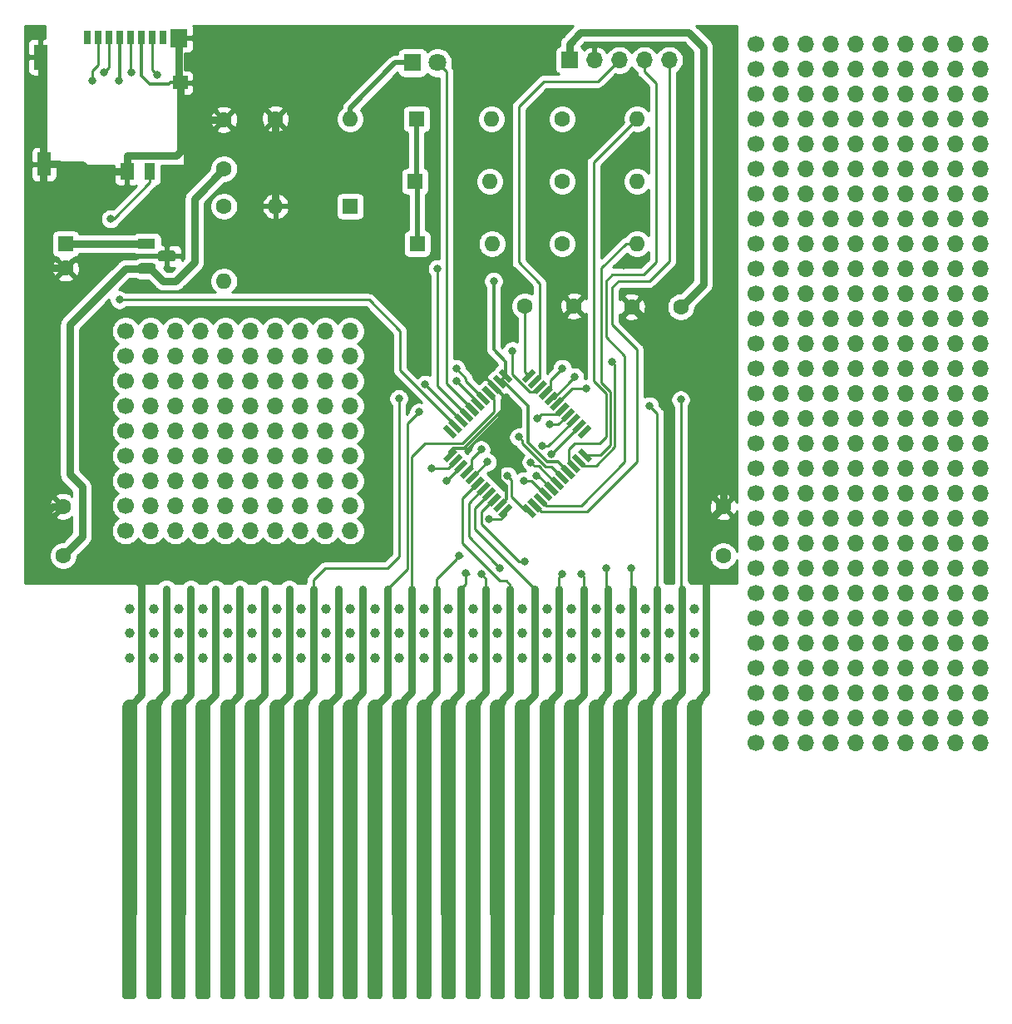
<source format=gbr>
G04 #@! TF.GenerationSoftware,KiCad,Pcbnew,(5.1.5)-3*
G04 #@! TF.CreationDate,2021-01-01T11:58:36-08:00*
G04 #@! TF.ProjectId,uknc_fdd_sds,756b6e63-5f66-4646-945f-7364732e6b69,rev?*
G04 #@! TF.SameCoordinates,Original*
G04 #@! TF.FileFunction,Copper,L1,Top*
G04 #@! TF.FilePolarity,Positive*
%FSLAX46Y46*%
G04 Gerber Fmt 4.6, Leading zero omitted, Abs format (unit mm)*
G04 Created by KiCad (PCBNEW (5.1.5)-3) date 2021-01-01 11:58:36*
%MOMM*%
%LPD*%
G04 APERTURE LIST*
%ADD10R,0.800000X1.400000*%
%ADD11R,1.400000X1.720000*%
%ADD12R,1.400000X2.400000*%
%ADD13R,1.450000X2.600000*%
%ADD14R,1.800000X1.900000*%
%ADD15R,1.500000X1.400000*%
%ADD16R,1.100000X1.670000*%
%ADD17O,1.600000X1.600000*%
%ADD18R,1.600000X1.600000*%
%ADD19C,1.700000*%
%ADD20O,1.700000X1.700000*%
%ADD21C,0.100000*%
%ADD22R,1.700000X1.700000*%
%ADD23C,1.600000*%
%ADD24R,1.800000X1.100000*%
%ADD25C,1.800000*%
%ADD26R,1.800000X1.800000*%
%ADD27C,1.000000*%
%ADD28C,0.800000*%
%ADD29C,1.500000*%
%ADD30C,0.800000*%
%ADD31C,0.500000*%
%ADD32C,0.300000*%
%ADD33C,0.250000*%
%ADD34C,0.254000*%
G04 APERTURE END LIST*
D10*
X106675000Y-1875000D03*
X105575000Y-1875000D03*
X104475000Y-1875000D03*
X103375000Y-1875000D03*
X102275000Y-1875000D03*
X101175000Y-1875000D03*
X100075000Y-1875000D03*
D11*
X103000000Y-15515000D03*
D12*
X94550000Y-14775000D03*
D10*
X98975000Y-1875000D03*
D13*
X94225000Y-3875000D03*
D14*
X108300000Y-1925000D03*
D15*
X108450000Y-6475000D03*
D16*
X105350000Y-15540000D03*
D17*
X118110000Y-19050000D03*
D18*
X125730000Y-19050000D03*
D17*
X140164820Y-22860000D03*
D18*
X132544820Y-22860000D03*
D17*
X140106400Y-10160000D03*
D18*
X132486400Y-10160000D03*
D17*
X139938760Y-16510000D03*
D18*
X132318760Y-16510000D03*
D19*
X167005000Y-73660000D03*
D20*
X169545000Y-73660000D03*
X172085000Y-73660000D03*
X174625000Y-73660000D03*
X177165000Y-73660000D03*
X179705000Y-73660000D03*
X182245000Y-73660000D03*
X184785000Y-73660000D03*
X187325000Y-73660000D03*
X189865000Y-73660000D03*
D19*
X167005000Y-71120000D03*
D20*
X169545000Y-71120000D03*
X172085000Y-71120000D03*
X174625000Y-71120000D03*
X177165000Y-71120000D03*
X179705000Y-71120000D03*
X182245000Y-71120000D03*
X184785000Y-71120000D03*
X187325000Y-71120000D03*
X189865000Y-71120000D03*
D19*
X167005000Y-68580000D03*
D20*
X169545000Y-68580000D03*
X172085000Y-68580000D03*
X174625000Y-68580000D03*
X177165000Y-68580000D03*
X179705000Y-68580000D03*
X182245000Y-68580000D03*
X184785000Y-68580000D03*
X187325000Y-68580000D03*
X189865000Y-68580000D03*
D19*
X167005000Y-66040000D03*
D20*
X169545000Y-66040000D03*
X172085000Y-66040000D03*
X174625000Y-66040000D03*
X177165000Y-66040000D03*
X179705000Y-66040000D03*
X182245000Y-66040000D03*
X184785000Y-66040000D03*
X187325000Y-66040000D03*
X189865000Y-66040000D03*
D19*
X167005000Y-63500000D03*
D20*
X169545000Y-63500000D03*
X172085000Y-63500000D03*
X174625000Y-63500000D03*
X177165000Y-63500000D03*
X179705000Y-63500000D03*
X182245000Y-63500000D03*
X184785000Y-63500000D03*
X187325000Y-63500000D03*
X189865000Y-63500000D03*
D19*
X167005000Y-60960000D03*
D20*
X169545000Y-60960000D03*
X172085000Y-60960000D03*
X174625000Y-60960000D03*
X177165000Y-60960000D03*
X179705000Y-60960000D03*
X182245000Y-60960000D03*
X184785000Y-60960000D03*
X187325000Y-60960000D03*
X189865000Y-60960000D03*
D19*
X167005000Y-58420000D03*
D20*
X169545000Y-58420000D03*
X172085000Y-58420000D03*
X174625000Y-58420000D03*
X177165000Y-58420000D03*
X179705000Y-58420000D03*
X182245000Y-58420000D03*
X184785000Y-58420000D03*
X187325000Y-58420000D03*
X189865000Y-58420000D03*
D19*
X167005000Y-55880000D03*
D20*
X169545000Y-55880000D03*
X172085000Y-55880000D03*
X174625000Y-55880000D03*
X177165000Y-55880000D03*
X179705000Y-55880000D03*
X182245000Y-55880000D03*
X184785000Y-55880000D03*
X187325000Y-55880000D03*
X189865000Y-55880000D03*
D19*
X167005000Y-53340000D03*
D20*
X169545000Y-53340000D03*
X172085000Y-53340000D03*
X174625000Y-53340000D03*
X177165000Y-53340000D03*
X179705000Y-53340000D03*
X182245000Y-53340000D03*
X184785000Y-53340000D03*
X187325000Y-53340000D03*
X189865000Y-53340000D03*
D19*
X167005000Y-50800000D03*
D20*
X169545000Y-50800000D03*
X172085000Y-50800000D03*
X174625000Y-50800000D03*
X177165000Y-50800000D03*
X179705000Y-50800000D03*
X182245000Y-50800000D03*
X184785000Y-50800000D03*
X187325000Y-50800000D03*
X189865000Y-50800000D03*
D19*
X167005000Y-48260000D03*
D20*
X169545000Y-48260000D03*
X172085000Y-48260000D03*
X174625000Y-48260000D03*
X177165000Y-48260000D03*
X179705000Y-48260000D03*
X182245000Y-48260000D03*
X184785000Y-48260000D03*
X187325000Y-48260000D03*
X189865000Y-48260000D03*
D19*
X167005000Y-45720000D03*
D20*
X169545000Y-45720000D03*
X172085000Y-45720000D03*
X174625000Y-45720000D03*
X177165000Y-45720000D03*
X179705000Y-45720000D03*
X182245000Y-45720000D03*
X184785000Y-45720000D03*
X187325000Y-45720000D03*
X189865000Y-45720000D03*
D19*
X167005000Y-43180000D03*
D20*
X169545000Y-43180000D03*
X172085000Y-43180000D03*
X174625000Y-43180000D03*
X177165000Y-43180000D03*
X179705000Y-43180000D03*
X182245000Y-43180000D03*
X184785000Y-43180000D03*
X187325000Y-43180000D03*
X189865000Y-43180000D03*
D19*
X167005000Y-40640000D03*
D20*
X169545000Y-40640000D03*
X172085000Y-40640000D03*
X174625000Y-40640000D03*
X177165000Y-40640000D03*
X179705000Y-40640000D03*
X182245000Y-40640000D03*
X184785000Y-40640000D03*
X187325000Y-40640000D03*
X189865000Y-40640000D03*
D19*
X167005000Y-38100000D03*
D20*
X169545000Y-38100000D03*
X172085000Y-38100000D03*
X174625000Y-38100000D03*
X177165000Y-38100000D03*
X179705000Y-38100000D03*
X182245000Y-38100000D03*
X184785000Y-38100000D03*
X187325000Y-38100000D03*
X189865000Y-38100000D03*
D19*
X167005000Y-35560000D03*
D20*
X169545000Y-35560000D03*
X172085000Y-35560000D03*
X174625000Y-35560000D03*
X177165000Y-35560000D03*
X179705000Y-35560000D03*
X182245000Y-35560000D03*
X184785000Y-35560000D03*
X187325000Y-35560000D03*
X189865000Y-35560000D03*
D19*
X167005000Y-33020000D03*
D20*
X169545000Y-33020000D03*
X172085000Y-33020000D03*
X174625000Y-33020000D03*
X177165000Y-33020000D03*
X179705000Y-33020000D03*
X182245000Y-33020000D03*
X184785000Y-33020000D03*
X187325000Y-33020000D03*
X189865000Y-33020000D03*
D19*
X167005000Y-30480000D03*
D20*
X169545000Y-30480000D03*
X172085000Y-30480000D03*
X174625000Y-30480000D03*
X177165000Y-30480000D03*
X179705000Y-30480000D03*
X182245000Y-30480000D03*
X184785000Y-30480000D03*
X187325000Y-30480000D03*
X189865000Y-30480000D03*
D19*
X167005000Y-27940000D03*
D20*
X169545000Y-27940000D03*
X172085000Y-27940000D03*
X174625000Y-27940000D03*
X177165000Y-27940000D03*
X179705000Y-27940000D03*
X182245000Y-27940000D03*
X184785000Y-27940000D03*
X187325000Y-27940000D03*
X189865000Y-27940000D03*
D19*
X167005000Y-25400000D03*
D20*
X169545000Y-25400000D03*
X172085000Y-25400000D03*
X174625000Y-25400000D03*
X177165000Y-25400000D03*
X179705000Y-25400000D03*
X182245000Y-25400000D03*
X184785000Y-25400000D03*
X187325000Y-25400000D03*
X189865000Y-25400000D03*
D19*
X167005000Y-22860000D03*
D20*
X169545000Y-22860000D03*
X172085000Y-22860000D03*
X174625000Y-22860000D03*
X177165000Y-22860000D03*
X179705000Y-22860000D03*
X182245000Y-22860000D03*
X184785000Y-22860000D03*
X187325000Y-22860000D03*
X189865000Y-22860000D03*
D19*
X167005000Y-20320000D03*
D20*
X169545000Y-20320000D03*
X172085000Y-20320000D03*
X174625000Y-20320000D03*
X177165000Y-20320000D03*
X179705000Y-20320000D03*
X182245000Y-20320000D03*
X184785000Y-20320000D03*
X187325000Y-20320000D03*
X189865000Y-20320000D03*
D19*
X167005000Y-17780000D03*
D20*
X169545000Y-17780000D03*
X172085000Y-17780000D03*
X174625000Y-17780000D03*
X177165000Y-17780000D03*
X179705000Y-17780000D03*
X182245000Y-17780000D03*
X184785000Y-17780000D03*
X187325000Y-17780000D03*
X189865000Y-17780000D03*
D19*
X167005000Y-15240000D03*
D20*
X169545000Y-15240000D03*
X172085000Y-15240000D03*
X174625000Y-15240000D03*
X177165000Y-15240000D03*
X179705000Y-15240000D03*
X182245000Y-15240000D03*
X184785000Y-15240000D03*
X187325000Y-15240000D03*
X189865000Y-15240000D03*
D19*
X167005000Y-12700000D03*
D20*
X169545000Y-12700000D03*
X172085000Y-12700000D03*
X174625000Y-12700000D03*
X177165000Y-12700000D03*
X179705000Y-12700000D03*
X182245000Y-12700000D03*
X184785000Y-12700000D03*
X187325000Y-12700000D03*
X189865000Y-12700000D03*
D19*
X167005000Y-10160000D03*
D20*
X169545000Y-10160000D03*
X172085000Y-10160000D03*
X174625000Y-10160000D03*
X177165000Y-10160000D03*
X179705000Y-10160000D03*
X182245000Y-10160000D03*
X184785000Y-10160000D03*
X187325000Y-10160000D03*
X189865000Y-10160000D03*
D19*
X167005000Y-7620000D03*
D20*
X169545000Y-7620000D03*
X172085000Y-7620000D03*
X174625000Y-7620000D03*
X177165000Y-7620000D03*
X179705000Y-7620000D03*
X182245000Y-7620000D03*
X184785000Y-7620000D03*
X187325000Y-7620000D03*
X189865000Y-7620000D03*
D19*
X167005000Y-5080000D03*
D20*
X169545000Y-5080000D03*
X172085000Y-5080000D03*
X174625000Y-5080000D03*
X177165000Y-5080000D03*
X179705000Y-5080000D03*
X182245000Y-5080000D03*
X184785000Y-5080000D03*
X187325000Y-5080000D03*
X189865000Y-5080000D03*
X189865000Y-2540000D03*
X187325000Y-2540000D03*
X184785000Y-2540000D03*
X182245000Y-2540000D03*
X179705000Y-2540000D03*
X177165000Y-2540000D03*
X174625000Y-2540000D03*
X172085000Y-2540000D03*
X169545000Y-2540000D03*
D19*
X167005000Y-2540000D03*
D20*
X125730000Y-52070000D03*
X123190000Y-52070000D03*
X120650000Y-52070000D03*
X118110000Y-52070000D03*
X115570000Y-52070000D03*
X113030000Y-52070000D03*
X110490000Y-52070000D03*
X107950000Y-52070000D03*
X105410000Y-52070000D03*
D19*
X102870000Y-52070000D03*
D20*
X125730000Y-49530000D03*
X123190000Y-49530000D03*
X120650000Y-49530000D03*
X118110000Y-49530000D03*
X115570000Y-49530000D03*
X113030000Y-49530000D03*
X110490000Y-49530000D03*
X107950000Y-49530000D03*
X105410000Y-49530000D03*
D19*
X102870000Y-49530000D03*
D20*
X125730000Y-46990000D03*
X123190000Y-46990000D03*
X120650000Y-46990000D03*
X118110000Y-46990000D03*
X115570000Y-46990000D03*
X113030000Y-46990000D03*
X110490000Y-46990000D03*
X107950000Y-46990000D03*
X105410000Y-46990000D03*
D19*
X102870000Y-46990000D03*
D20*
X125730000Y-44450000D03*
X123190000Y-44450000D03*
X120650000Y-44450000D03*
X118110000Y-44450000D03*
X115570000Y-44450000D03*
X113030000Y-44450000D03*
X110490000Y-44450000D03*
X107950000Y-44450000D03*
X105410000Y-44450000D03*
D19*
X102870000Y-44450000D03*
D20*
X125730000Y-41910000D03*
X123190000Y-41910000D03*
X120650000Y-41910000D03*
X118110000Y-41910000D03*
X115570000Y-41910000D03*
X113030000Y-41910000D03*
X110490000Y-41910000D03*
X107950000Y-41910000D03*
X105410000Y-41910000D03*
D19*
X102870000Y-41910000D03*
D20*
X125730000Y-39370000D03*
X123190000Y-39370000D03*
X120650000Y-39370000D03*
X118110000Y-39370000D03*
X115570000Y-39370000D03*
X113030000Y-39370000D03*
X110490000Y-39370000D03*
X107950000Y-39370000D03*
X105410000Y-39370000D03*
D19*
X102870000Y-39370000D03*
D20*
X125730000Y-36830000D03*
X123190000Y-36830000D03*
X120650000Y-36830000D03*
X118110000Y-36830000D03*
X115570000Y-36830000D03*
X113030000Y-36830000D03*
X110490000Y-36830000D03*
X107950000Y-36830000D03*
X105410000Y-36830000D03*
D19*
X102870000Y-36830000D03*
D20*
X125730000Y-34290000D03*
X123190000Y-34290000D03*
X120650000Y-34290000D03*
X118110000Y-34290000D03*
X115570000Y-34290000D03*
X113030000Y-34290000D03*
X110490000Y-34290000D03*
X107950000Y-34290000D03*
X105410000Y-34290000D03*
D19*
X102870000Y-34290000D03*
X102870000Y-31750000D03*
D20*
X105410000Y-31750000D03*
X107950000Y-31750000D03*
X110490000Y-31750000D03*
X113030000Y-31750000D03*
X115570000Y-31750000D03*
X118110000Y-31750000D03*
X120650000Y-31750000D03*
X123190000Y-31750000D03*
X125730000Y-31750000D03*
G04 #@! TA.AperFunction,SMDPad,CuDef*
D21*
G36*
X135553188Y-45106866D02*
G01*
X135164280Y-44717958D01*
X136224940Y-43657298D01*
X136613848Y-44046206D01*
X135553188Y-45106866D01*
G37*
G04 #@! TD.AperFunction*
G04 #@! TA.AperFunction,SMDPad,CuDef*
G36*
X136118874Y-45672551D02*
G01*
X135729966Y-45283643D01*
X136790626Y-44222983D01*
X137179534Y-44611891D01*
X136118874Y-45672551D01*
G37*
G04 #@! TD.AperFunction*
G04 #@! TA.AperFunction,SMDPad,CuDef*
G36*
X136684559Y-46238236D02*
G01*
X136295651Y-45849328D01*
X137356311Y-44788668D01*
X137745219Y-45177576D01*
X136684559Y-46238236D01*
G37*
G04 #@! TD.AperFunction*
G04 #@! TA.AperFunction,SMDPad,CuDef*
G36*
X137250244Y-46803922D02*
G01*
X136861336Y-46415014D01*
X137921996Y-45354354D01*
X138310904Y-45743262D01*
X137250244Y-46803922D01*
G37*
G04 #@! TD.AperFunction*
G04 #@! TA.AperFunction,SMDPad,CuDef*
G36*
X137815930Y-47369607D02*
G01*
X137427022Y-46980699D01*
X138487682Y-45920039D01*
X138876590Y-46308947D01*
X137815930Y-47369607D01*
G37*
G04 #@! TD.AperFunction*
G04 #@! TA.AperFunction,SMDPad,CuDef*
G36*
X138381615Y-47935293D02*
G01*
X137992707Y-47546385D01*
X139053367Y-46485725D01*
X139442275Y-46874633D01*
X138381615Y-47935293D01*
G37*
G04 #@! TD.AperFunction*
G04 #@! TA.AperFunction,SMDPad,CuDef*
G36*
X138947301Y-48500978D02*
G01*
X138558393Y-48112070D01*
X139619053Y-47051410D01*
X140007961Y-47440318D01*
X138947301Y-48500978D01*
G37*
G04 #@! TD.AperFunction*
G04 #@! TA.AperFunction,SMDPad,CuDef*
G36*
X139512986Y-49066664D02*
G01*
X139124078Y-48677756D01*
X140184738Y-47617096D01*
X140573646Y-48006004D01*
X139512986Y-49066664D01*
G37*
G04 #@! TD.AperFunction*
G04 #@! TA.AperFunction,SMDPad,CuDef*
G36*
X140078672Y-49632349D02*
G01*
X139689764Y-49243441D01*
X140750424Y-48182781D01*
X141139332Y-48571689D01*
X140078672Y-49632349D01*
G37*
G04 #@! TD.AperFunction*
G04 #@! TA.AperFunction,SMDPad,CuDef*
G36*
X140644357Y-50198034D02*
G01*
X140255449Y-49809126D01*
X141316109Y-48748466D01*
X141705017Y-49137374D01*
X140644357Y-50198034D01*
G37*
G04 #@! TD.AperFunction*
G04 #@! TA.AperFunction,SMDPad,CuDef*
G36*
X141210042Y-50763720D02*
G01*
X140821134Y-50374812D01*
X141881794Y-49314152D01*
X142270702Y-49703060D01*
X141210042Y-50763720D01*
G37*
G04 #@! TD.AperFunction*
G04 #@! TA.AperFunction,SMDPad,CuDef*
G36*
X144674866Y-50374812D02*
G01*
X144285958Y-50763720D01*
X143225298Y-49703060D01*
X143614206Y-49314152D01*
X144674866Y-50374812D01*
G37*
G04 #@! TD.AperFunction*
G04 #@! TA.AperFunction,SMDPad,CuDef*
G36*
X145240551Y-49809126D02*
G01*
X144851643Y-50198034D01*
X143790983Y-49137374D01*
X144179891Y-48748466D01*
X145240551Y-49809126D01*
G37*
G04 #@! TD.AperFunction*
G04 #@! TA.AperFunction,SMDPad,CuDef*
G36*
X145806236Y-49243441D02*
G01*
X145417328Y-49632349D01*
X144356668Y-48571689D01*
X144745576Y-48182781D01*
X145806236Y-49243441D01*
G37*
G04 #@! TD.AperFunction*
G04 #@! TA.AperFunction,SMDPad,CuDef*
G36*
X146371922Y-48677756D02*
G01*
X145983014Y-49066664D01*
X144922354Y-48006004D01*
X145311262Y-47617096D01*
X146371922Y-48677756D01*
G37*
G04 #@! TD.AperFunction*
G04 #@! TA.AperFunction,SMDPad,CuDef*
G36*
X146937607Y-48112070D02*
G01*
X146548699Y-48500978D01*
X145488039Y-47440318D01*
X145876947Y-47051410D01*
X146937607Y-48112070D01*
G37*
G04 #@! TD.AperFunction*
G04 #@! TA.AperFunction,SMDPad,CuDef*
G36*
X147503293Y-47546385D02*
G01*
X147114385Y-47935293D01*
X146053725Y-46874633D01*
X146442633Y-46485725D01*
X147503293Y-47546385D01*
G37*
G04 #@! TD.AperFunction*
G04 #@! TA.AperFunction,SMDPad,CuDef*
G36*
X148068978Y-46980699D02*
G01*
X147680070Y-47369607D01*
X146619410Y-46308947D01*
X147008318Y-45920039D01*
X148068978Y-46980699D01*
G37*
G04 #@! TD.AperFunction*
G04 #@! TA.AperFunction,SMDPad,CuDef*
G36*
X148634664Y-46415014D02*
G01*
X148245756Y-46803922D01*
X147185096Y-45743262D01*
X147574004Y-45354354D01*
X148634664Y-46415014D01*
G37*
G04 #@! TD.AperFunction*
G04 #@! TA.AperFunction,SMDPad,CuDef*
G36*
X149200349Y-45849328D02*
G01*
X148811441Y-46238236D01*
X147750781Y-45177576D01*
X148139689Y-44788668D01*
X149200349Y-45849328D01*
G37*
G04 #@! TD.AperFunction*
G04 #@! TA.AperFunction,SMDPad,CuDef*
G36*
X149766034Y-45283643D02*
G01*
X149377126Y-45672551D01*
X148316466Y-44611891D01*
X148705374Y-44222983D01*
X149766034Y-45283643D01*
G37*
G04 #@! TD.AperFunction*
G04 #@! TA.AperFunction,SMDPad,CuDef*
G36*
X150331720Y-44717958D02*
G01*
X149942812Y-45106866D01*
X148882152Y-44046206D01*
X149271060Y-43657298D01*
X150331720Y-44717958D01*
G37*
G04 #@! TD.AperFunction*
G04 #@! TA.AperFunction,SMDPad,CuDef*
G36*
X149271060Y-42702702D02*
G01*
X148882152Y-42313794D01*
X149942812Y-41253134D01*
X150331720Y-41642042D01*
X149271060Y-42702702D01*
G37*
G04 #@! TD.AperFunction*
G04 #@! TA.AperFunction,SMDPad,CuDef*
G36*
X148705374Y-42137017D02*
G01*
X148316466Y-41748109D01*
X149377126Y-40687449D01*
X149766034Y-41076357D01*
X148705374Y-42137017D01*
G37*
G04 #@! TD.AperFunction*
G04 #@! TA.AperFunction,SMDPad,CuDef*
G36*
X148139689Y-41571332D02*
G01*
X147750781Y-41182424D01*
X148811441Y-40121764D01*
X149200349Y-40510672D01*
X148139689Y-41571332D01*
G37*
G04 #@! TD.AperFunction*
G04 #@! TA.AperFunction,SMDPad,CuDef*
G36*
X147574004Y-41005646D02*
G01*
X147185096Y-40616738D01*
X148245756Y-39556078D01*
X148634664Y-39944986D01*
X147574004Y-41005646D01*
G37*
G04 #@! TD.AperFunction*
G04 #@! TA.AperFunction,SMDPad,CuDef*
G36*
X147008318Y-40439961D02*
G01*
X146619410Y-40051053D01*
X147680070Y-38990393D01*
X148068978Y-39379301D01*
X147008318Y-40439961D01*
G37*
G04 #@! TD.AperFunction*
G04 #@! TA.AperFunction,SMDPad,CuDef*
G36*
X146442633Y-39874275D02*
G01*
X146053725Y-39485367D01*
X147114385Y-38424707D01*
X147503293Y-38813615D01*
X146442633Y-39874275D01*
G37*
G04 #@! TD.AperFunction*
G04 #@! TA.AperFunction,SMDPad,CuDef*
G36*
X145876947Y-39308590D02*
G01*
X145488039Y-38919682D01*
X146548699Y-37859022D01*
X146937607Y-38247930D01*
X145876947Y-39308590D01*
G37*
G04 #@! TD.AperFunction*
G04 #@! TA.AperFunction,SMDPad,CuDef*
G36*
X145311262Y-38742904D02*
G01*
X144922354Y-38353996D01*
X145983014Y-37293336D01*
X146371922Y-37682244D01*
X145311262Y-38742904D01*
G37*
G04 #@! TD.AperFunction*
G04 #@! TA.AperFunction,SMDPad,CuDef*
G36*
X144745576Y-38177219D02*
G01*
X144356668Y-37788311D01*
X145417328Y-36727651D01*
X145806236Y-37116559D01*
X144745576Y-38177219D01*
G37*
G04 #@! TD.AperFunction*
G04 #@! TA.AperFunction,SMDPad,CuDef*
G36*
X144179891Y-37611534D02*
G01*
X143790983Y-37222626D01*
X144851643Y-36161966D01*
X145240551Y-36550874D01*
X144179891Y-37611534D01*
G37*
G04 #@! TD.AperFunction*
G04 #@! TA.AperFunction,SMDPad,CuDef*
G36*
X143614206Y-37045848D02*
G01*
X143225298Y-36656940D01*
X144285958Y-35596280D01*
X144674866Y-35985188D01*
X143614206Y-37045848D01*
G37*
G04 #@! TD.AperFunction*
G04 #@! TA.AperFunction,SMDPad,CuDef*
G36*
X142270702Y-36656940D02*
G01*
X141881794Y-37045848D01*
X140821134Y-35985188D01*
X141210042Y-35596280D01*
X142270702Y-36656940D01*
G37*
G04 #@! TD.AperFunction*
G04 #@! TA.AperFunction,SMDPad,CuDef*
G36*
X141705017Y-37222626D02*
G01*
X141316109Y-37611534D01*
X140255449Y-36550874D01*
X140644357Y-36161966D01*
X141705017Y-37222626D01*
G37*
G04 #@! TD.AperFunction*
G04 #@! TA.AperFunction,SMDPad,CuDef*
G36*
X141139332Y-37788311D02*
G01*
X140750424Y-38177219D01*
X139689764Y-37116559D01*
X140078672Y-36727651D01*
X141139332Y-37788311D01*
G37*
G04 #@! TD.AperFunction*
G04 #@! TA.AperFunction,SMDPad,CuDef*
G36*
X140573646Y-38353996D02*
G01*
X140184738Y-38742904D01*
X139124078Y-37682244D01*
X139512986Y-37293336D01*
X140573646Y-38353996D01*
G37*
G04 #@! TD.AperFunction*
G04 #@! TA.AperFunction,SMDPad,CuDef*
G36*
X140007961Y-38919682D02*
G01*
X139619053Y-39308590D01*
X138558393Y-38247930D01*
X138947301Y-37859022D01*
X140007961Y-38919682D01*
G37*
G04 #@! TD.AperFunction*
G04 #@! TA.AperFunction,SMDPad,CuDef*
G36*
X139442275Y-39485367D02*
G01*
X139053367Y-39874275D01*
X137992707Y-38813615D01*
X138381615Y-38424707D01*
X139442275Y-39485367D01*
G37*
G04 #@! TD.AperFunction*
G04 #@! TA.AperFunction,SMDPad,CuDef*
G36*
X138876590Y-40051053D02*
G01*
X138487682Y-40439961D01*
X137427022Y-39379301D01*
X137815930Y-38990393D01*
X138876590Y-40051053D01*
G37*
G04 #@! TD.AperFunction*
G04 #@! TA.AperFunction,SMDPad,CuDef*
G36*
X138310904Y-40616738D02*
G01*
X137921996Y-41005646D01*
X136861336Y-39944986D01*
X137250244Y-39556078D01*
X138310904Y-40616738D01*
G37*
G04 #@! TD.AperFunction*
G04 #@! TA.AperFunction,SMDPad,CuDef*
G36*
X137745219Y-41182424D02*
G01*
X137356311Y-41571332D01*
X136295651Y-40510672D01*
X136684559Y-40121764D01*
X137745219Y-41182424D01*
G37*
G04 #@! TD.AperFunction*
G04 #@! TA.AperFunction,SMDPad,CuDef*
G36*
X137179534Y-41748109D02*
G01*
X136790626Y-42137017D01*
X135729966Y-41076357D01*
X136118874Y-40687449D01*
X137179534Y-41748109D01*
G37*
G04 #@! TD.AperFunction*
G04 #@! TA.AperFunction,SMDPad,CuDef*
G36*
X136613848Y-42313794D02*
G01*
X136224940Y-42702702D01*
X135164280Y-41642042D01*
X135553188Y-41253134D01*
X136613848Y-42313794D01*
G37*
G04 #@! TD.AperFunction*
G04 #@! TA.AperFunction,SMDPad,CuDef*
G36*
X103661756Y-90751806D02*
G01*
X103698159Y-90757206D01*
X103733857Y-90766147D01*
X103768506Y-90778545D01*
X103801774Y-90794280D01*
X103833339Y-90813199D01*
X103862897Y-90835121D01*
X103890165Y-90859835D01*
X103914879Y-90887103D01*
X103936801Y-90916661D01*
X103955720Y-90948226D01*
X103971455Y-90981494D01*
X103983853Y-91016143D01*
X103992794Y-91051841D01*
X103998194Y-91088244D01*
X104000000Y-91125000D01*
X104000000Y-99375000D01*
X103998194Y-99411756D01*
X103992794Y-99448159D01*
X103983853Y-99483857D01*
X103971455Y-99518506D01*
X103955720Y-99551774D01*
X103936801Y-99583339D01*
X103914879Y-99612897D01*
X103890165Y-99640165D01*
X103862897Y-99664879D01*
X103833339Y-99686801D01*
X103801774Y-99705720D01*
X103768506Y-99721455D01*
X103733857Y-99733853D01*
X103698159Y-99742794D01*
X103661756Y-99748194D01*
X103625000Y-99750000D01*
X102875000Y-99750000D01*
X102838244Y-99748194D01*
X102801841Y-99742794D01*
X102766143Y-99733853D01*
X102731494Y-99721455D01*
X102698226Y-99705720D01*
X102666661Y-99686801D01*
X102637103Y-99664879D01*
X102609835Y-99640165D01*
X102585121Y-99612897D01*
X102563199Y-99583339D01*
X102544280Y-99551774D01*
X102528545Y-99518506D01*
X102516147Y-99483857D01*
X102507206Y-99448159D01*
X102501806Y-99411756D01*
X102500000Y-99375000D01*
X102500000Y-91125000D01*
X102501806Y-91088244D01*
X102507206Y-91051841D01*
X102516147Y-91016143D01*
X102528545Y-90981494D01*
X102544280Y-90948226D01*
X102563199Y-90916661D01*
X102585121Y-90887103D01*
X102609835Y-90859835D01*
X102637103Y-90835121D01*
X102666661Y-90813199D01*
X102698226Y-90794280D01*
X102731494Y-90778545D01*
X102766143Y-90766147D01*
X102801841Y-90757206D01*
X102838244Y-90751806D01*
X102875000Y-90750000D01*
X103625000Y-90750000D01*
X103661756Y-90751806D01*
G37*
G04 #@! TD.AperFunction*
G04 #@! TA.AperFunction,SMDPad,CuDef*
G36*
X106161756Y-90751806D02*
G01*
X106198159Y-90757206D01*
X106233857Y-90766147D01*
X106268506Y-90778545D01*
X106301774Y-90794280D01*
X106333339Y-90813199D01*
X106362897Y-90835121D01*
X106390165Y-90859835D01*
X106414879Y-90887103D01*
X106436801Y-90916661D01*
X106455720Y-90948226D01*
X106471455Y-90981494D01*
X106483853Y-91016143D01*
X106492794Y-91051841D01*
X106498194Y-91088244D01*
X106500000Y-91125000D01*
X106500000Y-99375000D01*
X106498194Y-99411756D01*
X106492794Y-99448159D01*
X106483853Y-99483857D01*
X106471455Y-99518506D01*
X106455720Y-99551774D01*
X106436801Y-99583339D01*
X106414879Y-99612897D01*
X106390165Y-99640165D01*
X106362897Y-99664879D01*
X106333339Y-99686801D01*
X106301774Y-99705720D01*
X106268506Y-99721455D01*
X106233857Y-99733853D01*
X106198159Y-99742794D01*
X106161756Y-99748194D01*
X106125000Y-99750000D01*
X105375000Y-99750000D01*
X105338244Y-99748194D01*
X105301841Y-99742794D01*
X105266143Y-99733853D01*
X105231494Y-99721455D01*
X105198226Y-99705720D01*
X105166661Y-99686801D01*
X105137103Y-99664879D01*
X105109835Y-99640165D01*
X105085121Y-99612897D01*
X105063199Y-99583339D01*
X105044280Y-99551774D01*
X105028545Y-99518506D01*
X105016147Y-99483857D01*
X105007206Y-99448159D01*
X105001806Y-99411756D01*
X105000000Y-99375000D01*
X105000000Y-91125000D01*
X105001806Y-91088244D01*
X105007206Y-91051841D01*
X105016147Y-91016143D01*
X105028545Y-90981494D01*
X105044280Y-90948226D01*
X105063199Y-90916661D01*
X105085121Y-90887103D01*
X105109835Y-90859835D01*
X105137103Y-90835121D01*
X105166661Y-90813199D01*
X105198226Y-90794280D01*
X105231494Y-90778545D01*
X105266143Y-90766147D01*
X105301841Y-90757206D01*
X105338244Y-90751806D01*
X105375000Y-90750000D01*
X106125000Y-90750000D01*
X106161756Y-90751806D01*
G37*
G04 #@! TD.AperFunction*
G04 #@! TA.AperFunction,SMDPad,CuDef*
G36*
X108661756Y-90751806D02*
G01*
X108698159Y-90757206D01*
X108733857Y-90766147D01*
X108768506Y-90778545D01*
X108801774Y-90794280D01*
X108833339Y-90813199D01*
X108862897Y-90835121D01*
X108890165Y-90859835D01*
X108914879Y-90887103D01*
X108936801Y-90916661D01*
X108955720Y-90948226D01*
X108971455Y-90981494D01*
X108983853Y-91016143D01*
X108992794Y-91051841D01*
X108998194Y-91088244D01*
X109000000Y-91125000D01*
X109000000Y-99375000D01*
X108998194Y-99411756D01*
X108992794Y-99448159D01*
X108983853Y-99483857D01*
X108971455Y-99518506D01*
X108955720Y-99551774D01*
X108936801Y-99583339D01*
X108914879Y-99612897D01*
X108890165Y-99640165D01*
X108862897Y-99664879D01*
X108833339Y-99686801D01*
X108801774Y-99705720D01*
X108768506Y-99721455D01*
X108733857Y-99733853D01*
X108698159Y-99742794D01*
X108661756Y-99748194D01*
X108625000Y-99750000D01*
X107875000Y-99750000D01*
X107838244Y-99748194D01*
X107801841Y-99742794D01*
X107766143Y-99733853D01*
X107731494Y-99721455D01*
X107698226Y-99705720D01*
X107666661Y-99686801D01*
X107637103Y-99664879D01*
X107609835Y-99640165D01*
X107585121Y-99612897D01*
X107563199Y-99583339D01*
X107544280Y-99551774D01*
X107528545Y-99518506D01*
X107516147Y-99483857D01*
X107507206Y-99448159D01*
X107501806Y-99411756D01*
X107500000Y-99375000D01*
X107500000Y-91125000D01*
X107501806Y-91088244D01*
X107507206Y-91051841D01*
X107516147Y-91016143D01*
X107528545Y-90981494D01*
X107544280Y-90948226D01*
X107563199Y-90916661D01*
X107585121Y-90887103D01*
X107609835Y-90859835D01*
X107637103Y-90835121D01*
X107666661Y-90813199D01*
X107698226Y-90794280D01*
X107731494Y-90778545D01*
X107766143Y-90766147D01*
X107801841Y-90757206D01*
X107838244Y-90751806D01*
X107875000Y-90750000D01*
X108625000Y-90750000D01*
X108661756Y-90751806D01*
G37*
G04 #@! TD.AperFunction*
G04 #@! TA.AperFunction,SMDPad,CuDef*
G36*
X111161756Y-90751806D02*
G01*
X111198159Y-90757206D01*
X111233857Y-90766147D01*
X111268506Y-90778545D01*
X111301774Y-90794280D01*
X111333339Y-90813199D01*
X111362897Y-90835121D01*
X111390165Y-90859835D01*
X111414879Y-90887103D01*
X111436801Y-90916661D01*
X111455720Y-90948226D01*
X111471455Y-90981494D01*
X111483853Y-91016143D01*
X111492794Y-91051841D01*
X111498194Y-91088244D01*
X111500000Y-91125000D01*
X111500000Y-99375000D01*
X111498194Y-99411756D01*
X111492794Y-99448159D01*
X111483853Y-99483857D01*
X111471455Y-99518506D01*
X111455720Y-99551774D01*
X111436801Y-99583339D01*
X111414879Y-99612897D01*
X111390165Y-99640165D01*
X111362897Y-99664879D01*
X111333339Y-99686801D01*
X111301774Y-99705720D01*
X111268506Y-99721455D01*
X111233857Y-99733853D01*
X111198159Y-99742794D01*
X111161756Y-99748194D01*
X111125000Y-99750000D01*
X110375000Y-99750000D01*
X110338244Y-99748194D01*
X110301841Y-99742794D01*
X110266143Y-99733853D01*
X110231494Y-99721455D01*
X110198226Y-99705720D01*
X110166661Y-99686801D01*
X110137103Y-99664879D01*
X110109835Y-99640165D01*
X110085121Y-99612897D01*
X110063199Y-99583339D01*
X110044280Y-99551774D01*
X110028545Y-99518506D01*
X110016147Y-99483857D01*
X110007206Y-99448159D01*
X110001806Y-99411756D01*
X110000000Y-99375000D01*
X110000000Y-91125000D01*
X110001806Y-91088244D01*
X110007206Y-91051841D01*
X110016147Y-91016143D01*
X110028545Y-90981494D01*
X110044280Y-90948226D01*
X110063199Y-90916661D01*
X110085121Y-90887103D01*
X110109835Y-90859835D01*
X110137103Y-90835121D01*
X110166661Y-90813199D01*
X110198226Y-90794280D01*
X110231494Y-90778545D01*
X110266143Y-90766147D01*
X110301841Y-90757206D01*
X110338244Y-90751806D01*
X110375000Y-90750000D01*
X111125000Y-90750000D01*
X111161756Y-90751806D01*
G37*
G04 #@! TD.AperFunction*
G04 #@! TA.AperFunction,SMDPad,CuDef*
G36*
X113661756Y-90751806D02*
G01*
X113698159Y-90757206D01*
X113733857Y-90766147D01*
X113768506Y-90778545D01*
X113801774Y-90794280D01*
X113833339Y-90813199D01*
X113862897Y-90835121D01*
X113890165Y-90859835D01*
X113914879Y-90887103D01*
X113936801Y-90916661D01*
X113955720Y-90948226D01*
X113971455Y-90981494D01*
X113983853Y-91016143D01*
X113992794Y-91051841D01*
X113998194Y-91088244D01*
X114000000Y-91125000D01*
X114000000Y-99375000D01*
X113998194Y-99411756D01*
X113992794Y-99448159D01*
X113983853Y-99483857D01*
X113971455Y-99518506D01*
X113955720Y-99551774D01*
X113936801Y-99583339D01*
X113914879Y-99612897D01*
X113890165Y-99640165D01*
X113862897Y-99664879D01*
X113833339Y-99686801D01*
X113801774Y-99705720D01*
X113768506Y-99721455D01*
X113733857Y-99733853D01*
X113698159Y-99742794D01*
X113661756Y-99748194D01*
X113625000Y-99750000D01*
X112875000Y-99750000D01*
X112838244Y-99748194D01*
X112801841Y-99742794D01*
X112766143Y-99733853D01*
X112731494Y-99721455D01*
X112698226Y-99705720D01*
X112666661Y-99686801D01*
X112637103Y-99664879D01*
X112609835Y-99640165D01*
X112585121Y-99612897D01*
X112563199Y-99583339D01*
X112544280Y-99551774D01*
X112528545Y-99518506D01*
X112516147Y-99483857D01*
X112507206Y-99448159D01*
X112501806Y-99411756D01*
X112500000Y-99375000D01*
X112500000Y-91125000D01*
X112501806Y-91088244D01*
X112507206Y-91051841D01*
X112516147Y-91016143D01*
X112528545Y-90981494D01*
X112544280Y-90948226D01*
X112563199Y-90916661D01*
X112585121Y-90887103D01*
X112609835Y-90859835D01*
X112637103Y-90835121D01*
X112666661Y-90813199D01*
X112698226Y-90794280D01*
X112731494Y-90778545D01*
X112766143Y-90766147D01*
X112801841Y-90757206D01*
X112838244Y-90751806D01*
X112875000Y-90750000D01*
X113625000Y-90750000D01*
X113661756Y-90751806D01*
G37*
G04 #@! TD.AperFunction*
G04 #@! TA.AperFunction,SMDPad,CuDef*
G36*
X116161756Y-90751806D02*
G01*
X116198159Y-90757206D01*
X116233857Y-90766147D01*
X116268506Y-90778545D01*
X116301774Y-90794280D01*
X116333339Y-90813199D01*
X116362897Y-90835121D01*
X116390165Y-90859835D01*
X116414879Y-90887103D01*
X116436801Y-90916661D01*
X116455720Y-90948226D01*
X116471455Y-90981494D01*
X116483853Y-91016143D01*
X116492794Y-91051841D01*
X116498194Y-91088244D01*
X116500000Y-91125000D01*
X116500000Y-99375000D01*
X116498194Y-99411756D01*
X116492794Y-99448159D01*
X116483853Y-99483857D01*
X116471455Y-99518506D01*
X116455720Y-99551774D01*
X116436801Y-99583339D01*
X116414879Y-99612897D01*
X116390165Y-99640165D01*
X116362897Y-99664879D01*
X116333339Y-99686801D01*
X116301774Y-99705720D01*
X116268506Y-99721455D01*
X116233857Y-99733853D01*
X116198159Y-99742794D01*
X116161756Y-99748194D01*
X116125000Y-99750000D01*
X115375000Y-99750000D01*
X115338244Y-99748194D01*
X115301841Y-99742794D01*
X115266143Y-99733853D01*
X115231494Y-99721455D01*
X115198226Y-99705720D01*
X115166661Y-99686801D01*
X115137103Y-99664879D01*
X115109835Y-99640165D01*
X115085121Y-99612897D01*
X115063199Y-99583339D01*
X115044280Y-99551774D01*
X115028545Y-99518506D01*
X115016147Y-99483857D01*
X115007206Y-99448159D01*
X115001806Y-99411756D01*
X115000000Y-99375000D01*
X115000000Y-91125000D01*
X115001806Y-91088244D01*
X115007206Y-91051841D01*
X115016147Y-91016143D01*
X115028545Y-90981494D01*
X115044280Y-90948226D01*
X115063199Y-90916661D01*
X115085121Y-90887103D01*
X115109835Y-90859835D01*
X115137103Y-90835121D01*
X115166661Y-90813199D01*
X115198226Y-90794280D01*
X115231494Y-90778545D01*
X115266143Y-90766147D01*
X115301841Y-90757206D01*
X115338244Y-90751806D01*
X115375000Y-90750000D01*
X116125000Y-90750000D01*
X116161756Y-90751806D01*
G37*
G04 #@! TD.AperFunction*
G04 #@! TA.AperFunction,SMDPad,CuDef*
G36*
X118661756Y-90751806D02*
G01*
X118698159Y-90757206D01*
X118733857Y-90766147D01*
X118768506Y-90778545D01*
X118801774Y-90794280D01*
X118833339Y-90813199D01*
X118862897Y-90835121D01*
X118890165Y-90859835D01*
X118914879Y-90887103D01*
X118936801Y-90916661D01*
X118955720Y-90948226D01*
X118971455Y-90981494D01*
X118983853Y-91016143D01*
X118992794Y-91051841D01*
X118998194Y-91088244D01*
X119000000Y-91125000D01*
X119000000Y-99375000D01*
X118998194Y-99411756D01*
X118992794Y-99448159D01*
X118983853Y-99483857D01*
X118971455Y-99518506D01*
X118955720Y-99551774D01*
X118936801Y-99583339D01*
X118914879Y-99612897D01*
X118890165Y-99640165D01*
X118862897Y-99664879D01*
X118833339Y-99686801D01*
X118801774Y-99705720D01*
X118768506Y-99721455D01*
X118733857Y-99733853D01*
X118698159Y-99742794D01*
X118661756Y-99748194D01*
X118625000Y-99750000D01*
X117875000Y-99750000D01*
X117838244Y-99748194D01*
X117801841Y-99742794D01*
X117766143Y-99733853D01*
X117731494Y-99721455D01*
X117698226Y-99705720D01*
X117666661Y-99686801D01*
X117637103Y-99664879D01*
X117609835Y-99640165D01*
X117585121Y-99612897D01*
X117563199Y-99583339D01*
X117544280Y-99551774D01*
X117528545Y-99518506D01*
X117516147Y-99483857D01*
X117507206Y-99448159D01*
X117501806Y-99411756D01*
X117500000Y-99375000D01*
X117500000Y-91125000D01*
X117501806Y-91088244D01*
X117507206Y-91051841D01*
X117516147Y-91016143D01*
X117528545Y-90981494D01*
X117544280Y-90948226D01*
X117563199Y-90916661D01*
X117585121Y-90887103D01*
X117609835Y-90859835D01*
X117637103Y-90835121D01*
X117666661Y-90813199D01*
X117698226Y-90794280D01*
X117731494Y-90778545D01*
X117766143Y-90766147D01*
X117801841Y-90757206D01*
X117838244Y-90751806D01*
X117875000Y-90750000D01*
X118625000Y-90750000D01*
X118661756Y-90751806D01*
G37*
G04 #@! TD.AperFunction*
G04 #@! TA.AperFunction,SMDPad,CuDef*
G36*
X121161756Y-90751806D02*
G01*
X121198159Y-90757206D01*
X121233857Y-90766147D01*
X121268506Y-90778545D01*
X121301774Y-90794280D01*
X121333339Y-90813199D01*
X121362897Y-90835121D01*
X121390165Y-90859835D01*
X121414879Y-90887103D01*
X121436801Y-90916661D01*
X121455720Y-90948226D01*
X121471455Y-90981494D01*
X121483853Y-91016143D01*
X121492794Y-91051841D01*
X121498194Y-91088244D01*
X121500000Y-91125000D01*
X121500000Y-99375000D01*
X121498194Y-99411756D01*
X121492794Y-99448159D01*
X121483853Y-99483857D01*
X121471455Y-99518506D01*
X121455720Y-99551774D01*
X121436801Y-99583339D01*
X121414879Y-99612897D01*
X121390165Y-99640165D01*
X121362897Y-99664879D01*
X121333339Y-99686801D01*
X121301774Y-99705720D01*
X121268506Y-99721455D01*
X121233857Y-99733853D01*
X121198159Y-99742794D01*
X121161756Y-99748194D01*
X121125000Y-99750000D01*
X120375000Y-99750000D01*
X120338244Y-99748194D01*
X120301841Y-99742794D01*
X120266143Y-99733853D01*
X120231494Y-99721455D01*
X120198226Y-99705720D01*
X120166661Y-99686801D01*
X120137103Y-99664879D01*
X120109835Y-99640165D01*
X120085121Y-99612897D01*
X120063199Y-99583339D01*
X120044280Y-99551774D01*
X120028545Y-99518506D01*
X120016147Y-99483857D01*
X120007206Y-99448159D01*
X120001806Y-99411756D01*
X120000000Y-99375000D01*
X120000000Y-91125000D01*
X120001806Y-91088244D01*
X120007206Y-91051841D01*
X120016147Y-91016143D01*
X120028545Y-90981494D01*
X120044280Y-90948226D01*
X120063199Y-90916661D01*
X120085121Y-90887103D01*
X120109835Y-90859835D01*
X120137103Y-90835121D01*
X120166661Y-90813199D01*
X120198226Y-90794280D01*
X120231494Y-90778545D01*
X120266143Y-90766147D01*
X120301841Y-90757206D01*
X120338244Y-90751806D01*
X120375000Y-90750000D01*
X121125000Y-90750000D01*
X121161756Y-90751806D01*
G37*
G04 #@! TD.AperFunction*
G04 #@! TA.AperFunction,SMDPad,CuDef*
G36*
X123661756Y-90751806D02*
G01*
X123698159Y-90757206D01*
X123733857Y-90766147D01*
X123768506Y-90778545D01*
X123801774Y-90794280D01*
X123833339Y-90813199D01*
X123862897Y-90835121D01*
X123890165Y-90859835D01*
X123914879Y-90887103D01*
X123936801Y-90916661D01*
X123955720Y-90948226D01*
X123971455Y-90981494D01*
X123983853Y-91016143D01*
X123992794Y-91051841D01*
X123998194Y-91088244D01*
X124000000Y-91125000D01*
X124000000Y-99375000D01*
X123998194Y-99411756D01*
X123992794Y-99448159D01*
X123983853Y-99483857D01*
X123971455Y-99518506D01*
X123955720Y-99551774D01*
X123936801Y-99583339D01*
X123914879Y-99612897D01*
X123890165Y-99640165D01*
X123862897Y-99664879D01*
X123833339Y-99686801D01*
X123801774Y-99705720D01*
X123768506Y-99721455D01*
X123733857Y-99733853D01*
X123698159Y-99742794D01*
X123661756Y-99748194D01*
X123625000Y-99750000D01*
X122875000Y-99750000D01*
X122838244Y-99748194D01*
X122801841Y-99742794D01*
X122766143Y-99733853D01*
X122731494Y-99721455D01*
X122698226Y-99705720D01*
X122666661Y-99686801D01*
X122637103Y-99664879D01*
X122609835Y-99640165D01*
X122585121Y-99612897D01*
X122563199Y-99583339D01*
X122544280Y-99551774D01*
X122528545Y-99518506D01*
X122516147Y-99483857D01*
X122507206Y-99448159D01*
X122501806Y-99411756D01*
X122500000Y-99375000D01*
X122500000Y-91125000D01*
X122501806Y-91088244D01*
X122507206Y-91051841D01*
X122516147Y-91016143D01*
X122528545Y-90981494D01*
X122544280Y-90948226D01*
X122563199Y-90916661D01*
X122585121Y-90887103D01*
X122609835Y-90859835D01*
X122637103Y-90835121D01*
X122666661Y-90813199D01*
X122698226Y-90794280D01*
X122731494Y-90778545D01*
X122766143Y-90766147D01*
X122801841Y-90757206D01*
X122838244Y-90751806D01*
X122875000Y-90750000D01*
X123625000Y-90750000D01*
X123661756Y-90751806D01*
G37*
G04 #@! TD.AperFunction*
G04 #@! TA.AperFunction,SMDPad,CuDef*
G36*
X126161756Y-90751806D02*
G01*
X126198159Y-90757206D01*
X126233857Y-90766147D01*
X126268506Y-90778545D01*
X126301774Y-90794280D01*
X126333339Y-90813199D01*
X126362897Y-90835121D01*
X126390165Y-90859835D01*
X126414879Y-90887103D01*
X126436801Y-90916661D01*
X126455720Y-90948226D01*
X126471455Y-90981494D01*
X126483853Y-91016143D01*
X126492794Y-91051841D01*
X126498194Y-91088244D01*
X126500000Y-91125000D01*
X126500000Y-99375000D01*
X126498194Y-99411756D01*
X126492794Y-99448159D01*
X126483853Y-99483857D01*
X126471455Y-99518506D01*
X126455720Y-99551774D01*
X126436801Y-99583339D01*
X126414879Y-99612897D01*
X126390165Y-99640165D01*
X126362897Y-99664879D01*
X126333339Y-99686801D01*
X126301774Y-99705720D01*
X126268506Y-99721455D01*
X126233857Y-99733853D01*
X126198159Y-99742794D01*
X126161756Y-99748194D01*
X126125000Y-99750000D01*
X125375000Y-99750000D01*
X125338244Y-99748194D01*
X125301841Y-99742794D01*
X125266143Y-99733853D01*
X125231494Y-99721455D01*
X125198226Y-99705720D01*
X125166661Y-99686801D01*
X125137103Y-99664879D01*
X125109835Y-99640165D01*
X125085121Y-99612897D01*
X125063199Y-99583339D01*
X125044280Y-99551774D01*
X125028545Y-99518506D01*
X125016147Y-99483857D01*
X125007206Y-99448159D01*
X125001806Y-99411756D01*
X125000000Y-99375000D01*
X125000000Y-91125000D01*
X125001806Y-91088244D01*
X125007206Y-91051841D01*
X125016147Y-91016143D01*
X125028545Y-90981494D01*
X125044280Y-90948226D01*
X125063199Y-90916661D01*
X125085121Y-90887103D01*
X125109835Y-90859835D01*
X125137103Y-90835121D01*
X125166661Y-90813199D01*
X125198226Y-90794280D01*
X125231494Y-90778545D01*
X125266143Y-90766147D01*
X125301841Y-90757206D01*
X125338244Y-90751806D01*
X125375000Y-90750000D01*
X126125000Y-90750000D01*
X126161756Y-90751806D01*
G37*
G04 #@! TD.AperFunction*
G04 #@! TA.AperFunction,SMDPad,CuDef*
G36*
X128661756Y-90751806D02*
G01*
X128698159Y-90757206D01*
X128733857Y-90766147D01*
X128768506Y-90778545D01*
X128801774Y-90794280D01*
X128833339Y-90813199D01*
X128862897Y-90835121D01*
X128890165Y-90859835D01*
X128914879Y-90887103D01*
X128936801Y-90916661D01*
X128955720Y-90948226D01*
X128971455Y-90981494D01*
X128983853Y-91016143D01*
X128992794Y-91051841D01*
X128998194Y-91088244D01*
X129000000Y-91125000D01*
X129000000Y-99375000D01*
X128998194Y-99411756D01*
X128992794Y-99448159D01*
X128983853Y-99483857D01*
X128971455Y-99518506D01*
X128955720Y-99551774D01*
X128936801Y-99583339D01*
X128914879Y-99612897D01*
X128890165Y-99640165D01*
X128862897Y-99664879D01*
X128833339Y-99686801D01*
X128801774Y-99705720D01*
X128768506Y-99721455D01*
X128733857Y-99733853D01*
X128698159Y-99742794D01*
X128661756Y-99748194D01*
X128625000Y-99750000D01*
X127875000Y-99750000D01*
X127838244Y-99748194D01*
X127801841Y-99742794D01*
X127766143Y-99733853D01*
X127731494Y-99721455D01*
X127698226Y-99705720D01*
X127666661Y-99686801D01*
X127637103Y-99664879D01*
X127609835Y-99640165D01*
X127585121Y-99612897D01*
X127563199Y-99583339D01*
X127544280Y-99551774D01*
X127528545Y-99518506D01*
X127516147Y-99483857D01*
X127507206Y-99448159D01*
X127501806Y-99411756D01*
X127500000Y-99375000D01*
X127500000Y-91125000D01*
X127501806Y-91088244D01*
X127507206Y-91051841D01*
X127516147Y-91016143D01*
X127528545Y-90981494D01*
X127544280Y-90948226D01*
X127563199Y-90916661D01*
X127585121Y-90887103D01*
X127609835Y-90859835D01*
X127637103Y-90835121D01*
X127666661Y-90813199D01*
X127698226Y-90794280D01*
X127731494Y-90778545D01*
X127766143Y-90766147D01*
X127801841Y-90757206D01*
X127838244Y-90751806D01*
X127875000Y-90750000D01*
X128625000Y-90750000D01*
X128661756Y-90751806D01*
G37*
G04 #@! TD.AperFunction*
G04 #@! TA.AperFunction,SMDPad,CuDef*
G36*
X131161756Y-90751806D02*
G01*
X131198159Y-90757206D01*
X131233857Y-90766147D01*
X131268506Y-90778545D01*
X131301774Y-90794280D01*
X131333339Y-90813199D01*
X131362897Y-90835121D01*
X131390165Y-90859835D01*
X131414879Y-90887103D01*
X131436801Y-90916661D01*
X131455720Y-90948226D01*
X131471455Y-90981494D01*
X131483853Y-91016143D01*
X131492794Y-91051841D01*
X131498194Y-91088244D01*
X131500000Y-91125000D01*
X131500000Y-99375000D01*
X131498194Y-99411756D01*
X131492794Y-99448159D01*
X131483853Y-99483857D01*
X131471455Y-99518506D01*
X131455720Y-99551774D01*
X131436801Y-99583339D01*
X131414879Y-99612897D01*
X131390165Y-99640165D01*
X131362897Y-99664879D01*
X131333339Y-99686801D01*
X131301774Y-99705720D01*
X131268506Y-99721455D01*
X131233857Y-99733853D01*
X131198159Y-99742794D01*
X131161756Y-99748194D01*
X131125000Y-99750000D01*
X130375000Y-99750000D01*
X130338244Y-99748194D01*
X130301841Y-99742794D01*
X130266143Y-99733853D01*
X130231494Y-99721455D01*
X130198226Y-99705720D01*
X130166661Y-99686801D01*
X130137103Y-99664879D01*
X130109835Y-99640165D01*
X130085121Y-99612897D01*
X130063199Y-99583339D01*
X130044280Y-99551774D01*
X130028545Y-99518506D01*
X130016147Y-99483857D01*
X130007206Y-99448159D01*
X130001806Y-99411756D01*
X130000000Y-99375000D01*
X130000000Y-91125000D01*
X130001806Y-91088244D01*
X130007206Y-91051841D01*
X130016147Y-91016143D01*
X130028545Y-90981494D01*
X130044280Y-90948226D01*
X130063199Y-90916661D01*
X130085121Y-90887103D01*
X130109835Y-90859835D01*
X130137103Y-90835121D01*
X130166661Y-90813199D01*
X130198226Y-90794280D01*
X130231494Y-90778545D01*
X130266143Y-90766147D01*
X130301841Y-90757206D01*
X130338244Y-90751806D01*
X130375000Y-90750000D01*
X131125000Y-90750000D01*
X131161756Y-90751806D01*
G37*
G04 #@! TD.AperFunction*
G04 #@! TA.AperFunction,SMDPad,CuDef*
G36*
X133661756Y-90751806D02*
G01*
X133698159Y-90757206D01*
X133733857Y-90766147D01*
X133768506Y-90778545D01*
X133801774Y-90794280D01*
X133833339Y-90813199D01*
X133862897Y-90835121D01*
X133890165Y-90859835D01*
X133914879Y-90887103D01*
X133936801Y-90916661D01*
X133955720Y-90948226D01*
X133971455Y-90981494D01*
X133983853Y-91016143D01*
X133992794Y-91051841D01*
X133998194Y-91088244D01*
X134000000Y-91125000D01*
X134000000Y-99375000D01*
X133998194Y-99411756D01*
X133992794Y-99448159D01*
X133983853Y-99483857D01*
X133971455Y-99518506D01*
X133955720Y-99551774D01*
X133936801Y-99583339D01*
X133914879Y-99612897D01*
X133890165Y-99640165D01*
X133862897Y-99664879D01*
X133833339Y-99686801D01*
X133801774Y-99705720D01*
X133768506Y-99721455D01*
X133733857Y-99733853D01*
X133698159Y-99742794D01*
X133661756Y-99748194D01*
X133625000Y-99750000D01*
X132875000Y-99750000D01*
X132838244Y-99748194D01*
X132801841Y-99742794D01*
X132766143Y-99733853D01*
X132731494Y-99721455D01*
X132698226Y-99705720D01*
X132666661Y-99686801D01*
X132637103Y-99664879D01*
X132609835Y-99640165D01*
X132585121Y-99612897D01*
X132563199Y-99583339D01*
X132544280Y-99551774D01*
X132528545Y-99518506D01*
X132516147Y-99483857D01*
X132507206Y-99448159D01*
X132501806Y-99411756D01*
X132500000Y-99375000D01*
X132500000Y-91125000D01*
X132501806Y-91088244D01*
X132507206Y-91051841D01*
X132516147Y-91016143D01*
X132528545Y-90981494D01*
X132544280Y-90948226D01*
X132563199Y-90916661D01*
X132585121Y-90887103D01*
X132609835Y-90859835D01*
X132637103Y-90835121D01*
X132666661Y-90813199D01*
X132698226Y-90794280D01*
X132731494Y-90778545D01*
X132766143Y-90766147D01*
X132801841Y-90757206D01*
X132838244Y-90751806D01*
X132875000Y-90750000D01*
X133625000Y-90750000D01*
X133661756Y-90751806D01*
G37*
G04 #@! TD.AperFunction*
G04 #@! TA.AperFunction,SMDPad,CuDef*
G36*
X136161756Y-90751806D02*
G01*
X136198159Y-90757206D01*
X136233857Y-90766147D01*
X136268506Y-90778545D01*
X136301774Y-90794280D01*
X136333339Y-90813199D01*
X136362897Y-90835121D01*
X136390165Y-90859835D01*
X136414879Y-90887103D01*
X136436801Y-90916661D01*
X136455720Y-90948226D01*
X136471455Y-90981494D01*
X136483853Y-91016143D01*
X136492794Y-91051841D01*
X136498194Y-91088244D01*
X136500000Y-91125000D01*
X136500000Y-99375000D01*
X136498194Y-99411756D01*
X136492794Y-99448159D01*
X136483853Y-99483857D01*
X136471455Y-99518506D01*
X136455720Y-99551774D01*
X136436801Y-99583339D01*
X136414879Y-99612897D01*
X136390165Y-99640165D01*
X136362897Y-99664879D01*
X136333339Y-99686801D01*
X136301774Y-99705720D01*
X136268506Y-99721455D01*
X136233857Y-99733853D01*
X136198159Y-99742794D01*
X136161756Y-99748194D01*
X136125000Y-99750000D01*
X135375000Y-99750000D01*
X135338244Y-99748194D01*
X135301841Y-99742794D01*
X135266143Y-99733853D01*
X135231494Y-99721455D01*
X135198226Y-99705720D01*
X135166661Y-99686801D01*
X135137103Y-99664879D01*
X135109835Y-99640165D01*
X135085121Y-99612897D01*
X135063199Y-99583339D01*
X135044280Y-99551774D01*
X135028545Y-99518506D01*
X135016147Y-99483857D01*
X135007206Y-99448159D01*
X135001806Y-99411756D01*
X135000000Y-99375000D01*
X135000000Y-91125000D01*
X135001806Y-91088244D01*
X135007206Y-91051841D01*
X135016147Y-91016143D01*
X135028545Y-90981494D01*
X135044280Y-90948226D01*
X135063199Y-90916661D01*
X135085121Y-90887103D01*
X135109835Y-90859835D01*
X135137103Y-90835121D01*
X135166661Y-90813199D01*
X135198226Y-90794280D01*
X135231494Y-90778545D01*
X135266143Y-90766147D01*
X135301841Y-90757206D01*
X135338244Y-90751806D01*
X135375000Y-90750000D01*
X136125000Y-90750000D01*
X136161756Y-90751806D01*
G37*
G04 #@! TD.AperFunction*
G04 #@! TA.AperFunction,SMDPad,CuDef*
G36*
X138661756Y-90751806D02*
G01*
X138698159Y-90757206D01*
X138733857Y-90766147D01*
X138768506Y-90778545D01*
X138801774Y-90794280D01*
X138833339Y-90813199D01*
X138862897Y-90835121D01*
X138890165Y-90859835D01*
X138914879Y-90887103D01*
X138936801Y-90916661D01*
X138955720Y-90948226D01*
X138971455Y-90981494D01*
X138983853Y-91016143D01*
X138992794Y-91051841D01*
X138998194Y-91088244D01*
X139000000Y-91125000D01*
X139000000Y-99375000D01*
X138998194Y-99411756D01*
X138992794Y-99448159D01*
X138983853Y-99483857D01*
X138971455Y-99518506D01*
X138955720Y-99551774D01*
X138936801Y-99583339D01*
X138914879Y-99612897D01*
X138890165Y-99640165D01*
X138862897Y-99664879D01*
X138833339Y-99686801D01*
X138801774Y-99705720D01*
X138768506Y-99721455D01*
X138733857Y-99733853D01*
X138698159Y-99742794D01*
X138661756Y-99748194D01*
X138625000Y-99750000D01*
X137875000Y-99750000D01*
X137838244Y-99748194D01*
X137801841Y-99742794D01*
X137766143Y-99733853D01*
X137731494Y-99721455D01*
X137698226Y-99705720D01*
X137666661Y-99686801D01*
X137637103Y-99664879D01*
X137609835Y-99640165D01*
X137585121Y-99612897D01*
X137563199Y-99583339D01*
X137544280Y-99551774D01*
X137528545Y-99518506D01*
X137516147Y-99483857D01*
X137507206Y-99448159D01*
X137501806Y-99411756D01*
X137500000Y-99375000D01*
X137500000Y-91125000D01*
X137501806Y-91088244D01*
X137507206Y-91051841D01*
X137516147Y-91016143D01*
X137528545Y-90981494D01*
X137544280Y-90948226D01*
X137563199Y-90916661D01*
X137585121Y-90887103D01*
X137609835Y-90859835D01*
X137637103Y-90835121D01*
X137666661Y-90813199D01*
X137698226Y-90794280D01*
X137731494Y-90778545D01*
X137766143Y-90766147D01*
X137801841Y-90757206D01*
X137838244Y-90751806D01*
X137875000Y-90750000D01*
X138625000Y-90750000D01*
X138661756Y-90751806D01*
G37*
G04 #@! TD.AperFunction*
G04 #@! TA.AperFunction,SMDPad,CuDef*
G36*
X141161756Y-90751806D02*
G01*
X141198159Y-90757206D01*
X141233857Y-90766147D01*
X141268506Y-90778545D01*
X141301774Y-90794280D01*
X141333339Y-90813199D01*
X141362897Y-90835121D01*
X141390165Y-90859835D01*
X141414879Y-90887103D01*
X141436801Y-90916661D01*
X141455720Y-90948226D01*
X141471455Y-90981494D01*
X141483853Y-91016143D01*
X141492794Y-91051841D01*
X141498194Y-91088244D01*
X141500000Y-91125000D01*
X141500000Y-99375000D01*
X141498194Y-99411756D01*
X141492794Y-99448159D01*
X141483853Y-99483857D01*
X141471455Y-99518506D01*
X141455720Y-99551774D01*
X141436801Y-99583339D01*
X141414879Y-99612897D01*
X141390165Y-99640165D01*
X141362897Y-99664879D01*
X141333339Y-99686801D01*
X141301774Y-99705720D01*
X141268506Y-99721455D01*
X141233857Y-99733853D01*
X141198159Y-99742794D01*
X141161756Y-99748194D01*
X141125000Y-99750000D01*
X140375000Y-99750000D01*
X140338244Y-99748194D01*
X140301841Y-99742794D01*
X140266143Y-99733853D01*
X140231494Y-99721455D01*
X140198226Y-99705720D01*
X140166661Y-99686801D01*
X140137103Y-99664879D01*
X140109835Y-99640165D01*
X140085121Y-99612897D01*
X140063199Y-99583339D01*
X140044280Y-99551774D01*
X140028545Y-99518506D01*
X140016147Y-99483857D01*
X140007206Y-99448159D01*
X140001806Y-99411756D01*
X140000000Y-99375000D01*
X140000000Y-91125000D01*
X140001806Y-91088244D01*
X140007206Y-91051841D01*
X140016147Y-91016143D01*
X140028545Y-90981494D01*
X140044280Y-90948226D01*
X140063199Y-90916661D01*
X140085121Y-90887103D01*
X140109835Y-90859835D01*
X140137103Y-90835121D01*
X140166661Y-90813199D01*
X140198226Y-90794280D01*
X140231494Y-90778545D01*
X140266143Y-90766147D01*
X140301841Y-90757206D01*
X140338244Y-90751806D01*
X140375000Y-90750000D01*
X141125000Y-90750000D01*
X141161756Y-90751806D01*
G37*
G04 #@! TD.AperFunction*
G04 #@! TA.AperFunction,SMDPad,CuDef*
G36*
X143661756Y-90751806D02*
G01*
X143698159Y-90757206D01*
X143733857Y-90766147D01*
X143768506Y-90778545D01*
X143801774Y-90794280D01*
X143833339Y-90813199D01*
X143862897Y-90835121D01*
X143890165Y-90859835D01*
X143914879Y-90887103D01*
X143936801Y-90916661D01*
X143955720Y-90948226D01*
X143971455Y-90981494D01*
X143983853Y-91016143D01*
X143992794Y-91051841D01*
X143998194Y-91088244D01*
X144000000Y-91125000D01*
X144000000Y-99375000D01*
X143998194Y-99411756D01*
X143992794Y-99448159D01*
X143983853Y-99483857D01*
X143971455Y-99518506D01*
X143955720Y-99551774D01*
X143936801Y-99583339D01*
X143914879Y-99612897D01*
X143890165Y-99640165D01*
X143862897Y-99664879D01*
X143833339Y-99686801D01*
X143801774Y-99705720D01*
X143768506Y-99721455D01*
X143733857Y-99733853D01*
X143698159Y-99742794D01*
X143661756Y-99748194D01*
X143625000Y-99750000D01*
X142875000Y-99750000D01*
X142838244Y-99748194D01*
X142801841Y-99742794D01*
X142766143Y-99733853D01*
X142731494Y-99721455D01*
X142698226Y-99705720D01*
X142666661Y-99686801D01*
X142637103Y-99664879D01*
X142609835Y-99640165D01*
X142585121Y-99612897D01*
X142563199Y-99583339D01*
X142544280Y-99551774D01*
X142528545Y-99518506D01*
X142516147Y-99483857D01*
X142507206Y-99448159D01*
X142501806Y-99411756D01*
X142500000Y-99375000D01*
X142500000Y-91125000D01*
X142501806Y-91088244D01*
X142507206Y-91051841D01*
X142516147Y-91016143D01*
X142528545Y-90981494D01*
X142544280Y-90948226D01*
X142563199Y-90916661D01*
X142585121Y-90887103D01*
X142609835Y-90859835D01*
X142637103Y-90835121D01*
X142666661Y-90813199D01*
X142698226Y-90794280D01*
X142731494Y-90778545D01*
X142766143Y-90766147D01*
X142801841Y-90757206D01*
X142838244Y-90751806D01*
X142875000Y-90750000D01*
X143625000Y-90750000D01*
X143661756Y-90751806D01*
G37*
G04 #@! TD.AperFunction*
G04 #@! TA.AperFunction,SMDPad,CuDef*
G36*
X146161756Y-90751806D02*
G01*
X146198159Y-90757206D01*
X146233857Y-90766147D01*
X146268506Y-90778545D01*
X146301774Y-90794280D01*
X146333339Y-90813199D01*
X146362897Y-90835121D01*
X146390165Y-90859835D01*
X146414879Y-90887103D01*
X146436801Y-90916661D01*
X146455720Y-90948226D01*
X146471455Y-90981494D01*
X146483853Y-91016143D01*
X146492794Y-91051841D01*
X146498194Y-91088244D01*
X146500000Y-91125000D01*
X146500000Y-99375000D01*
X146498194Y-99411756D01*
X146492794Y-99448159D01*
X146483853Y-99483857D01*
X146471455Y-99518506D01*
X146455720Y-99551774D01*
X146436801Y-99583339D01*
X146414879Y-99612897D01*
X146390165Y-99640165D01*
X146362897Y-99664879D01*
X146333339Y-99686801D01*
X146301774Y-99705720D01*
X146268506Y-99721455D01*
X146233857Y-99733853D01*
X146198159Y-99742794D01*
X146161756Y-99748194D01*
X146125000Y-99750000D01*
X145375000Y-99750000D01*
X145338244Y-99748194D01*
X145301841Y-99742794D01*
X145266143Y-99733853D01*
X145231494Y-99721455D01*
X145198226Y-99705720D01*
X145166661Y-99686801D01*
X145137103Y-99664879D01*
X145109835Y-99640165D01*
X145085121Y-99612897D01*
X145063199Y-99583339D01*
X145044280Y-99551774D01*
X145028545Y-99518506D01*
X145016147Y-99483857D01*
X145007206Y-99448159D01*
X145001806Y-99411756D01*
X145000000Y-99375000D01*
X145000000Y-91125000D01*
X145001806Y-91088244D01*
X145007206Y-91051841D01*
X145016147Y-91016143D01*
X145028545Y-90981494D01*
X145044280Y-90948226D01*
X145063199Y-90916661D01*
X145085121Y-90887103D01*
X145109835Y-90859835D01*
X145137103Y-90835121D01*
X145166661Y-90813199D01*
X145198226Y-90794280D01*
X145231494Y-90778545D01*
X145266143Y-90766147D01*
X145301841Y-90757206D01*
X145338244Y-90751806D01*
X145375000Y-90750000D01*
X146125000Y-90750000D01*
X146161756Y-90751806D01*
G37*
G04 #@! TD.AperFunction*
G04 #@! TA.AperFunction,SMDPad,CuDef*
G36*
X148661756Y-90751806D02*
G01*
X148698159Y-90757206D01*
X148733857Y-90766147D01*
X148768506Y-90778545D01*
X148801774Y-90794280D01*
X148833339Y-90813199D01*
X148862897Y-90835121D01*
X148890165Y-90859835D01*
X148914879Y-90887103D01*
X148936801Y-90916661D01*
X148955720Y-90948226D01*
X148971455Y-90981494D01*
X148983853Y-91016143D01*
X148992794Y-91051841D01*
X148998194Y-91088244D01*
X149000000Y-91125000D01*
X149000000Y-99375000D01*
X148998194Y-99411756D01*
X148992794Y-99448159D01*
X148983853Y-99483857D01*
X148971455Y-99518506D01*
X148955720Y-99551774D01*
X148936801Y-99583339D01*
X148914879Y-99612897D01*
X148890165Y-99640165D01*
X148862897Y-99664879D01*
X148833339Y-99686801D01*
X148801774Y-99705720D01*
X148768506Y-99721455D01*
X148733857Y-99733853D01*
X148698159Y-99742794D01*
X148661756Y-99748194D01*
X148625000Y-99750000D01*
X147875000Y-99750000D01*
X147838244Y-99748194D01*
X147801841Y-99742794D01*
X147766143Y-99733853D01*
X147731494Y-99721455D01*
X147698226Y-99705720D01*
X147666661Y-99686801D01*
X147637103Y-99664879D01*
X147609835Y-99640165D01*
X147585121Y-99612897D01*
X147563199Y-99583339D01*
X147544280Y-99551774D01*
X147528545Y-99518506D01*
X147516147Y-99483857D01*
X147507206Y-99448159D01*
X147501806Y-99411756D01*
X147500000Y-99375000D01*
X147500000Y-91125000D01*
X147501806Y-91088244D01*
X147507206Y-91051841D01*
X147516147Y-91016143D01*
X147528545Y-90981494D01*
X147544280Y-90948226D01*
X147563199Y-90916661D01*
X147585121Y-90887103D01*
X147609835Y-90859835D01*
X147637103Y-90835121D01*
X147666661Y-90813199D01*
X147698226Y-90794280D01*
X147731494Y-90778545D01*
X147766143Y-90766147D01*
X147801841Y-90757206D01*
X147838244Y-90751806D01*
X147875000Y-90750000D01*
X148625000Y-90750000D01*
X148661756Y-90751806D01*
G37*
G04 #@! TD.AperFunction*
G04 #@! TA.AperFunction,SMDPad,CuDef*
G36*
X151161756Y-90751806D02*
G01*
X151198159Y-90757206D01*
X151233857Y-90766147D01*
X151268506Y-90778545D01*
X151301774Y-90794280D01*
X151333339Y-90813199D01*
X151362897Y-90835121D01*
X151390165Y-90859835D01*
X151414879Y-90887103D01*
X151436801Y-90916661D01*
X151455720Y-90948226D01*
X151471455Y-90981494D01*
X151483853Y-91016143D01*
X151492794Y-91051841D01*
X151498194Y-91088244D01*
X151500000Y-91125000D01*
X151500000Y-99375000D01*
X151498194Y-99411756D01*
X151492794Y-99448159D01*
X151483853Y-99483857D01*
X151471455Y-99518506D01*
X151455720Y-99551774D01*
X151436801Y-99583339D01*
X151414879Y-99612897D01*
X151390165Y-99640165D01*
X151362897Y-99664879D01*
X151333339Y-99686801D01*
X151301774Y-99705720D01*
X151268506Y-99721455D01*
X151233857Y-99733853D01*
X151198159Y-99742794D01*
X151161756Y-99748194D01*
X151125000Y-99750000D01*
X150375000Y-99750000D01*
X150338244Y-99748194D01*
X150301841Y-99742794D01*
X150266143Y-99733853D01*
X150231494Y-99721455D01*
X150198226Y-99705720D01*
X150166661Y-99686801D01*
X150137103Y-99664879D01*
X150109835Y-99640165D01*
X150085121Y-99612897D01*
X150063199Y-99583339D01*
X150044280Y-99551774D01*
X150028545Y-99518506D01*
X150016147Y-99483857D01*
X150007206Y-99448159D01*
X150001806Y-99411756D01*
X150000000Y-99375000D01*
X150000000Y-91125000D01*
X150001806Y-91088244D01*
X150007206Y-91051841D01*
X150016147Y-91016143D01*
X150028545Y-90981494D01*
X150044280Y-90948226D01*
X150063199Y-90916661D01*
X150085121Y-90887103D01*
X150109835Y-90859835D01*
X150137103Y-90835121D01*
X150166661Y-90813199D01*
X150198226Y-90794280D01*
X150231494Y-90778545D01*
X150266143Y-90766147D01*
X150301841Y-90757206D01*
X150338244Y-90751806D01*
X150375000Y-90750000D01*
X151125000Y-90750000D01*
X151161756Y-90751806D01*
G37*
G04 #@! TD.AperFunction*
G04 #@! TA.AperFunction,SMDPad,CuDef*
G36*
X153661756Y-90751806D02*
G01*
X153698159Y-90757206D01*
X153733857Y-90766147D01*
X153768506Y-90778545D01*
X153801774Y-90794280D01*
X153833339Y-90813199D01*
X153862897Y-90835121D01*
X153890165Y-90859835D01*
X153914879Y-90887103D01*
X153936801Y-90916661D01*
X153955720Y-90948226D01*
X153971455Y-90981494D01*
X153983853Y-91016143D01*
X153992794Y-91051841D01*
X153998194Y-91088244D01*
X154000000Y-91125000D01*
X154000000Y-99375000D01*
X153998194Y-99411756D01*
X153992794Y-99448159D01*
X153983853Y-99483857D01*
X153971455Y-99518506D01*
X153955720Y-99551774D01*
X153936801Y-99583339D01*
X153914879Y-99612897D01*
X153890165Y-99640165D01*
X153862897Y-99664879D01*
X153833339Y-99686801D01*
X153801774Y-99705720D01*
X153768506Y-99721455D01*
X153733857Y-99733853D01*
X153698159Y-99742794D01*
X153661756Y-99748194D01*
X153625000Y-99750000D01*
X152875000Y-99750000D01*
X152838244Y-99748194D01*
X152801841Y-99742794D01*
X152766143Y-99733853D01*
X152731494Y-99721455D01*
X152698226Y-99705720D01*
X152666661Y-99686801D01*
X152637103Y-99664879D01*
X152609835Y-99640165D01*
X152585121Y-99612897D01*
X152563199Y-99583339D01*
X152544280Y-99551774D01*
X152528545Y-99518506D01*
X152516147Y-99483857D01*
X152507206Y-99448159D01*
X152501806Y-99411756D01*
X152500000Y-99375000D01*
X152500000Y-91125000D01*
X152501806Y-91088244D01*
X152507206Y-91051841D01*
X152516147Y-91016143D01*
X152528545Y-90981494D01*
X152544280Y-90948226D01*
X152563199Y-90916661D01*
X152585121Y-90887103D01*
X152609835Y-90859835D01*
X152637103Y-90835121D01*
X152666661Y-90813199D01*
X152698226Y-90794280D01*
X152731494Y-90778545D01*
X152766143Y-90766147D01*
X152801841Y-90757206D01*
X152838244Y-90751806D01*
X152875000Y-90750000D01*
X153625000Y-90750000D01*
X153661756Y-90751806D01*
G37*
G04 #@! TD.AperFunction*
G04 #@! TA.AperFunction,SMDPad,CuDef*
G36*
X156161756Y-90751806D02*
G01*
X156198159Y-90757206D01*
X156233857Y-90766147D01*
X156268506Y-90778545D01*
X156301774Y-90794280D01*
X156333339Y-90813199D01*
X156362897Y-90835121D01*
X156390165Y-90859835D01*
X156414879Y-90887103D01*
X156436801Y-90916661D01*
X156455720Y-90948226D01*
X156471455Y-90981494D01*
X156483853Y-91016143D01*
X156492794Y-91051841D01*
X156498194Y-91088244D01*
X156500000Y-91125000D01*
X156500000Y-99375000D01*
X156498194Y-99411756D01*
X156492794Y-99448159D01*
X156483853Y-99483857D01*
X156471455Y-99518506D01*
X156455720Y-99551774D01*
X156436801Y-99583339D01*
X156414879Y-99612897D01*
X156390165Y-99640165D01*
X156362897Y-99664879D01*
X156333339Y-99686801D01*
X156301774Y-99705720D01*
X156268506Y-99721455D01*
X156233857Y-99733853D01*
X156198159Y-99742794D01*
X156161756Y-99748194D01*
X156125000Y-99750000D01*
X155375000Y-99750000D01*
X155338244Y-99748194D01*
X155301841Y-99742794D01*
X155266143Y-99733853D01*
X155231494Y-99721455D01*
X155198226Y-99705720D01*
X155166661Y-99686801D01*
X155137103Y-99664879D01*
X155109835Y-99640165D01*
X155085121Y-99612897D01*
X155063199Y-99583339D01*
X155044280Y-99551774D01*
X155028545Y-99518506D01*
X155016147Y-99483857D01*
X155007206Y-99448159D01*
X155001806Y-99411756D01*
X155000000Y-99375000D01*
X155000000Y-91125000D01*
X155001806Y-91088244D01*
X155007206Y-91051841D01*
X155016147Y-91016143D01*
X155028545Y-90981494D01*
X155044280Y-90948226D01*
X155063199Y-90916661D01*
X155085121Y-90887103D01*
X155109835Y-90859835D01*
X155137103Y-90835121D01*
X155166661Y-90813199D01*
X155198226Y-90794280D01*
X155231494Y-90778545D01*
X155266143Y-90766147D01*
X155301841Y-90757206D01*
X155338244Y-90751806D01*
X155375000Y-90750000D01*
X156125000Y-90750000D01*
X156161756Y-90751806D01*
G37*
G04 #@! TD.AperFunction*
G04 #@! TA.AperFunction,SMDPad,CuDef*
G36*
X158661756Y-90751806D02*
G01*
X158698159Y-90757206D01*
X158733857Y-90766147D01*
X158768506Y-90778545D01*
X158801774Y-90794280D01*
X158833339Y-90813199D01*
X158862897Y-90835121D01*
X158890165Y-90859835D01*
X158914879Y-90887103D01*
X158936801Y-90916661D01*
X158955720Y-90948226D01*
X158971455Y-90981494D01*
X158983853Y-91016143D01*
X158992794Y-91051841D01*
X158998194Y-91088244D01*
X159000000Y-91125000D01*
X159000000Y-99375000D01*
X158998194Y-99411756D01*
X158992794Y-99448159D01*
X158983853Y-99483857D01*
X158971455Y-99518506D01*
X158955720Y-99551774D01*
X158936801Y-99583339D01*
X158914879Y-99612897D01*
X158890165Y-99640165D01*
X158862897Y-99664879D01*
X158833339Y-99686801D01*
X158801774Y-99705720D01*
X158768506Y-99721455D01*
X158733857Y-99733853D01*
X158698159Y-99742794D01*
X158661756Y-99748194D01*
X158625000Y-99750000D01*
X157875000Y-99750000D01*
X157838244Y-99748194D01*
X157801841Y-99742794D01*
X157766143Y-99733853D01*
X157731494Y-99721455D01*
X157698226Y-99705720D01*
X157666661Y-99686801D01*
X157637103Y-99664879D01*
X157609835Y-99640165D01*
X157585121Y-99612897D01*
X157563199Y-99583339D01*
X157544280Y-99551774D01*
X157528545Y-99518506D01*
X157516147Y-99483857D01*
X157507206Y-99448159D01*
X157501806Y-99411756D01*
X157500000Y-99375000D01*
X157500000Y-91125000D01*
X157501806Y-91088244D01*
X157507206Y-91051841D01*
X157516147Y-91016143D01*
X157528545Y-90981494D01*
X157544280Y-90948226D01*
X157563199Y-90916661D01*
X157585121Y-90887103D01*
X157609835Y-90859835D01*
X157637103Y-90835121D01*
X157666661Y-90813199D01*
X157698226Y-90794280D01*
X157731494Y-90778545D01*
X157766143Y-90766147D01*
X157801841Y-90757206D01*
X157838244Y-90751806D01*
X157875000Y-90750000D01*
X158625000Y-90750000D01*
X158661756Y-90751806D01*
G37*
G04 #@! TD.AperFunction*
G04 #@! TA.AperFunction,SMDPad,CuDef*
G36*
X161161756Y-90751806D02*
G01*
X161198159Y-90757206D01*
X161233857Y-90766147D01*
X161268506Y-90778545D01*
X161301774Y-90794280D01*
X161333339Y-90813199D01*
X161362897Y-90835121D01*
X161390165Y-90859835D01*
X161414879Y-90887103D01*
X161436801Y-90916661D01*
X161455720Y-90948226D01*
X161471455Y-90981494D01*
X161483853Y-91016143D01*
X161492794Y-91051841D01*
X161498194Y-91088244D01*
X161500000Y-91125000D01*
X161500000Y-99375000D01*
X161498194Y-99411756D01*
X161492794Y-99448159D01*
X161483853Y-99483857D01*
X161471455Y-99518506D01*
X161455720Y-99551774D01*
X161436801Y-99583339D01*
X161414879Y-99612897D01*
X161390165Y-99640165D01*
X161362897Y-99664879D01*
X161333339Y-99686801D01*
X161301774Y-99705720D01*
X161268506Y-99721455D01*
X161233857Y-99733853D01*
X161198159Y-99742794D01*
X161161756Y-99748194D01*
X161125000Y-99750000D01*
X160375000Y-99750000D01*
X160338244Y-99748194D01*
X160301841Y-99742794D01*
X160266143Y-99733853D01*
X160231494Y-99721455D01*
X160198226Y-99705720D01*
X160166661Y-99686801D01*
X160137103Y-99664879D01*
X160109835Y-99640165D01*
X160085121Y-99612897D01*
X160063199Y-99583339D01*
X160044280Y-99551774D01*
X160028545Y-99518506D01*
X160016147Y-99483857D01*
X160007206Y-99448159D01*
X160001806Y-99411756D01*
X160000000Y-99375000D01*
X160000000Y-91125000D01*
X160001806Y-91088244D01*
X160007206Y-91051841D01*
X160016147Y-91016143D01*
X160028545Y-90981494D01*
X160044280Y-90948226D01*
X160063199Y-90916661D01*
X160085121Y-90887103D01*
X160109835Y-90859835D01*
X160137103Y-90835121D01*
X160166661Y-90813199D01*
X160198226Y-90794280D01*
X160231494Y-90778545D01*
X160266143Y-90766147D01*
X160301841Y-90757206D01*
X160338244Y-90751806D01*
X160375000Y-90750000D01*
X161125000Y-90750000D01*
X161161756Y-90751806D01*
G37*
G04 #@! TD.AperFunction*
D20*
X158216600Y-4165600D03*
X155676600Y-4165600D03*
X153136600Y-4165600D03*
X150596600Y-4165600D03*
D22*
X148056600Y-4165600D03*
D23*
X96763840Y-25360000D03*
D18*
X96763840Y-22860000D03*
D17*
X112872520Y-26670000D03*
D23*
X112872520Y-19050000D03*
D24*
X105010000Y-22860000D03*
G04 #@! TA.AperFunction,ComponentPad*
D21*
G36*
X105661955Y-24851324D02*
G01*
X105688650Y-24855284D01*
X105714828Y-24861841D01*
X105740238Y-24870933D01*
X105764634Y-24882472D01*
X105787782Y-24896346D01*
X105809458Y-24912422D01*
X105829454Y-24930546D01*
X105847578Y-24950542D01*
X105863654Y-24972218D01*
X105877528Y-24995366D01*
X105889067Y-25019762D01*
X105898159Y-25045172D01*
X105904716Y-25071350D01*
X105908676Y-25098045D01*
X105910000Y-25125000D01*
X105910000Y-25675000D01*
X105908676Y-25701955D01*
X105904716Y-25728650D01*
X105898159Y-25754828D01*
X105889067Y-25780238D01*
X105877528Y-25804634D01*
X105863654Y-25827782D01*
X105847578Y-25849458D01*
X105829454Y-25869454D01*
X105809458Y-25887578D01*
X105787782Y-25903654D01*
X105764634Y-25917528D01*
X105740238Y-25929067D01*
X105714828Y-25938159D01*
X105688650Y-25944716D01*
X105661955Y-25948676D01*
X105635000Y-25950000D01*
X104385000Y-25950000D01*
X104358045Y-25948676D01*
X104331350Y-25944716D01*
X104305172Y-25938159D01*
X104279762Y-25929067D01*
X104255366Y-25917528D01*
X104232218Y-25903654D01*
X104210542Y-25887578D01*
X104190546Y-25869454D01*
X104172422Y-25849458D01*
X104156346Y-25827782D01*
X104142472Y-25804634D01*
X104130933Y-25780238D01*
X104121841Y-25754828D01*
X104115284Y-25728650D01*
X104111324Y-25701955D01*
X104110000Y-25675000D01*
X104110000Y-25125000D01*
X104111324Y-25098045D01*
X104115284Y-25071350D01*
X104121841Y-25045172D01*
X104130933Y-25019762D01*
X104142472Y-24995366D01*
X104156346Y-24972218D01*
X104172422Y-24950542D01*
X104190546Y-24930546D01*
X104210542Y-24912422D01*
X104232218Y-24896346D01*
X104255366Y-24882472D01*
X104279762Y-24870933D01*
X104305172Y-24861841D01*
X104331350Y-24855284D01*
X104358045Y-24851324D01*
X104385000Y-24850000D01*
X105635000Y-24850000D01*
X105661955Y-24851324D01*
G37*
G04 #@! TD.AperFunction*
G04 #@! TA.AperFunction,ComponentPad*
G36*
X107731955Y-23581324D02*
G01*
X107758650Y-23585284D01*
X107784828Y-23591841D01*
X107810238Y-23600933D01*
X107834634Y-23612472D01*
X107857782Y-23626346D01*
X107879458Y-23642422D01*
X107899454Y-23660546D01*
X107917578Y-23680542D01*
X107933654Y-23702218D01*
X107947528Y-23725366D01*
X107959067Y-23749762D01*
X107968159Y-23775172D01*
X107974716Y-23801350D01*
X107978676Y-23828045D01*
X107980000Y-23855000D01*
X107980000Y-24405000D01*
X107978676Y-24431955D01*
X107974716Y-24458650D01*
X107968159Y-24484828D01*
X107959067Y-24510238D01*
X107947528Y-24534634D01*
X107933654Y-24557782D01*
X107917578Y-24579458D01*
X107899454Y-24599454D01*
X107879458Y-24617578D01*
X107857782Y-24633654D01*
X107834634Y-24647528D01*
X107810238Y-24659067D01*
X107784828Y-24668159D01*
X107758650Y-24674716D01*
X107731955Y-24678676D01*
X107705000Y-24680000D01*
X106455000Y-24680000D01*
X106428045Y-24678676D01*
X106401350Y-24674716D01*
X106375172Y-24668159D01*
X106349762Y-24659067D01*
X106325366Y-24647528D01*
X106302218Y-24633654D01*
X106280542Y-24617578D01*
X106260546Y-24599454D01*
X106242422Y-24579458D01*
X106226346Y-24557782D01*
X106212472Y-24534634D01*
X106200933Y-24510238D01*
X106191841Y-24484828D01*
X106185284Y-24458650D01*
X106181324Y-24431955D01*
X106180000Y-24405000D01*
X106180000Y-23855000D01*
X106181324Y-23828045D01*
X106185284Y-23801350D01*
X106191841Y-23775172D01*
X106200933Y-23749762D01*
X106212472Y-23725366D01*
X106226346Y-23702218D01*
X106242422Y-23680542D01*
X106260546Y-23660546D01*
X106280542Y-23642422D01*
X106302218Y-23626346D01*
X106325366Y-23612472D01*
X106349762Y-23600933D01*
X106375172Y-23591841D01*
X106401350Y-23585284D01*
X106428045Y-23581324D01*
X106455000Y-23580000D01*
X107705000Y-23580000D01*
X107731955Y-23581324D01*
G37*
G04 #@! TD.AperFunction*
D23*
X154385000Y-29281120D03*
X159385000Y-29281120D03*
X163703000Y-49635400D03*
X163703000Y-54635400D03*
X112872520Y-10240000D03*
X112872520Y-15240000D03*
X96520000Y-49610000D03*
X96520000Y-54610000D03*
X148510000Y-29210000D03*
X143510000Y-29210000D03*
D17*
X154940000Y-22860000D03*
D23*
X147320000Y-22860000D03*
D17*
X154940000Y-10160000D03*
D23*
X147320000Y-10160000D03*
D17*
X154940000Y-16510000D03*
D23*
X147320000Y-16510000D03*
D17*
X125730000Y-10160000D03*
D23*
X118110000Y-10160000D03*
D25*
X134620000Y-4445000D03*
D26*
X132080000Y-4445000D03*
D27*
X103250000Y-70000000D03*
X103250000Y-72500000D03*
X103250000Y-75000000D03*
X160750000Y-70000000D03*
X160750000Y-72500000D03*
X160750000Y-75000000D03*
D28*
X139065000Y-31659990D03*
X154584400Y-13360400D03*
X152044400Y-16408400D03*
X155498800Y-19913600D03*
X153619200Y-25044400D03*
X163703000Y-42189400D03*
X163703000Y-32740600D03*
X163703000Y-20040600D03*
X163703000Y-9525000D03*
X141478000Y-1981200D03*
X127355600Y-1828800D03*
X116382800Y-1981200D03*
X94477000Y-9028000D03*
X94477000Y-28611400D03*
X94477000Y-40041400D03*
X93980000Y-51257200D03*
X105460800Y-54965600D03*
X128473200Y-33070800D03*
X127711200Y-50850800D03*
X121412000Y-24384000D03*
X115163600Y-8178800D03*
X123901200Y-15849600D03*
X129540000Y-19913600D03*
X139700000Y-13208000D03*
X144983200Y-19659600D03*
X115976400Y-27076400D03*
X107340400Y-17932400D03*
X97891600Y-17881600D03*
X161340800Y-54305200D03*
X156819600Y-32410400D03*
X134061200Y-13309600D03*
D27*
X103250000Y-60000000D03*
X103250000Y-62500000D03*
X103250000Y-65000000D03*
X160750000Y-65000000D03*
X160750000Y-62500000D03*
X160750000Y-60000000D03*
D28*
X140335000Y-26670000D03*
X102209600Y-6248400D03*
X99466400Y-6248400D03*
X100634800Y-5435600D03*
X103428800Y-5435600D03*
X102235000Y-28575000D03*
X101316416Y-20335092D03*
D27*
X120750000Y-65000000D03*
X120750000Y-62500000D03*
X120750000Y-60000000D03*
D28*
X133350000Y-37176113D03*
X134620000Y-25400000D03*
D27*
X128250000Y-70000000D03*
X128250000Y-72500000D03*
X128250000Y-75000000D03*
D28*
X136525000Y-36830000D03*
X132715000Y-40005000D03*
D27*
X120750000Y-70000000D03*
X120750000Y-72500000D03*
X120750000Y-75000000D03*
D28*
X136525000Y-35560000D03*
X130687660Y-38612660D03*
D27*
X130750000Y-70000000D03*
X130750000Y-72500000D03*
X130750000Y-75000000D03*
X105750000Y-65000000D03*
X105750000Y-62500000D03*
X105750000Y-60000000D03*
D28*
X142240000Y-33745010D03*
D27*
X158250000Y-70000000D03*
X158250000Y-72500000D03*
X158250000Y-75000000D03*
D28*
X147320000Y-35560000D03*
X159385000Y-38735000D03*
D27*
X155750000Y-65000000D03*
X155750000Y-62500000D03*
X155750000Y-60000000D03*
D28*
X148582859Y-36432539D03*
D27*
X155750000Y-70000000D03*
X155750000Y-72500000D03*
X155750000Y-75000000D03*
D28*
X156210000Y-39370000D03*
X149782665Y-37632345D03*
D27*
X148250000Y-65000000D03*
X148250000Y-62500000D03*
X148250000Y-60000000D03*
D28*
X144780000Y-40640000D03*
D27*
X148250000Y-70000000D03*
X148250000Y-72500000D03*
X148250000Y-75000000D03*
D28*
X149225000Y-56515000D03*
X146050000Y-41275000D03*
D27*
X145750000Y-65000000D03*
X145750000Y-62500000D03*
X145750000Y-60000000D03*
D28*
X145322231Y-43477551D03*
D27*
X145750000Y-70000000D03*
X145750000Y-72500000D03*
X145750000Y-75000000D03*
D28*
X147320000Y-56515000D03*
X146172340Y-44327660D03*
X152400000Y-34925000D03*
X106121200Y-5701590D03*
D27*
X130750000Y-65000000D03*
X130750000Y-62500000D03*
X130750000Y-60000000D03*
D28*
X142875000Y-42545000D03*
D27*
X133250000Y-70000000D03*
X133250000Y-72500000D03*
X133250000Y-75000000D03*
D28*
X136850817Y-54654576D03*
X144133795Y-45096205D03*
D27*
X138250000Y-70000000D03*
X138250000Y-72500000D03*
X138250000Y-75000000D03*
D28*
X139065000Y-56515000D03*
X144681501Y-46453499D03*
D27*
X138250000Y-65000000D03*
X138250000Y-62500000D03*
X138250000Y-60000000D03*
D28*
X143419990Y-46990000D03*
D27*
X135750000Y-65000000D03*
X135750000Y-62500000D03*
X135750000Y-60000000D03*
D28*
X141727340Y-46477340D03*
D27*
X135750000Y-70000000D03*
X135750000Y-72500000D03*
X135750000Y-75000000D03*
D28*
X137524990Y-56428294D03*
X139821636Y-50921634D03*
D27*
X143250000Y-65000000D03*
X143250000Y-62500000D03*
X143250000Y-60000000D03*
D28*
X143510000Y-55245000D03*
D27*
X143250000Y-70000000D03*
X143250000Y-72500000D03*
X143250000Y-75000000D03*
X140750000Y-65000000D03*
X140750000Y-62500000D03*
X140750000Y-60000000D03*
D28*
X140970000Y-55880000D03*
D27*
X140750000Y-70000000D03*
X140750000Y-72500000D03*
X140750000Y-75000000D03*
X150750000Y-65000000D03*
X150750000Y-62500000D03*
X150750000Y-60000000D03*
D28*
X139700000Y-45085000D03*
D27*
X150750000Y-70000000D03*
X150750000Y-72500000D03*
X150750000Y-75000000D03*
D28*
X139065000Y-43815000D03*
X151765000Y-55880000D03*
D27*
X153250000Y-65000000D03*
X153250000Y-62500000D03*
X153250000Y-60000000D03*
D28*
X135543887Y-46990000D03*
D27*
X153250000Y-70000000D03*
X153250000Y-72500000D03*
X153250000Y-75000000D03*
D28*
X133985000Y-45720000D03*
X154305000Y-55880000D03*
D27*
X158250000Y-65000000D03*
X158250000Y-62500000D03*
X158250000Y-60000000D03*
X133250000Y-65000000D03*
X133250000Y-62500000D03*
X133250000Y-60000000D03*
X128250000Y-65000000D03*
X128250000Y-62500000D03*
X128250000Y-60000000D03*
X125750000Y-65000000D03*
X125750000Y-62500000D03*
X125750000Y-60000000D03*
X123250000Y-65000000D03*
X123250000Y-62500000D03*
X123250000Y-60000000D03*
X118250000Y-65000000D03*
X118250000Y-62500000D03*
X118250000Y-60000000D03*
X115750000Y-65000000D03*
X115750000Y-62500000D03*
X115750000Y-60000000D03*
X113250000Y-65000000D03*
X113250000Y-62500000D03*
X113250000Y-60000000D03*
X110750000Y-65000000D03*
X110750000Y-62500000D03*
X110750000Y-60000000D03*
X108250000Y-65000000D03*
X108250000Y-62500000D03*
X108250000Y-60000000D03*
X125750000Y-70000000D03*
X125750000Y-72500000D03*
X125750000Y-75000000D03*
X123250000Y-70000000D03*
X123250000Y-72500000D03*
X123250000Y-75000000D03*
X118250000Y-70000000D03*
X118250000Y-72500000D03*
X118250000Y-75000000D03*
X115750000Y-70000000D03*
X115750000Y-72500000D03*
X115750000Y-75000000D03*
X113250000Y-70000000D03*
X113250000Y-72500000D03*
X113250000Y-75000000D03*
X110750000Y-70000000D03*
X110750000Y-72500000D03*
X110750000Y-75000000D03*
X108250000Y-70000000D03*
X108250000Y-72500000D03*
X108250000Y-75000000D03*
X105750000Y-70000000D03*
X105750000Y-72500000D03*
X105750000Y-75000000D03*
D29*
X103250000Y-70000000D02*
X103250000Y-70000000D01*
X160750000Y-70000000D02*
X160750000Y-91000000D01*
X103250000Y-70000000D02*
X103250000Y-91000000D01*
D30*
X103250000Y-70000000D02*
X104500000Y-68750000D01*
X104500000Y-68750000D02*
X104500000Y-57590000D01*
X95388630Y-49610000D02*
X93980000Y-51018630D01*
X96520000Y-49610000D02*
X95388630Y-49610000D01*
X93980000Y-51018630D02*
X93980000Y-51257200D01*
X93980000Y-55880000D02*
X95250000Y-57150000D01*
X104060000Y-57150000D02*
X104500000Y-57590000D01*
X95250000Y-57150000D02*
X98425000Y-57150000D01*
X96763840Y-25360000D02*
X95210000Y-25360000D01*
X94477000Y-24627000D02*
X94477000Y-14108000D01*
X95210000Y-25360000D02*
X94477000Y-24627000D01*
D31*
X97563839Y-24560001D02*
X100534999Y-24560001D01*
X96763840Y-25360000D02*
X97563839Y-24560001D01*
X100965000Y-24130000D02*
X106680000Y-24130000D01*
X100534999Y-24560001D02*
X100965000Y-24130000D01*
D30*
X118110000Y-10160000D02*
X118110000Y-19050000D01*
X94477000Y-24627000D02*
X94477000Y-26808000D01*
X94477000Y-9028000D02*
X94477000Y-3230000D01*
X94477000Y-26808000D02*
X94477000Y-28611400D01*
X94477000Y-31888000D02*
X94477000Y-36968000D01*
X94477000Y-36968000D02*
X94477000Y-40041400D01*
X94477000Y-43953000D02*
X94477000Y-50303000D01*
X98425000Y-57150000D02*
X104060000Y-57150000D01*
X161340800Y-51997600D02*
X163703000Y-49635400D01*
X161340800Y-55829200D02*
X161340800Y-54305200D01*
X161249999Y-69500001D02*
X161249999Y-69250001D01*
X162000000Y-68500000D02*
X162000000Y-56488400D01*
X161249999Y-69250001D02*
X162000000Y-68500000D01*
X160750000Y-70000000D02*
X161249999Y-69500001D01*
X162000000Y-56488400D02*
X161340800Y-55829200D01*
X163703000Y-38599120D02*
X154385000Y-29281120D01*
X163703000Y-49635400D02*
X163703000Y-42189400D01*
D32*
X139065000Y-31750000D02*
X139065000Y-31750000D01*
X140414548Y-37452435D02*
X139065000Y-36102887D01*
X139065000Y-32225675D02*
X139065000Y-31659990D01*
X139065000Y-36102887D02*
X139065000Y-32225675D01*
X142080009Y-39117896D02*
X140414548Y-37452435D01*
X137356755Y-43655010D02*
X137635010Y-43376754D01*
X136227228Y-43655010D02*
X137356755Y-43655010D01*
X135889064Y-44382082D02*
X135889064Y-43993174D01*
X135889064Y-43993174D02*
X136227228Y-43655010D01*
X141893868Y-39117896D02*
X142080009Y-39117896D01*
X137635010Y-43376754D02*
X141893868Y-39117896D01*
X140977338Y-46837342D02*
X140977338Y-40220567D01*
X140977338Y-40220567D02*
X142080009Y-39117896D01*
X140980233Y-49473250D02*
X141612338Y-48841145D01*
X141612338Y-47472342D02*
X140977338Y-46837342D01*
X141612338Y-48841145D02*
X141612338Y-47472342D01*
D30*
X108450000Y-8069200D02*
X108450000Y-6475000D01*
X108300000Y-6325000D02*
X108450000Y-6475000D01*
X108300000Y-1925000D02*
X108300000Y-6325000D01*
X103000000Y-15515000D02*
X101500000Y-15515000D01*
X94477000Y-14108000D02*
X94477000Y-12943000D01*
X94477000Y-12943000D02*
X94477000Y-9028000D01*
X108450000Y-8405000D02*
X108450000Y-8069200D01*
X103000000Y-15515000D02*
X103000000Y-13855000D01*
X163703000Y-42189400D02*
X163703000Y-38599120D01*
X94477000Y-9028000D02*
X94477000Y-9028000D01*
X94477000Y-28611400D02*
X94477000Y-31888000D01*
X94477000Y-40041400D02*
X94477000Y-43953000D01*
X93980000Y-51257200D02*
X93980000Y-55880000D01*
X161340800Y-54305200D02*
X161340800Y-51997600D01*
X96050000Y-14775000D02*
X96057800Y-14782800D01*
X94550000Y-14775000D02*
X96050000Y-14775000D01*
X96057800Y-14782800D02*
X98501200Y-14782800D01*
X99233400Y-15515000D02*
X101500000Y-15515000D01*
X98501200Y-14782800D02*
X99233400Y-15515000D01*
X103000000Y-13855000D02*
X108065000Y-13855000D01*
X108450000Y-13470000D02*
X108450000Y-8405000D01*
X108065000Y-13855000D02*
X108450000Y-13470000D01*
X112872520Y-10240000D02*
X108450000Y-10240000D01*
D32*
X105308400Y-6604000D02*
X104475000Y-5770600D01*
X107271000Y-6604000D02*
X105308400Y-6604000D01*
X108450000Y-6475000D02*
X107400000Y-6475000D01*
X104475000Y-5770600D02*
X104475000Y-1875000D01*
X107400000Y-6475000D02*
X107271000Y-6604000D01*
D33*
X143510000Y-35880982D02*
X143510000Y-29210000D01*
X143950082Y-36321064D02*
X143510000Y-35880982D01*
D30*
X105410000Y-25400000D02*
X104140000Y-25400000D01*
X112872520Y-15240000D02*
X109855000Y-18257520D01*
X109855000Y-18257520D02*
X109855000Y-24765000D01*
X109855000Y-24765000D02*
X107950000Y-26670000D01*
X106680000Y-26670000D02*
X105410000Y-25400000D01*
X107950000Y-26670000D02*
X106680000Y-26670000D01*
X98425000Y-47625000D02*
X98425000Y-52705000D01*
X97155000Y-46355000D02*
X98425000Y-47625000D01*
X98425000Y-52705000D02*
X96520000Y-54610000D01*
X102870000Y-25400000D02*
X97155000Y-31115000D01*
X105410000Y-25400000D02*
X102870000Y-25400000D01*
X97155000Y-31115000D02*
X97155000Y-46355000D01*
X148056600Y-2515600D02*
X149200600Y-1371600D01*
X149200600Y-1371600D02*
X160197800Y-1371600D01*
X160197800Y-1371600D02*
X161671000Y-2844800D01*
X148056600Y-4165600D02*
X148056600Y-2515600D01*
X161671000Y-26995120D02*
X159385000Y-29281120D01*
X161671000Y-2844800D02*
X161671000Y-26995120D01*
D32*
X141545918Y-36321064D02*
X141545918Y-34865918D01*
X141545918Y-34865918D02*
X140335000Y-33655000D01*
X140335000Y-33655000D02*
X140335000Y-26670000D01*
X140335000Y-26670000D02*
X140335000Y-26670000D01*
X140980233Y-36886749D02*
X141545918Y-36321064D01*
X140980233Y-36886750D02*
X140980233Y-36886749D01*
X143865114Y-43130438D02*
X143865114Y-39382723D01*
X145812337Y-45077661D02*
X143865114Y-43130438D01*
X146908403Y-45077661D02*
X145812337Y-45077661D01*
X143865114Y-39382723D02*
X141369141Y-36886750D01*
X147909880Y-46079138D02*
X146908403Y-45077661D01*
X141369141Y-36886750D02*
X140980233Y-36886750D01*
D30*
X96763840Y-22860000D02*
X105410000Y-22860000D01*
D32*
X102275000Y-6183000D02*
X102209600Y-6248400D01*
X102275000Y-1875000D02*
X102275000Y-6183000D01*
D33*
X99466400Y-5230400D02*
X99466400Y-6248400D01*
X100075000Y-1875000D02*
X100075000Y-4621800D01*
X100075000Y-4621800D02*
X99466400Y-5230400D01*
X101175000Y-2825000D02*
X101193600Y-2843600D01*
X101175000Y-1875000D02*
X101175000Y-2825000D01*
X101175000Y-3669315D02*
X101175000Y-1875000D01*
X100634800Y-5435600D02*
X101175000Y-4895400D01*
X101175000Y-4895400D02*
X101175000Y-3669315D01*
X103428800Y-5435600D02*
X103428800Y-5435600D01*
X103375000Y-5381800D02*
X103428800Y-5435600D01*
X103375000Y-1875000D02*
X103375000Y-5381800D01*
X136454750Y-41412233D02*
X130810000Y-35767483D01*
X130810000Y-35767483D02*
X130810000Y-31750000D01*
X127635000Y-28575000D02*
X102235000Y-28575000D01*
X130810000Y-31750000D02*
X127635000Y-28575000D01*
X101639908Y-20335092D02*
X101316416Y-20335092D01*
X105350000Y-15540000D02*
X105350000Y-16625000D01*
X105350000Y-16625000D02*
X101639908Y-20335092D01*
X137020435Y-40846548D02*
X133350000Y-37176113D01*
X133350000Y-37176113D02*
X133350000Y-37176113D01*
X137586120Y-40280862D02*
X134620000Y-37314742D01*
X134620000Y-37314742D02*
X134620000Y-25400000D01*
X134620000Y-25400000D02*
X134620000Y-25400000D01*
X135519999Y-37083370D02*
X138151806Y-39715177D01*
X135519999Y-5344999D02*
X135519999Y-37083370D01*
X134620000Y-4445000D02*
X135519999Y-5344999D01*
D29*
X128250000Y-70000000D02*
X128250000Y-91000000D01*
D30*
X129500000Y-68500000D02*
X129500000Y-58000000D01*
X129500000Y-68750000D02*
X129500000Y-68500000D01*
X128250000Y-70000000D02*
X129500000Y-68750000D01*
D33*
X138233383Y-38665383D02*
X138233383Y-38538383D01*
X138717491Y-39149491D02*
X138233383Y-38665383D01*
X138233383Y-38538383D02*
X136525000Y-36830000D01*
X136525000Y-36830000D02*
X136525000Y-36830000D01*
X132715000Y-40005000D02*
X132715000Y-40005000D01*
X131549989Y-41170011D02*
X132315001Y-40404999D01*
X131549989Y-55950011D02*
X131549989Y-41170011D01*
X132315001Y-40404999D02*
X132715000Y-40005000D01*
X129500000Y-58000000D02*
X131549989Y-55950011D01*
D29*
X120750000Y-70000000D02*
X120750000Y-91000000D01*
D30*
X122000000Y-68500000D02*
X122000000Y-58000000D01*
X121249999Y-69250001D02*
X122000000Y-68500000D01*
X121249999Y-69500001D02*
X121249999Y-69250001D01*
X120750000Y-70000000D02*
X121249999Y-69500001D01*
D33*
X139283177Y-38583806D02*
X137529371Y-36830000D01*
X137529371Y-36564371D02*
X137529371Y-36830000D01*
X136525000Y-35560000D02*
X137529371Y-36564371D01*
X122000000Y-58000000D02*
X122000000Y-57070000D01*
X122000000Y-57070000D02*
X123190000Y-55880000D01*
X123190000Y-55880000D02*
X129540000Y-55880000D01*
X130687660Y-49407660D02*
X130687660Y-38612660D01*
X130687660Y-49407660D02*
X130687660Y-54732340D01*
X130687660Y-54732340D02*
X129540000Y-55880000D01*
D29*
X130750000Y-70000000D02*
X130750000Y-91000000D01*
D30*
X132000000Y-68500000D02*
X132000000Y-58000000D01*
X131249999Y-69500001D02*
X131249999Y-69250001D01*
X131249999Y-69250001D02*
X132000000Y-68500000D01*
X130750000Y-70000000D02*
X131249999Y-69500001D01*
D33*
X139848862Y-38018120D02*
X140332971Y-38502229D01*
X132000000Y-44530000D02*
X132000000Y-58000000D01*
X137160000Y-43180000D02*
X133350000Y-43180000D01*
X140332971Y-38732971D02*
X140332971Y-40007029D01*
X140332971Y-40007029D02*
X137160000Y-43180000D01*
X139848862Y-38018120D02*
X139848862Y-38248862D01*
X133350000Y-43180000D02*
X132000000Y-44530000D01*
X139848862Y-38248862D02*
X140332971Y-38732971D01*
X145415000Y-6350000D02*
X150952200Y-6350000D01*
X144999876Y-36402641D02*
X144999876Y-26889876D01*
X144999876Y-26889876D02*
X142875000Y-24765000D01*
X144515767Y-36886750D02*
X144999876Y-36402641D01*
X142875000Y-24765000D02*
X142875000Y-8890000D01*
X150952200Y-6350000D02*
X153136600Y-4165600D01*
X142875000Y-8890000D02*
X145415000Y-6350000D01*
X144045268Y-37936544D02*
X142240000Y-36131276D01*
X145081452Y-37452435D02*
X144597343Y-37936544D01*
X142240000Y-33655000D02*
X142240000Y-33745010D01*
X142240000Y-36131276D02*
X142240000Y-34310695D01*
X142240000Y-34310695D02*
X142240000Y-33745010D01*
X144597343Y-37936544D02*
X144045268Y-37936544D01*
D29*
X158250000Y-70000000D02*
X158250000Y-91000000D01*
D30*
X159500000Y-68500000D02*
X159500000Y-58000000D01*
X158749999Y-69250001D02*
X159500000Y-68500000D01*
X158749999Y-69500001D02*
X158749999Y-69250001D01*
X158250000Y-70000000D02*
X158749999Y-69500001D01*
D33*
X146131246Y-37534012D02*
X146131246Y-36748754D01*
X145647138Y-38018120D02*
X146131246Y-37534012D01*
X146131246Y-36748754D02*
X147320000Y-35560000D01*
X147320000Y-35560000D02*
X147320000Y-35560000D01*
X159385000Y-57885000D02*
X159385000Y-38735000D01*
X159500000Y-58000000D02*
X159385000Y-57885000D01*
X146212823Y-38583806D02*
X146431592Y-38583806D01*
X148182860Y-36832538D02*
X148582859Y-36432539D01*
X146431592Y-38583806D02*
X148182860Y-36832538D01*
D29*
X155750000Y-70000000D02*
X155750000Y-91000000D01*
D30*
X157000000Y-68500000D02*
X157000000Y-58000000D01*
X156249999Y-69250001D02*
X157000000Y-68500000D01*
X156249999Y-69500001D02*
X156249999Y-69250001D01*
X155750000Y-70000000D02*
X156249999Y-69500001D01*
D33*
X157000000Y-40160000D02*
X156210000Y-39370000D01*
X157000000Y-58000000D02*
X157000000Y-40160000D01*
X146778509Y-39149491D02*
X148295655Y-37632345D01*
X149216980Y-37632345D02*
X149782665Y-37632345D01*
X148295655Y-37632345D02*
X149216980Y-37632345D01*
X146860086Y-40199285D02*
X145220715Y-40199285D01*
X147344194Y-39715177D02*
X146860086Y-40199285D01*
X145220715Y-40199285D02*
X144780000Y-40640000D01*
X144780000Y-40640000D02*
X144780000Y-40640000D01*
D29*
X148250000Y-70000000D02*
X148250000Y-91000000D01*
D30*
X149500000Y-68500000D02*
X149500000Y-58000000D01*
X149500000Y-68750000D02*
X149500000Y-68500000D01*
X148250000Y-70000000D02*
X149500000Y-68750000D01*
D33*
X149500000Y-58000000D02*
X149500000Y-56790000D01*
X149500000Y-56790000D02*
X149225000Y-56515000D01*
X149225000Y-56515000D02*
X149225000Y-56515000D01*
X146915742Y-41275000D02*
X146050000Y-41275000D01*
X147909880Y-40280862D02*
X146915742Y-41275000D01*
X148475565Y-40846548D02*
X148475565Y-40889902D01*
X145887916Y-43477551D02*
X145322231Y-43477551D01*
X148475565Y-40889902D02*
X145887916Y-43477551D01*
D29*
X145750000Y-70000000D02*
X145750000Y-91000000D01*
D30*
X147000000Y-68500000D02*
X147000000Y-58000000D01*
X146249999Y-69250001D02*
X147000000Y-68500000D01*
X146249999Y-69500001D02*
X146249999Y-69250001D01*
X145750000Y-70000000D02*
X146249999Y-69500001D01*
D33*
X147320000Y-43180000D02*
X147320000Y-43180000D01*
X147000000Y-58000000D02*
X147000000Y-56835000D01*
X147000000Y-56835000D02*
X147320000Y-56515000D01*
X147320000Y-56515000D02*
X147320000Y-56515000D01*
X146572339Y-43927661D02*
X146172340Y-44327660D01*
X149041250Y-41412233D02*
X149041250Y-41458750D01*
X149041250Y-41458750D02*
X146572339Y-43927661D01*
X149606936Y-44382082D02*
X151199329Y-44382082D01*
X151314991Y-37013581D02*
X151314991Y-25353639D01*
X151199329Y-44382082D02*
X152215011Y-43366400D01*
X153808630Y-22860000D02*
X154940000Y-22860000D01*
X151314991Y-25353639D02*
X153808630Y-22860000D01*
X152215011Y-37913600D02*
X151314991Y-37013581D01*
X152215011Y-43366400D02*
X152215011Y-37913600D01*
X149041250Y-44947767D02*
X149525359Y-45431876D01*
X150785946Y-45431876D02*
X152665020Y-43552802D01*
X149525359Y-45431876D02*
X150785946Y-45431876D01*
X152665020Y-35190020D02*
X152400000Y-34925000D01*
X152665020Y-43552802D02*
X152665020Y-35190020D01*
X105575000Y-5155390D02*
X105721201Y-5301591D01*
X105575000Y-1875000D02*
X105575000Y-5155390D01*
X105721201Y-5301591D02*
X106121200Y-5701590D01*
X147955000Y-44992887D02*
X148475565Y-45513452D01*
X150495000Y-14605000D02*
X150495000Y-36830000D01*
X154940000Y-10160000D02*
X150495000Y-14605000D01*
X151765000Y-38100000D02*
X151765000Y-42545000D01*
X150495000Y-36830000D02*
X151765000Y-38100000D01*
X151765000Y-42545000D02*
X151130000Y-43180000D01*
X147955000Y-43815000D02*
X148590000Y-43180000D01*
X147955000Y-43815000D02*
X147955000Y-44992887D01*
X148590000Y-43180000D02*
X151130000Y-43180000D01*
X151130000Y-43180000D02*
X150495000Y-43180000D01*
X142875000Y-42545000D02*
X142875000Y-42545000D01*
X146252043Y-45552672D02*
X145615584Y-45552672D01*
X145615584Y-45552672D02*
X143274999Y-43212087D01*
X143274999Y-43212087D02*
X143274999Y-42944999D01*
X143274999Y-42944999D02*
X142875000Y-42545000D01*
X147344194Y-46644823D02*
X146252043Y-45552672D01*
D29*
X133250000Y-70000000D02*
X133250000Y-91000000D01*
D30*
X134500000Y-68500000D02*
X134500000Y-58000000D01*
X133749999Y-69250001D02*
X134500000Y-68500000D01*
X133749999Y-69500001D02*
X133749999Y-69250001D01*
X133250000Y-70000000D02*
X133749999Y-69500001D01*
D33*
X137160000Y-54610000D02*
X137160000Y-54610000D01*
X144145000Y-45085000D02*
X144145000Y-45085000D01*
X136450818Y-55054575D02*
X136850817Y-54654576D01*
X134500000Y-58000000D02*
X134500000Y-57005393D01*
X134500000Y-57005393D02*
X136450818Y-55054575D01*
X144922703Y-45496204D02*
X144533794Y-45496204D01*
X146778509Y-47210509D02*
X146637008Y-47210509D01*
X144533794Y-45496204D02*
X144133795Y-45096205D01*
X146637008Y-47210509D02*
X144922703Y-45496204D01*
D29*
X138250000Y-70000000D02*
X138250000Y-91000000D01*
D30*
X139500000Y-68500000D02*
X139500000Y-58000000D01*
X138749999Y-69250001D02*
X139500000Y-68500000D01*
X138749999Y-69500001D02*
X138749999Y-69250001D01*
X138250000Y-70000000D02*
X138749999Y-69500001D01*
D33*
X139500000Y-58000000D02*
X139500000Y-56950000D01*
X139500000Y-56950000D02*
X139065000Y-56515000D01*
X139065000Y-56515000D02*
X139065000Y-56515000D01*
X144890128Y-46453499D02*
X146212823Y-47776194D01*
X144681501Y-46453499D02*
X144890128Y-46453499D01*
X143985675Y-46990000D02*
X143419990Y-46990000D01*
X145163029Y-47857771D02*
X145012771Y-47857771D01*
X145647138Y-48341880D02*
X145163029Y-47857771D01*
X144145000Y-46990000D02*
X143419990Y-46990000D01*
X145012771Y-47857771D02*
X144145000Y-46990000D01*
X155676600Y-5367681D02*
X155676600Y-4165600D01*
X153670000Y-45085000D02*
X153670000Y-34290000D01*
X153670000Y-34290000D02*
X151765000Y-32385000D01*
X149225000Y-49530000D02*
X153670000Y-45085000D01*
X155575000Y-26035000D02*
X156845000Y-24765000D01*
X145081452Y-48907565D02*
X145703887Y-49530000D01*
X145703887Y-49530000D02*
X149225000Y-49530000D01*
X156845000Y-24765000D02*
X156845000Y-6536081D01*
X151765000Y-26670000D02*
X152400000Y-26035000D01*
X152400000Y-26035000D02*
X155575000Y-26035000D01*
X151765000Y-32385000D02*
X151765000Y-26670000D01*
X156845000Y-6536081D02*
X155676600Y-5367681D01*
X158216600Y-4165600D02*
X158216600Y-24663400D01*
X158216600Y-24663400D02*
X156210000Y-26670000D01*
X156210000Y-26670000D02*
X153035000Y-26670000D01*
X153035000Y-26670000D02*
X152400000Y-27305000D01*
X152400000Y-27305000D02*
X152400000Y-31115000D01*
X152400000Y-31115000D02*
X154940000Y-33655000D01*
X144515767Y-49473250D02*
X145207517Y-50165000D01*
X145207517Y-50165000D02*
X149860000Y-50165000D01*
X149860000Y-50165000D02*
X154940000Y-45085000D01*
X154940000Y-45085000D02*
X154940000Y-33655000D01*
X142127339Y-46877339D02*
X141727340Y-46477340D01*
X142127339Y-48605101D02*
X142127339Y-46877339D01*
X143561174Y-50038936D02*
X142127339Y-48605101D01*
X143950082Y-50038936D02*
X143561174Y-50038936D01*
D29*
X135750000Y-70000000D02*
X135750000Y-91000000D01*
D30*
X137000000Y-68500000D02*
X137000000Y-58000000D01*
X136249999Y-69250001D02*
X137000000Y-68500000D01*
X136249999Y-69500001D02*
X136249999Y-69250001D01*
X135750000Y-70000000D02*
X136249999Y-69500001D01*
D33*
X137795000Y-56515000D02*
X137795000Y-56515000D01*
X137524990Y-57475010D02*
X137524990Y-56993979D01*
X137000000Y-58000000D02*
X137524990Y-57475010D01*
X137524990Y-56993979D02*
X137524990Y-56428294D01*
X141052128Y-50921634D02*
X140387321Y-50921634D01*
X140387321Y-50921634D02*
X139821636Y-50921634D01*
X141545918Y-50427844D02*
X141052128Y-50921634D01*
X141545918Y-50038936D02*
X141545918Y-50427844D01*
X139930439Y-49391674D02*
X139838326Y-49391674D01*
X140414548Y-48907565D02*
X139930439Y-49391674D01*
X139838326Y-49391674D02*
X139065000Y-50165000D01*
X139065000Y-50165000D02*
X139065000Y-51435000D01*
X139065000Y-51435000D02*
X142875000Y-55245000D01*
X142875000Y-55245000D02*
X143510000Y-55245000D01*
X143510000Y-55245000D02*
X143510000Y-55245000D01*
D29*
X143250000Y-70000000D02*
X143250000Y-91000000D01*
D30*
X144500000Y-68500000D02*
X144500000Y-58000000D01*
X144500000Y-68750000D02*
X144500000Y-68500000D01*
X143250000Y-70000000D02*
X144500000Y-68750000D01*
D33*
X144500000Y-58000000D02*
X138430000Y-51930000D01*
X138430000Y-51930000D02*
X138430000Y-49760742D01*
X138430000Y-49760742D02*
X139848862Y-48341880D01*
X137795000Y-49264371D02*
X137795000Y-52705000D01*
X137795000Y-52705000D02*
X140570001Y-55480001D01*
X140570001Y-55480001D02*
X140970000Y-55880000D01*
X139283177Y-47776194D02*
X137795000Y-49264371D01*
D29*
X140750000Y-70000000D02*
X140750000Y-91000000D01*
D30*
X142000000Y-68500000D02*
X142000000Y-58000000D01*
X141249999Y-69250001D02*
X142000000Y-68500000D01*
X141249999Y-69500001D02*
X141249999Y-69250001D01*
X140750000Y-70000000D02*
X141249999Y-69500001D01*
D33*
X137160000Y-48768000D02*
X138717491Y-47210509D01*
X137160000Y-50800000D02*
X137160000Y-48768000D01*
X142000000Y-58000000D02*
X142000000Y-57545000D01*
X142000000Y-57545000D02*
X141605000Y-57150000D01*
X141605000Y-57150000D02*
X140970000Y-57150000D01*
X140970000Y-57150000D02*
X137160000Y-53340000D01*
X137160000Y-53340000D02*
X137160000Y-50800000D01*
X138151806Y-46644823D02*
X138151806Y-46633194D01*
X138151806Y-46633194D02*
X139700000Y-45085000D01*
X139700000Y-45085000D02*
X139700000Y-45085000D01*
D29*
X150750000Y-70000000D02*
X150750000Y-91000000D01*
D30*
X152000000Y-68500000D02*
X152000000Y-58000000D01*
X151249999Y-69250001D02*
X152000000Y-68500000D01*
X151249999Y-69500001D02*
X151249999Y-69250001D01*
X150750000Y-70000000D02*
X151249999Y-69500001D01*
D33*
X138070229Y-45595029D02*
X138070229Y-44809771D01*
X137586120Y-46079138D02*
X138070229Y-45595029D01*
X138070229Y-44809771D02*
X139065000Y-43815000D01*
X139065000Y-43815000D02*
X139065000Y-43815000D01*
X151765000Y-57765000D02*
X151765000Y-55880000D01*
X152000000Y-58000000D02*
X151765000Y-57765000D01*
X137020435Y-45513452D02*
X135543887Y-46990000D01*
X135543887Y-46990000D02*
X135543887Y-46990000D01*
D29*
X153250000Y-70000000D02*
X153250000Y-91000000D01*
D30*
X154500000Y-68500000D02*
X154500000Y-58000000D01*
X153749999Y-69250001D02*
X154500000Y-68500000D01*
X153749999Y-69500001D02*
X153749999Y-69250001D01*
X153250000Y-70000000D02*
X153749999Y-69500001D01*
D33*
X136454750Y-44947767D02*
X135682517Y-45720000D01*
X135682517Y-45720000D02*
X133985000Y-45720000D01*
X133985000Y-45720000D02*
X133985000Y-45720000D01*
X154305000Y-57805000D02*
X154500000Y-58000000D01*
X154305000Y-55880000D02*
X154305000Y-57805000D01*
D31*
X130680000Y-4445000D02*
X132080000Y-4445000D01*
X130313630Y-4445000D02*
X130680000Y-4445000D01*
X125730000Y-9028630D02*
X130313630Y-4445000D01*
X125730000Y-10160000D02*
X125730000Y-9028630D01*
D29*
X125750000Y-70000000D02*
X125750000Y-91000000D01*
D30*
X127000000Y-68500000D02*
X127000000Y-58000000D01*
X126249999Y-69250001D02*
X127000000Y-68500000D01*
X126249999Y-69500001D02*
X126249999Y-69250001D01*
X125750000Y-70000000D02*
X126249999Y-69500001D01*
D29*
X123250000Y-70000000D02*
X123250000Y-91000000D01*
D30*
X124500000Y-68500000D02*
X124500000Y-58000000D01*
X124500000Y-68750000D02*
X124500000Y-68500000D01*
X123250000Y-70000000D02*
X124500000Y-68750000D01*
D29*
X118250000Y-70000000D02*
X118250000Y-91000000D01*
D30*
X119500000Y-68500000D02*
X119500000Y-58000000D01*
X119500000Y-68750000D02*
X119500000Y-68500000D01*
X118250000Y-70000000D02*
X119500000Y-68750000D01*
D29*
X115750000Y-70000000D02*
X115750000Y-91000000D01*
D30*
X117000000Y-68500000D02*
X117000000Y-58000000D01*
X117000000Y-68750000D02*
X117000000Y-68500000D01*
X115750000Y-70000000D02*
X117000000Y-68750000D01*
D29*
X113250000Y-70000000D02*
X113250000Y-91000000D01*
D30*
X114500000Y-68500000D02*
X114500000Y-58000000D01*
X114500000Y-68750000D02*
X114500000Y-68500000D01*
X113250000Y-70000000D02*
X114500000Y-68750000D01*
D29*
X110750000Y-70000000D02*
X110750000Y-91000000D01*
D30*
X112000000Y-68500000D02*
X112000000Y-58000000D01*
X112000000Y-68750000D02*
X112000000Y-68500000D01*
X110750000Y-70000000D02*
X112000000Y-68750000D01*
D29*
X108250000Y-70000000D02*
X108250000Y-91000000D01*
D30*
X109500000Y-68500000D02*
X109500000Y-58000000D01*
X109500000Y-68750000D02*
X109500000Y-68500000D01*
X108250000Y-70000000D02*
X109500000Y-68750000D01*
D29*
X105750000Y-70000000D02*
X105750000Y-91000000D01*
D30*
X107000000Y-68500000D02*
X107000000Y-58000000D01*
X106249999Y-69250001D02*
X107000000Y-68500000D01*
X106249999Y-69500001D02*
X106249999Y-69250001D01*
X105750000Y-70000000D02*
X106249999Y-69500001D01*
D31*
X132486400Y-16342360D02*
X132318760Y-16510000D01*
X132486400Y-10160000D02*
X132486400Y-16342360D01*
X132544820Y-16736060D02*
X132318760Y-16510000D01*
X132544820Y-22860000D02*
X132544820Y-16736060D01*
D34*
G36*
X94672725Y-1938867D02*
G01*
X94510750Y-1940000D01*
X94352000Y-2098750D01*
X94352000Y-3748000D01*
X94372000Y-3748000D01*
X94372000Y-4002000D01*
X94352000Y-4002000D01*
X94352000Y-5651250D01*
X94510750Y-5810000D01*
X94672725Y-5811133D01*
X94672725Y-14751135D01*
X94675165Y-14775911D01*
X94682392Y-14799736D01*
X94694128Y-14821692D01*
X94697000Y-14825192D01*
X94697000Y-14902000D01*
X94677000Y-14902000D01*
X94677000Y-16451250D01*
X94835750Y-16610000D01*
X95250000Y-16613072D01*
X95374482Y-16600812D01*
X95494180Y-16564502D01*
X95604494Y-16505537D01*
X95701185Y-16426185D01*
X95743191Y-16375000D01*
X101661928Y-16375000D01*
X101674188Y-16499482D01*
X101710498Y-16619180D01*
X101769463Y-16729494D01*
X101848815Y-16826185D01*
X101945506Y-16905537D01*
X102055820Y-16964502D01*
X102175518Y-17000812D01*
X102300000Y-17013072D01*
X102714250Y-17010000D01*
X102873000Y-16851250D01*
X102873000Y-15642000D01*
X101823750Y-15642000D01*
X101665000Y-15800750D01*
X101661928Y-16375000D01*
X95743191Y-16375000D01*
X95780537Y-16329494D01*
X95839502Y-16219180D01*
X95875812Y-16099482D01*
X95888072Y-15975000D01*
X95885000Y-15060750D01*
X95726252Y-14902002D01*
X95885000Y-14902002D01*
X95885000Y-14878135D01*
X101663122Y-14878135D01*
X101665000Y-15229250D01*
X101823750Y-15388000D01*
X102873000Y-15388000D01*
X102873000Y-15368000D01*
X103127000Y-15368000D01*
X103127000Y-15388000D01*
X103147000Y-15388000D01*
X103147000Y-15642000D01*
X103127000Y-15642000D01*
X103127000Y-16851250D01*
X103285750Y-17010000D01*
X103700000Y-17013072D01*
X103824482Y-17000812D01*
X103932001Y-16968196D01*
X101569952Y-19330246D01*
X101418355Y-19300092D01*
X101214477Y-19300092D01*
X101014518Y-19339866D01*
X100826160Y-19417887D01*
X100656642Y-19531155D01*
X100512479Y-19675318D01*
X100399211Y-19844836D01*
X100321190Y-20033194D01*
X100281416Y-20233153D01*
X100281416Y-20437031D01*
X100321190Y-20636990D01*
X100399211Y-20825348D01*
X100512479Y-20994866D01*
X100656642Y-21139029D01*
X100826160Y-21252297D01*
X101014518Y-21330318D01*
X101214477Y-21370092D01*
X101418355Y-21370092D01*
X101618314Y-21330318D01*
X101806672Y-21252297D01*
X101976190Y-21139029D01*
X102120353Y-20994866D01*
X102233621Y-20825348D01*
X102240104Y-20809697D01*
X105861008Y-17188795D01*
X105890001Y-17165001D01*
X105913795Y-17136008D01*
X105913799Y-17136004D01*
X105984973Y-17049277D01*
X105984974Y-17049276D01*
X106010123Y-17002226D01*
X106024482Y-17000812D01*
X106144180Y-16964502D01*
X106254494Y-16905537D01*
X106351185Y-16826185D01*
X106430537Y-16729494D01*
X106489502Y-16619180D01*
X106525812Y-16499482D01*
X106538072Y-16375000D01*
X106538072Y-14878135D01*
X108718925Y-14878135D01*
X108743701Y-14875695D01*
X108767526Y-14868468D01*
X108789482Y-14856732D01*
X108808728Y-14840938D01*
X108824522Y-14821692D01*
X108836258Y-14799736D01*
X108843485Y-14775911D01*
X108845925Y-14751135D01*
X108845925Y-11232702D01*
X112059423Y-11232702D01*
X112131006Y-11476671D01*
X112386516Y-11597571D01*
X112660704Y-11666300D01*
X112943032Y-11680217D01*
X113222650Y-11638787D01*
X113488812Y-11543603D01*
X113614034Y-11476671D01*
X113685617Y-11232702D01*
X113605617Y-11152702D01*
X117296903Y-11152702D01*
X117368486Y-11396671D01*
X117623996Y-11517571D01*
X117898184Y-11586300D01*
X118180512Y-11600217D01*
X118460130Y-11558787D01*
X118726292Y-11463603D01*
X118851514Y-11396671D01*
X118923097Y-11152702D01*
X118110000Y-10339605D01*
X117296903Y-11152702D01*
X113605617Y-11152702D01*
X112872520Y-10419605D01*
X112059423Y-11232702D01*
X108845925Y-11232702D01*
X108845925Y-10310512D01*
X111432303Y-10310512D01*
X111473733Y-10590130D01*
X111568917Y-10856292D01*
X111635849Y-10981514D01*
X111879818Y-11053097D01*
X112692915Y-10240000D01*
X113052125Y-10240000D01*
X113865222Y-11053097D01*
X114109191Y-10981514D01*
X114230091Y-10726004D01*
X114298820Y-10451816D01*
X114309728Y-10230512D01*
X116669783Y-10230512D01*
X116711213Y-10510130D01*
X116806397Y-10776292D01*
X116873329Y-10901514D01*
X117117298Y-10973097D01*
X117930395Y-10160000D01*
X118289605Y-10160000D01*
X119102702Y-10973097D01*
X119346671Y-10901514D01*
X119467571Y-10646004D01*
X119536300Y-10371816D01*
X119550217Y-10089488D01*
X119508787Y-9809870D01*
X119413603Y-9543708D01*
X119346671Y-9418486D01*
X119102702Y-9346903D01*
X118289605Y-10160000D01*
X117930395Y-10160000D01*
X117117298Y-9346903D01*
X116873329Y-9418486D01*
X116752429Y-9673996D01*
X116683700Y-9948184D01*
X116669783Y-10230512D01*
X114309728Y-10230512D01*
X114312737Y-10169488D01*
X114271307Y-9889870D01*
X114176123Y-9623708D01*
X114109191Y-9498486D01*
X113865222Y-9426903D01*
X113052125Y-10240000D01*
X112692915Y-10240000D01*
X111879818Y-9426903D01*
X111635849Y-9498486D01*
X111514949Y-9753996D01*
X111446220Y-10028184D01*
X111432303Y-10310512D01*
X108845925Y-10310512D01*
X108845925Y-9247298D01*
X112059423Y-9247298D01*
X112872520Y-10060395D01*
X113685617Y-9247298D01*
X113662145Y-9167298D01*
X117296903Y-9167298D01*
X118110000Y-9980395D01*
X118923097Y-9167298D01*
X118851514Y-8923329D01*
X118596004Y-8802429D01*
X118321816Y-8733700D01*
X118039488Y-8719783D01*
X117759870Y-8761213D01*
X117493708Y-8856397D01*
X117368486Y-8923329D01*
X117296903Y-9167298D01*
X113662145Y-9167298D01*
X113614034Y-9003329D01*
X113358524Y-8882429D01*
X113084336Y-8813700D01*
X112802008Y-8799783D01*
X112522390Y-8841213D01*
X112256228Y-8936397D01*
X112131006Y-9003329D01*
X112059423Y-9247298D01*
X108845925Y-9247298D01*
X108845925Y-7810729D01*
X109200000Y-7813072D01*
X109324482Y-7800812D01*
X109444180Y-7764502D01*
X109554494Y-7705537D01*
X109651185Y-7626185D01*
X109730537Y-7529494D01*
X109789502Y-7419180D01*
X109825812Y-7299482D01*
X109838072Y-7175000D01*
X109835000Y-6760750D01*
X109676250Y-6602000D01*
X108845925Y-6602000D01*
X108845925Y-6348000D01*
X109676250Y-6348000D01*
X109835000Y-6189250D01*
X109838072Y-5775000D01*
X109825812Y-5650518D01*
X109789502Y-5530820D01*
X109730537Y-5420506D01*
X109651185Y-5323815D01*
X109554494Y-5244463D01*
X109444180Y-5185498D01*
X109324482Y-5149188D01*
X109200000Y-5136928D01*
X108845925Y-5139271D01*
X108845925Y-3511301D01*
X109200000Y-3513072D01*
X109324482Y-3500812D01*
X109444180Y-3464502D01*
X109554494Y-3405537D01*
X109651185Y-3326185D01*
X109730537Y-3229494D01*
X109789502Y-3119180D01*
X109825812Y-2999482D01*
X109838072Y-2875000D01*
X109835000Y-2210750D01*
X109676250Y-2052000D01*
X108845925Y-2052000D01*
X108845925Y-1798000D01*
X109676250Y-1798000D01*
X109835000Y-1639250D01*
X109838072Y-975000D01*
X109825812Y-850518D01*
X109789502Y-730820D01*
X109751647Y-660000D01*
X148445675Y-660000D01*
X148432797Y-675692D01*
X147360692Y-1747798D01*
X147321205Y-1780204D01*
X147288798Y-1819692D01*
X147288797Y-1819693D01*
X147191866Y-1937803D01*
X147095760Y-2117607D01*
X147036577Y-2312705D01*
X147016594Y-2515600D01*
X147021601Y-2566437D01*
X147021601Y-2708146D01*
X146962420Y-2726098D01*
X146852106Y-2785063D01*
X146755415Y-2864415D01*
X146676063Y-2961106D01*
X146617098Y-3071420D01*
X146580788Y-3191118D01*
X146568528Y-3315600D01*
X146568528Y-5015600D01*
X146580788Y-5140082D01*
X146617098Y-5259780D01*
X146676063Y-5370094D01*
X146755415Y-5466785D01*
X146852106Y-5546137D01*
X146934167Y-5590000D01*
X145452322Y-5590000D01*
X145414999Y-5586324D01*
X145377676Y-5590000D01*
X145377667Y-5590000D01*
X145266014Y-5600997D01*
X145122753Y-5644454D01*
X144990724Y-5715026D01*
X144990722Y-5715027D01*
X144990723Y-5715027D01*
X144903996Y-5786201D01*
X144903992Y-5786205D01*
X144874999Y-5809999D01*
X144851205Y-5838992D01*
X142363998Y-8326201D01*
X142335000Y-8349999D01*
X142311202Y-8378997D01*
X142311201Y-8378998D01*
X142240026Y-8465724D01*
X142169454Y-8597754D01*
X142125998Y-8741015D01*
X142111324Y-8890000D01*
X142115001Y-8927333D01*
X142115000Y-24727678D01*
X142111324Y-24765000D01*
X142115000Y-24802322D01*
X142115000Y-24802332D01*
X142125997Y-24913985D01*
X142169454Y-25057246D01*
X142240026Y-25189276D01*
X142252646Y-25204653D01*
X142334999Y-25305001D01*
X142364002Y-25328804D01*
X144239877Y-27204680D01*
X144239877Y-27971829D01*
X144189727Y-27938320D01*
X143928574Y-27830147D01*
X143651335Y-27775000D01*
X143368665Y-27775000D01*
X143091426Y-27830147D01*
X142830273Y-27938320D01*
X142595241Y-28095363D01*
X142395363Y-28295241D01*
X142238320Y-28530273D01*
X142130147Y-28791426D01*
X142075000Y-29068665D01*
X142075000Y-29351335D01*
X142130147Y-29628574D01*
X142238320Y-29889727D01*
X142395363Y-30124759D01*
X142595241Y-30324637D01*
X142750001Y-30428044D01*
X142750000Y-32840998D01*
X142730256Y-32827805D01*
X142541898Y-32749784D01*
X142341939Y-32710010D01*
X142138061Y-32710010D01*
X141938102Y-32749784D01*
X141749744Y-32827805D01*
X141580226Y-32941073D01*
X141436063Y-33085236D01*
X141322795Y-33254754D01*
X141244774Y-33443112D01*
X141242865Y-33452708D01*
X141120000Y-33329843D01*
X141120000Y-27348711D01*
X141138937Y-27329774D01*
X141252205Y-27160256D01*
X141330226Y-26971898D01*
X141370000Y-26771939D01*
X141370000Y-26568061D01*
X141330226Y-26368102D01*
X141252205Y-26179744D01*
X141138937Y-26010226D01*
X140994774Y-25866063D01*
X140825256Y-25752795D01*
X140636898Y-25674774D01*
X140436939Y-25635000D01*
X140233061Y-25635000D01*
X140033102Y-25674774D01*
X139844744Y-25752795D01*
X139675226Y-25866063D01*
X139531063Y-26010226D01*
X139417795Y-26179744D01*
X139339774Y-26368102D01*
X139300000Y-26568061D01*
X139300000Y-26771939D01*
X139339774Y-26971898D01*
X139417795Y-27160256D01*
X139531063Y-27329774D01*
X139550001Y-27348712D01*
X139550000Y-33616447D01*
X139546203Y-33655000D01*
X139550000Y-33693553D01*
X139550000Y-33693560D01*
X139561359Y-33808886D01*
X139606246Y-33956859D01*
X139679138Y-34093232D01*
X139777236Y-34212764D01*
X139807190Y-34237347D01*
X140736898Y-35167055D01*
X140369949Y-35534003D01*
X140290597Y-35630694D01*
X140290341Y-35631174D01*
X140289863Y-35631429D01*
X140193172Y-35710781D01*
X139804264Y-36099689D01*
X139724912Y-36196380D01*
X139724331Y-36197467D01*
X139637261Y-36271036D01*
X139637261Y-36401259D01*
X139629637Y-36426392D01*
X139617377Y-36550874D01*
X139628781Y-36666668D01*
X139512986Y-36655264D01*
X139388504Y-36667524D01*
X139363371Y-36675148D01*
X139233149Y-36675148D01*
X139159580Y-36762217D01*
X139158492Y-36762799D01*
X139061801Y-36842151D01*
X138839062Y-37064890D01*
X138288078Y-36513905D01*
X138278374Y-36415385D01*
X138234917Y-36272124D01*
X138195780Y-36198905D01*
X138164345Y-36140094D01*
X138093170Y-36053368D01*
X138069372Y-36024370D01*
X138040375Y-36000573D01*
X137560000Y-35520199D01*
X137560000Y-35458061D01*
X137520226Y-35258102D01*
X137442205Y-35069744D01*
X137328937Y-34900226D01*
X137184774Y-34756063D01*
X137015256Y-34642795D01*
X136826898Y-34564774D01*
X136626939Y-34525000D01*
X136423061Y-34525000D01*
X136279999Y-34553457D01*
X136279999Y-22718665D01*
X138729820Y-22718665D01*
X138729820Y-23001335D01*
X138784967Y-23278574D01*
X138893140Y-23539727D01*
X139050183Y-23774759D01*
X139250061Y-23974637D01*
X139485093Y-24131680D01*
X139746246Y-24239853D01*
X140023485Y-24295000D01*
X140306155Y-24295000D01*
X140583394Y-24239853D01*
X140844547Y-24131680D01*
X141079579Y-23974637D01*
X141279457Y-23774759D01*
X141436500Y-23539727D01*
X141544673Y-23278574D01*
X141599820Y-23001335D01*
X141599820Y-22718665D01*
X141544673Y-22441426D01*
X141436500Y-22180273D01*
X141279457Y-21945241D01*
X141079579Y-21745363D01*
X140844547Y-21588320D01*
X140583394Y-21480147D01*
X140306155Y-21425000D01*
X140023485Y-21425000D01*
X139746246Y-21480147D01*
X139485093Y-21588320D01*
X139250061Y-21745363D01*
X139050183Y-21945241D01*
X138893140Y-22180273D01*
X138784967Y-22441426D01*
X138729820Y-22718665D01*
X136279999Y-22718665D01*
X136279999Y-16368665D01*
X138503760Y-16368665D01*
X138503760Y-16651335D01*
X138558907Y-16928574D01*
X138667080Y-17189727D01*
X138824123Y-17424759D01*
X139024001Y-17624637D01*
X139259033Y-17781680D01*
X139520186Y-17889853D01*
X139797425Y-17945000D01*
X140080095Y-17945000D01*
X140357334Y-17889853D01*
X140618487Y-17781680D01*
X140853519Y-17624637D01*
X141053397Y-17424759D01*
X141210440Y-17189727D01*
X141318613Y-16928574D01*
X141373760Y-16651335D01*
X141373760Y-16368665D01*
X141318613Y-16091426D01*
X141210440Y-15830273D01*
X141053397Y-15595241D01*
X140853519Y-15395363D01*
X140618487Y-15238320D01*
X140357334Y-15130147D01*
X140080095Y-15075000D01*
X139797425Y-15075000D01*
X139520186Y-15130147D01*
X139259033Y-15238320D01*
X139024001Y-15395363D01*
X138824123Y-15595241D01*
X138667080Y-15830273D01*
X138558907Y-16091426D01*
X138503760Y-16368665D01*
X136279999Y-16368665D01*
X136279999Y-10018665D01*
X138671400Y-10018665D01*
X138671400Y-10301335D01*
X138726547Y-10578574D01*
X138834720Y-10839727D01*
X138991763Y-11074759D01*
X139191641Y-11274637D01*
X139426673Y-11431680D01*
X139687826Y-11539853D01*
X139965065Y-11595000D01*
X140247735Y-11595000D01*
X140524974Y-11539853D01*
X140786127Y-11431680D01*
X141021159Y-11274637D01*
X141221037Y-11074759D01*
X141378080Y-10839727D01*
X141486253Y-10578574D01*
X141541400Y-10301335D01*
X141541400Y-10018665D01*
X141486253Y-9741426D01*
X141378080Y-9480273D01*
X141221037Y-9245241D01*
X141021159Y-9045363D01*
X140786127Y-8888320D01*
X140524974Y-8780147D01*
X140247735Y-8725000D01*
X139965065Y-8725000D01*
X139687826Y-8780147D01*
X139426673Y-8888320D01*
X139191641Y-9045363D01*
X138991763Y-9245241D01*
X138834720Y-9480273D01*
X138726547Y-9741426D01*
X138671400Y-10018665D01*
X136279999Y-10018665D01*
X136279999Y-5382324D01*
X136283675Y-5344999D01*
X136279999Y-5307674D01*
X136279999Y-5307666D01*
X136269002Y-5196013D01*
X136225545Y-5052752D01*
X136154973Y-4920723D01*
X136103034Y-4857435D01*
X136155000Y-4596184D01*
X136155000Y-4293816D01*
X136096011Y-3997257D01*
X135980299Y-3717905D01*
X135812312Y-3466495D01*
X135598505Y-3252688D01*
X135347095Y-3084701D01*
X135067743Y-2968989D01*
X134771184Y-2910000D01*
X134468816Y-2910000D01*
X134172257Y-2968989D01*
X133892905Y-3084701D01*
X133641495Y-3252688D01*
X133575056Y-3319127D01*
X133569502Y-3300820D01*
X133510537Y-3190506D01*
X133431185Y-3093815D01*
X133334494Y-3014463D01*
X133224180Y-2955498D01*
X133104482Y-2919188D01*
X132980000Y-2906928D01*
X131180000Y-2906928D01*
X131055518Y-2919188D01*
X130935820Y-2955498D01*
X130825506Y-3014463D01*
X130728815Y-3093815D01*
X130649463Y-3190506D01*
X130590498Y-3300820D01*
X130554188Y-3420518D01*
X130541928Y-3545000D01*
X130541928Y-3560000D01*
X130357099Y-3560000D01*
X130313630Y-3555719D01*
X130270161Y-3560000D01*
X130270153Y-3560000D01*
X130140140Y-3572805D01*
X129973317Y-3623411D01*
X129957282Y-3631982D01*
X129819571Y-3705589D01*
X129718583Y-3788468D01*
X129718581Y-3788470D01*
X129684813Y-3816183D01*
X129657100Y-3849951D01*
X125134952Y-8372100D01*
X125101184Y-8399813D01*
X125073471Y-8433581D01*
X125073468Y-8433584D01*
X124990590Y-8534571D01*
X124908412Y-8688317D01*
X124857805Y-8855140D01*
X124840750Y-9028319D01*
X124815241Y-9045363D01*
X124615363Y-9245241D01*
X124458320Y-9480273D01*
X124350147Y-9741426D01*
X124295000Y-10018665D01*
X124295000Y-10301335D01*
X124350147Y-10578574D01*
X124458320Y-10839727D01*
X124615363Y-11074759D01*
X124815241Y-11274637D01*
X125050273Y-11431680D01*
X125311426Y-11539853D01*
X125588665Y-11595000D01*
X125871335Y-11595000D01*
X126148574Y-11539853D01*
X126409727Y-11431680D01*
X126644759Y-11274637D01*
X126844637Y-11074759D01*
X127001680Y-10839727D01*
X127109853Y-10578574D01*
X127165000Y-10301335D01*
X127165000Y-10018665D01*
X127109853Y-9741426D01*
X127001680Y-9480273D01*
X126844637Y-9245241D01*
X126804802Y-9205406D01*
X130552981Y-5457228D01*
X130554188Y-5469482D01*
X130590498Y-5589180D01*
X130649463Y-5699494D01*
X130728815Y-5796185D01*
X130825506Y-5875537D01*
X130935820Y-5934502D01*
X131055518Y-5970812D01*
X131180000Y-5983072D01*
X132980000Y-5983072D01*
X133104482Y-5970812D01*
X133224180Y-5934502D01*
X133334494Y-5875537D01*
X133431185Y-5796185D01*
X133510537Y-5699494D01*
X133569502Y-5589180D01*
X133575056Y-5570873D01*
X133641495Y-5637312D01*
X133892905Y-5805299D01*
X134172257Y-5921011D01*
X134468816Y-5980000D01*
X134759999Y-5980000D01*
X134760000Y-24372571D01*
X134721939Y-24365000D01*
X134518061Y-24365000D01*
X134318102Y-24404774D01*
X134129744Y-24482795D01*
X133960226Y-24596063D01*
X133816063Y-24740226D01*
X133702795Y-24909744D01*
X133624774Y-25098102D01*
X133585000Y-25298061D01*
X133585000Y-25501939D01*
X133624774Y-25701898D01*
X133702795Y-25890256D01*
X133816063Y-26059774D01*
X133860001Y-26103712D01*
X133860000Y-36272101D01*
X133840256Y-36258908D01*
X133651898Y-36180887D01*
X133451939Y-36141113D01*
X133248061Y-36141113D01*
X133048102Y-36180887D01*
X132859744Y-36258908D01*
X132690226Y-36372176D01*
X132589860Y-36472542D01*
X131570000Y-35452682D01*
X131570000Y-31787322D01*
X131573676Y-31749999D01*
X131570000Y-31712676D01*
X131570000Y-31712667D01*
X131559003Y-31601014D01*
X131515546Y-31457753D01*
X131488549Y-31407246D01*
X131444974Y-31325723D01*
X131373799Y-31238997D01*
X131350001Y-31209999D01*
X131321003Y-31186201D01*
X128198804Y-28064003D01*
X128175001Y-28034999D01*
X128059276Y-27940026D01*
X127927247Y-27869454D01*
X127783986Y-27825997D01*
X127672333Y-27815000D01*
X127672322Y-27815000D01*
X127635000Y-27811324D01*
X127597678Y-27815000D01*
X113741837Y-27815000D01*
X113787279Y-27784637D01*
X113987157Y-27584759D01*
X114144200Y-27349727D01*
X114252373Y-27088574D01*
X114307520Y-26811335D01*
X114307520Y-26528665D01*
X114252373Y-26251426D01*
X114144200Y-25990273D01*
X113987157Y-25755241D01*
X113787279Y-25555363D01*
X113552247Y-25398320D01*
X113291094Y-25290147D01*
X113013855Y-25235000D01*
X112731185Y-25235000D01*
X112453946Y-25290147D01*
X112192793Y-25398320D01*
X111957761Y-25555363D01*
X111757883Y-25755241D01*
X111600840Y-25990273D01*
X111492667Y-26251426D01*
X111437520Y-26528665D01*
X111437520Y-26811335D01*
X111492667Y-27088574D01*
X111600840Y-27349727D01*
X111757883Y-27584759D01*
X111957761Y-27784637D01*
X112003203Y-27815000D01*
X102938711Y-27815000D01*
X102894774Y-27771063D01*
X102725256Y-27657795D01*
X102536898Y-27579774D01*
X102336939Y-27540000D01*
X102193711Y-27540000D01*
X103298711Y-26435000D01*
X103879236Y-26435000D01*
X104035582Y-26518569D01*
X104206868Y-26570528D01*
X104385000Y-26588072D01*
X105134362Y-26588072D01*
X105912197Y-27365908D01*
X105944604Y-27405396D01*
X105984092Y-27437803D01*
X106102202Y-27534734D01*
X106173640Y-27572918D01*
X106282007Y-27630841D01*
X106477105Y-27690024D01*
X106629162Y-27705000D01*
X106629171Y-27705000D01*
X106679999Y-27710006D01*
X106730827Y-27705000D01*
X107899172Y-27705000D01*
X107950000Y-27710006D01*
X108000828Y-27705000D01*
X108000838Y-27705000D01*
X108152895Y-27690024D01*
X108347993Y-27630841D01*
X108527797Y-27534734D01*
X108685396Y-27405396D01*
X108717807Y-27365903D01*
X110550908Y-25532803D01*
X110590396Y-25500396D01*
X110622803Y-25460908D01*
X110719734Y-25342798D01*
X110771104Y-25246691D01*
X110815841Y-25162993D01*
X110875024Y-24967895D01*
X110890000Y-24815838D01*
X110890000Y-24815835D01*
X110895007Y-24765000D01*
X110890000Y-24714165D01*
X110890000Y-18908665D01*
X111437520Y-18908665D01*
X111437520Y-19191335D01*
X111492667Y-19468574D01*
X111600840Y-19729727D01*
X111757883Y-19964759D01*
X111957761Y-20164637D01*
X112192793Y-20321680D01*
X112453946Y-20429853D01*
X112731185Y-20485000D01*
X113013855Y-20485000D01*
X113291094Y-20429853D01*
X113552247Y-20321680D01*
X113787279Y-20164637D01*
X113987157Y-19964759D01*
X114144200Y-19729727D01*
X114252373Y-19468574D01*
X114266204Y-19399039D01*
X116718096Y-19399039D01*
X116758754Y-19533087D01*
X116878963Y-19787420D01*
X117046481Y-20013414D01*
X117254869Y-20202385D01*
X117496119Y-20347070D01*
X117760960Y-20441909D01*
X117983000Y-20320624D01*
X117983000Y-19177000D01*
X118237000Y-19177000D01*
X118237000Y-20320624D01*
X118459040Y-20441909D01*
X118723881Y-20347070D01*
X118965131Y-20202385D01*
X119173519Y-20013414D01*
X119341037Y-19787420D01*
X119461246Y-19533087D01*
X119501904Y-19399039D01*
X119379915Y-19177000D01*
X118237000Y-19177000D01*
X117983000Y-19177000D01*
X116840085Y-19177000D01*
X116718096Y-19399039D01*
X114266204Y-19399039D01*
X114307520Y-19191335D01*
X114307520Y-18908665D01*
X114266205Y-18700961D01*
X116718096Y-18700961D01*
X116840085Y-18923000D01*
X117983000Y-18923000D01*
X117983000Y-17779376D01*
X118237000Y-17779376D01*
X118237000Y-18923000D01*
X119379915Y-18923000D01*
X119501904Y-18700961D01*
X119461246Y-18566913D01*
X119341037Y-18312580D01*
X119294650Y-18250000D01*
X124291928Y-18250000D01*
X124291928Y-19850000D01*
X124304188Y-19974482D01*
X124340498Y-20094180D01*
X124399463Y-20204494D01*
X124478815Y-20301185D01*
X124575506Y-20380537D01*
X124685820Y-20439502D01*
X124805518Y-20475812D01*
X124930000Y-20488072D01*
X126530000Y-20488072D01*
X126654482Y-20475812D01*
X126774180Y-20439502D01*
X126884494Y-20380537D01*
X126981185Y-20301185D01*
X127060537Y-20204494D01*
X127119502Y-20094180D01*
X127155812Y-19974482D01*
X127168072Y-19850000D01*
X127168072Y-18250000D01*
X127155812Y-18125518D01*
X127119502Y-18005820D01*
X127060537Y-17895506D01*
X126981185Y-17798815D01*
X126884494Y-17719463D01*
X126774180Y-17660498D01*
X126654482Y-17624188D01*
X126530000Y-17611928D01*
X124930000Y-17611928D01*
X124805518Y-17624188D01*
X124685820Y-17660498D01*
X124575506Y-17719463D01*
X124478815Y-17798815D01*
X124399463Y-17895506D01*
X124340498Y-18005820D01*
X124304188Y-18125518D01*
X124291928Y-18250000D01*
X119294650Y-18250000D01*
X119173519Y-18086586D01*
X118965131Y-17897615D01*
X118723881Y-17752930D01*
X118459040Y-17658091D01*
X118237000Y-17779376D01*
X117983000Y-17779376D01*
X117760960Y-17658091D01*
X117496119Y-17752930D01*
X117254869Y-17897615D01*
X117046481Y-18086586D01*
X116878963Y-18312580D01*
X116758754Y-18566913D01*
X116718096Y-18700961D01*
X114266205Y-18700961D01*
X114252373Y-18631426D01*
X114144200Y-18370273D01*
X113987157Y-18135241D01*
X113787279Y-17935363D01*
X113552247Y-17778320D01*
X113291094Y-17670147D01*
X113013855Y-17615000D01*
X112731185Y-17615000D01*
X112453946Y-17670147D01*
X112192793Y-17778320D01*
X111957761Y-17935363D01*
X111757883Y-18135241D01*
X111600840Y-18370273D01*
X111492667Y-18631426D01*
X111437520Y-18908665D01*
X110890000Y-18908665D01*
X110890000Y-18686230D01*
X112901231Y-16675000D01*
X113013855Y-16675000D01*
X113291094Y-16619853D01*
X113552247Y-16511680D01*
X113787279Y-16354637D01*
X113987157Y-16154759D01*
X114144200Y-15919727D01*
X114231071Y-15710000D01*
X130880688Y-15710000D01*
X130880688Y-17310000D01*
X130892948Y-17434482D01*
X130929258Y-17554180D01*
X130988223Y-17664494D01*
X131067575Y-17761185D01*
X131164266Y-17840537D01*
X131274580Y-17899502D01*
X131394278Y-17935812D01*
X131518760Y-17948072D01*
X131659821Y-17948072D01*
X131659820Y-21430299D01*
X131620338Y-21434188D01*
X131500640Y-21470498D01*
X131390326Y-21529463D01*
X131293635Y-21608815D01*
X131214283Y-21705506D01*
X131155318Y-21815820D01*
X131119008Y-21935518D01*
X131106748Y-22060000D01*
X131106748Y-23660000D01*
X131119008Y-23784482D01*
X131155318Y-23904180D01*
X131214283Y-24014494D01*
X131293635Y-24111185D01*
X131390326Y-24190537D01*
X131500640Y-24249502D01*
X131620338Y-24285812D01*
X131744820Y-24298072D01*
X133344820Y-24298072D01*
X133469302Y-24285812D01*
X133589000Y-24249502D01*
X133699314Y-24190537D01*
X133796005Y-24111185D01*
X133875357Y-24014494D01*
X133934322Y-23904180D01*
X133970632Y-23784482D01*
X133982892Y-23660000D01*
X133982892Y-22060000D01*
X133970632Y-21935518D01*
X133934322Y-21815820D01*
X133875357Y-21705506D01*
X133796005Y-21608815D01*
X133699314Y-21529463D01*
X133589000Y-21470498D01*
X133469302Y-21434188D01*
X133429820Y-21430299D01*
X133429820Y-17863753D01*
X133473254Y-17840537D01*
X133569945Y-17761185D01*
X133649297Y-17664494D01*
X133708262Y-17554180D01*
X133744572Y-17434482D01*
X133756832Y-17310000D01*
X133756832Y-15710000D01*
X133744572Y-15585518D01*
X133708262Y-15465820D01*
X133649297Y-15355506D01*
X133569945Y-15258815D01*
X133473254Y-15179463D01*
X133371400Y-15125020D01*
X133371400Y-11589701D01*
X133410882Y-11585812D01*
X133530580Y-11549502D01*
X133640894Y-11490537D01*
X133737585Y-11411185D01*
X133816937Y-11314494D01*
X133875902Y-11204180D01*
X133912212Y-11084482D01*
X133924472Y-10960000D01*
X133924472Y-9360000D01*
X133912212Y-9235518D01*
X133875902Y-9115820D01*
X133816937Y-9005506D01*
X133737585Y-8908815D01*
X133640894Y-8829463D01*
X133530580Y-8770498D01*
X133410882Y-8734188D01*
X133286400Y-8721928D01*
X131686400Y-8721928D01*
X131561918Y-8734188D01*
X131442220Y-8770498D01*
X131331906Y-8829463D01*
X131235215Y-8908815D01*
X131155863Y-9005506D01*
X131096898Y-9115820D01*
X131060588Y-9235518D01*
X131048328Y-9360000D01*
X131048328Y-10960000D01*
X131060588Y-11084482D01*
X131096898Y-11204180D01*
X131155863Y-11314494D01*
X131235215Y-11411185D01*
X131331906Y-11490537D01*
X131442220Y-11549502D01*
X131561918Y-11585812D01*
X131601400Y-11589701D01*
X131601401Y-15071928D01*
X131518760Y-15071928D01*
X131394278Y-15084188D01*
X131274580Y-15120498D01*
X131164266Y-15179463D01*
X131067575Y-15258815D01*
X130988223Y-15355506D01*
X130929258Y-15465820D01*
X130892948Y-15585518D01*
X130880688Y-15710000D01*
X114231071Y-15710000D01*
X114252373Y-15658574D01*
X114307520Y-15381335D01*
X114307520Y-15098665D01*
X114252373Y-14821426D01*
X114144200Y-14560273D01*
X113987157Y-14325241D01*
X113787279Y-14125363D01*
X113552247Y-13968320D01*
X113291094Y-13860147D01*
X113013855Y-13805000D01*
X112731185Y-13805000D01*
X112453946Y-13860147D01*
X112192793Y-13968320D01*
X111957761Y-14125363D01*
X111757883Y-14325241D01*
X111600840Y-14560273D01*
X111492667Y-14821426D01*
X111437520Y-15098665D01*
X111437520Y-15211289D01*
X109159097Y-17489713D01*
X109119604Y-17522124D01*
X108990266Y-17679723D01*
X108894159Y-17859528D01*
X108834976Y-18054626D01*
X108820000Y-18206683D01*
X108820000Y-18206692D01*
X108814994Y-18257520D01*
X108820000Y-18308348D01*
X108820001Y-24336288D01*
X108616443Y-24539847D01*
X108615000Y-24415750D01*
X108456250Y-24257000D01*
X107207000Y-24257000D01*
X107207000Y-25156250D01*
X107365750Y-25315000D01*
X107838923Y-25317366D01*
X107521290Y-25635000D01*
X107108711Y-25635000D01*
X106788738Y-25315028D01*
X106794250Y-25315000D01*
X106953000Y-25156250D01*
X106953000Y-24257000D01*
X105903880Y-24257000D01*
X105813132Y-24229472D01*
X105635000Y-24211928D01*
X104385000Y-24211928D01*
X104206868Y-24229472D01*
X104035582Y-24281431D01*
X103879236Y-24365000D01*
X102920835Y-24365000D01*
X102870000Y-24359993D01*
X102819165Y-24365000D01*
X102819162Y-24365000D01*
X102667105Y-24379976D01*
X102517415Y-24425385D01*
X102472006Y-24439159D01*
X102292202Y-24535266D01*
X102190799Y-24618486D01*
X102134604Y-24664604D01*
X102102197Y-24704092D01*
X96459097Y-30347193D01*
X96419604Y-30379604D01*
X96290266Y-30537203D01*
X96194159Y-30717008D01*
X96134976Y-30912106D01*
X96120000Y-31064163D01*
X96120000Y-31064172D01*
X96114994Y-31115000D01*
X96120000Y-31165828D01*
X96120001Y-46304162D01*
X96114994Y-46355000D01*
X96134977Y-46557895D01*
X96194160Y-46752993D01*
X96290266Y-46932797D01*
X96384157Y-47047203D01*
X96419605Y-47090396D01*
X96459092Y-47122802D01*
X97390000Y-48053711D01*
X97390000Y-48560393D01*
X97333097Y-48617296D01*
X97261514Y-48373329D01*
X97006004Y-48252429D01*
X96731816Y-48183700D01*
X96449488Y-48169783D01*
X96169870Y-48211213D01*
X95903708Y-48306397D01*
X95778486Y-48373329D01*
X95706903Y-48617298D01*
X96520000Y-49430395D01*
X96534143Y-49416253D01*
X96713748Y-49595858D01*
X96699605Y-49610000D01*
X96713748Y-49624143D01*
X96534143Y-49803748D01*
X96520000Y-49789605D01*
X95706903Y-50602702D01*
X95778486Y-50846671D01*
X96033996Y-50967571D01*
X96308184Y-51036300D01*
X96590512Y-51050217D01*
X96870130Y-51008787D01*
X97136292Y-50913603D01*
X97261514Y-50846671D01*
X97333097Y-50602704D01*
X97390001Y-50659608D01*
X97390001Y-52276288D01*
X96491290Y-53175000D01*
X96378665Y-53175000D01*
X96101426Y-53230147D01*
X95840273Y-53338320D01*
X95605241Y-53495363D01*
X95405363Y-53695241D01*
X95248320Y-53930273D01*
X95140147Y-54191426D01*
X95085000Y-54468665D01*
X95085000Y-54751335D01*
X95140147Y-55028574D01*
X95248320Y-55289727D01*
X95405363Y-55524759D01*
X95605241Y-55724637D01*
X95840273Y-55881680D01*
X96101426Y-55989853D01*
X96378665Y-56045000D01*
X96661335Y-56045000D01*
X96938574Y-55989853D01*
X97199727Y-55881680D01*
X97434759Y-55724637D01*
X97634637Y-55524759D01*
X97791680Y-55289727D01*
X97899853Y-55028574D01*
X97955000Y-54751335D01*
X97955000Y-54638710D01*
X99120908Y-53472803D01*
X99160396Y-53440396D01*
X99205046Y-53385990D01*
X99289734Y-53282798D01*
X99341104Y-53186691D01*
X99385841Y-53102993D01*
X99445024Y-52907895D01*
X99460000Y-52755838D01*
X99460000Y-52755835D01*
X99465007Y-52705000D01*
X99460000Y-52654165D01*
X99460000Y-47675827D01*
X99465006Y-47624999D01*
X99460000Y-47574171D01*
X99460000Y-47574162D01*
X99445024Y-47422105D01*
X99385841Y-47227007D01*
X99315389Y-47095200D01*
X99289734Y-47047202D01*
X99192803Y-46929092D01*
X99160396Y-46889604D01*
X99120908Y-46857197D01*
X98190000Y-45926290D01*
X98190000Y-31603740D01*
X101385000Y-31603740D01*
X101385000Y-31896260D01*
X101442068Y-32183158D01*
X101554010Y-32453411D01*
X101716525Y-32696632D01*
X101923368Y-32903475D01*
X102097760Y-33020000D01*
X101923368Y-33136525D01*
X101716525Y-33343368D01*
X101554010Y-33586589D01*
X101442068Y-33856842D01*
X101385000Y-34143740D01*
X101385000Y-34436260D01*
X101442068Y-34723158D01*
X101554010Y-34993411D01*
X101716525Y-35236632D01*
X101923368Y-35443475D01*
X102097760Y-35560000D01*
X101923368Y-35676525D01*
X101716525Y-35883368D01*
X101554010Y-36126589D01*
X101442068Y-36396842D01*
X101385000Y-36683740D01*
X101385000Y-36976260D01*
X101442068Y-37263158D01*
X101554010Y-37533411D01*
X101716525Y-37776632D01*
X101923368Y-37983475D01*
X102097760Y-38100000D01*
X101923368Y-38216525D01*
X101716525Y-38423368D01*
X101554010Y-38666589D01*
X101442068Y-38936842D01*
X101385000Y-39223740D01*
X101385000Y-39516260D01*
X101442068Y-39803158D01*
X101554010Y-40073411D01*
X101716525Y-40316632D01*
X101923368Y-40523475D01*
X102097760Y-40640000D01*
X101923368Y-40756525D01*
X101716525Y-40963368D01*
X101554010Y-41206589D01*
X101442068Y-41476842D01*
X101385000Y-41763740D01*
X101385000Y-42056260D01*
X101442068Y-42343158D01*
X101554010Y-42613411D01*
X101716525Y-42856632D01*
X101923368Y-43063475D01*
X102097760Y-43180000D01*
X101923368Y-43296525D01*
X101716525Y-43503368D01*
X101554010Y-43746589D01*
X101442068Y-44016842D01*
X101385000Y-44303740D01*
X101385000Y-44596260D01*
X101442068Y-44883158D01*
X101554010Y-45153411D01*
X101716525Y-45396632D01*
X101923368Y-45603475D01*
X102097760Y-45720000D01*
X101923368Y-45836525D01*
X101716525Y-46043368D01*
X101554010Y-46286589D01*
X101442068Y-46556842D01*
X101385000Y-46843740D01*
X101385000Y-47136260D01*
X101442068Y-47423158D01*
X101554010Y-47693411D01*
X101716525Y-47936632D01*
X101923368Y-48143475D01*
X102097760Y-48260000D01*
X101923368Y-48376525D01*
X101716525Y-48583368D01*
X101554010Y-48826589D01*
X101442068Y-49096842D01*
X101385000Y-49383740D01*
X101385000Y-49676260D01*
X101442068Y-49963158D01*
X101554010Y-50233411D01*
X101716525Y-50476632D01*
X101923368Y-50683475D01*
X102097760Y-50800000D01*
X101923368Y-50916525D01*
X101716525Y-51123368D01*
X101554010Y-51366589D01*
X101442068Y-51636842D01*
X101385000Y-51923740D01*
X101385000Y-52216260D01*
X101442068Y-52503158D01*
X101554010Y-52773411D01*
X101716525Y-53016632D01*
X101923368Y-53223475D01*
X102166589Y-53385990D01*
X102436842Y-53497932D01*
X102723740Y-53555000D01*
X103016260Y-53555000D01*
X103303158Y-53497932D01*
X103573411Y-53385990D01*
X103816632Y-53223475D01*
X104023475Y-53016632D01*
X104140000Y-52842240D01*
X104256525Y-53016632D01*
X104463368Y-53223475D01*
X104706589Y-53385990D01*
X104976842Y-53497932D01*
X105263740Y-53555000D01*
X105556260Y-53555000D01*
X105843158Y-53497932D01*
X106113411Y-53385990D01*
X106356632Y-53223475D01*
X106563475Y-53016632D01*
X106680000Y-52842240D01*
X106796525Y-53016632D01*
X107003368Y-53223475D01*
X107246589Y-53385990D01*
X107516842Y-53497932D01*
X107803740Y-53555000D01*
X108096260Y-53555000D01*
X108383158Y-53497932D01*
X108653411Y-53385990D01*
X108896632Y-53223475D01*
X109103475Y-53016632D01*
X109220000Y-52842240D01*
X109336525Y-53016632D01*
X109543368Y-53223475D01*
X109786589Y-53385990D01*
X110056842Y-53497932D01*
X110343740Y-53555000D01*
X110636260Y-53555000D01*
X110923158Y-53497932D01*
X111193411Y-53385990D01*
X111436632Y-53223475D01*
X111643475Y-53016632D01*
X111760000Y-52842240D01*
X111876525Y-53016632D01*
X112083368Y-53223475D01*
X112326589Y-53385990D01*
X112596842Y-53497932D01*
X112883740Y-53555000D01*
X113176260Y-53555000D01*
X113463158Y-53497932D01*
X113733411Y-53385990D01*
X113976632Y-53223475D01*
X114183475Y-53016632D01*
X114300000Y-52842240D01*
X114416525Y-53016632D01*
X114623368Y-53223475D01*
X114866589Y-53385990D01*
X115136842Y-53497932D01*
X115423740Y-53555000D01*
X115716260Y-53555000D01*
X116003158Y-53497932D01*
X116273411Y-53385990D01*
X116516632Y-53223475D01*
X116723475Y-53016632D01*
X116840000Y-52842240D01*
X116956525Y-53016632D01*
X117163368Y-53223475D01*
X117406589Y-53385990D01*
X117676842Y-53497932D01*
X117963740Y-53555000D01*
X118256260Y-53555000D01*
X118543158Y-53497932D01*
X118813411Y-53385990D01*
X119056632Y-53223475D01*
X119263475Y-53016632D01*
X119380000Y-52842240D01*
X119496525Y-53016632D01*
X119703368Y-53223475D01*
X119946589Y-53385990D01*
X120216842Y-53497932D01*
X120503740Y-53555000D01*
X120796260Y-53555000D01*
X121083158Y-53497932D01*
X121353411Y-53385990D01*
X121596632Y-53223475D01*
X121803475Y-53016632D01*
X121920000Y-52842240D01*
X122036525Y-53016632D01*
X122243368Y-53223475D01*
X122486589Y-53385990D01*
X122756842Y-53497932D01*
X123043740Y-53555000D01*
X123336260Y-53555000D01*
X123623158Y-53497932D01*
X123893411Y-53385990D01*
X124136632Y-53223475D01*
X124343475Y-53016632D01*
X124460000Y-52842240D01*
X124576525Y-53016632D01*
X124783368Y-53223475D01*
X125026589Y-53385990D01*
X125296842Y-53497932D01*
X125583740Y-53555000D01*
X125876260Y-53555000D01*
X126163158Y-53497932D01*
X126433411Y-53385990D01*
X126676632Y-53223475D01*
X126883475Y-53016632D01*
X127045990Y-52773411D01*
X127157932Y-52503158D01*
X127215000Y-52216260D01*
X127215000Y-51923740D01*
X127157932Y-51636842D01*
X127045990Y-51366589D01*
X126883475Y-51123368D01*
X126676632Y-50916525D01*
X126502240Y-50800000D01*
X126676632Y-50683475D01*
X126883475Y-50476632D01*
X127045990Y-50233411D01*
X127157932Y-49963158D01*
X127215000Y-49676260D01*
X127215000Y-49383740D01*
X127157932Y-49096842D01*
X127045990Y-48826589D01*
X126883475Y-48583368D01*
X126676632Y-48376525D01*
X126502240Y-48260000D01*
X126676632Y-48143475D01*
X126883475Y-47936632D01*
X127045990Y-47693411D01*
X127157932Y-47423158D01*
X127215000Y-47136260D01*
X127215000Y-46843740D01*
X127157932Y-46556842D01*
X127045990Y-46286589D01*
X126883475Y-46043368D01*
X126676632Y-45836525D01*
X126502240Y-45720000D01*
X126676632Y-45603475D01*
X126883475Y-45396632D01*
X127045990Y-45153411D01*
X127157932Y-44883158D01*
X127215000Y-44596260D01*
X127215000Y-44303740D01*
X127157932Y-44016842D01*
X127045990Y-43746589D01*
X126883475Y-43503368D01*
X126676632Y-43296525D01*
X126502240Y-43180000D01*
X126676632Y-43063475D01*
X126883475Y-42856632D01*
X127045990Y-42613411D01*
X127157932Y-42343158D01*
X127215000Y-42056260D01*
X127215000Y-41763740D01*
X127157932Y-41476842D01*
X127045990Y-41206589D01*
X126883475Y-40963368D01*
X126676632Y-40756525D01*
X126502240Y-40640000D01*
X126676632Y-40523475D01*
X126883475Y-40316632D01*
X127045990Y-40073411D01*
X127157932Y-39803158D01*
X127215000Y-39516260D01*
X127215000Y-39223740D01*
X127157932Y-38936842D01*
X127045990Y-38666589D01*
X126883475Y-38423368D01*
X126676632Y-38216525D01*
X126502240Y-38100000D01*
X126676632Y-37983475D01*
X126883475Y-37776632D01*
X127045990Y-37533411D01*
X127157932Y-37263158D01*
X127215000Y-36976260D01*
X127215000Y-36683740D01*
X127157932Y-36396842D01*
X127045990Y-36126589D01*
X126883475Y-35883368D01*
X126676632Y-35676525D01*
X126502240Y-35560000D01*
X126676632Y-35443475D01*
X126883475Y-35236632D01*
X127045990Y-34993411D01*
X127157932Y-34723158D01*
X127215000Y-34436260D01*
X127215000Y-34143740D01*
X127157932Y-33856842D01*
X127045990Y-33586589D01*
X126883475Y-33343368D01*
X126676632Y-33136525D01*
X126502240Y-33020000D01*
X126676632Y-32903475D01*
X126883475Y-32696632D01*
X127045990Y-32453411D01*
X127157932Y-32183158D01*
X127215000Y-31896260D01*
X127215000Y-31603740D01*
X127157932Y-31316842D01*
X127045990Y-31046589D01*
X126883475Y-30803368D01*
X126676632Y-30596525D01*
X126433411Y-30434010D01*
X126163158Y-30322068D01*
X125876260Y-30265000D01*
X125583740Y-30265000D01*
X125296842Y-30322068D01*
X125026589Y-30434010D01*
X124783368Y-30596525D01*
X124576525Y-30803368D01*
X124460000Y-30977760D01*
X124343475Y-30803368D01*
X124136632Y-30596525D01*
X123893411Y-30434010D01*
X123623158Y-30322068D01*
X123336260Y-30265000D01*
X123043740Y-30265000D01*
X122756842Y-30322068D01*
X122486589Y-30434010D01*
X122243368Y-30596525D01*
X122036525Y-30803368D01*
X121920000Y-30977760D01*
X121803475Y-30803368D01*
X121596632Y-30596525D01*
X121353411Y-30434010D01*
X121083158Y-30322068D01*
X120796260Y-30265000D01*
X120503740Y-30265000D01*
X120216842Y-30322068D01*
X119946589Y-30434010D01*
X119703368Y-30596525D01*
X119496525Y-30803368D01*
X119380000Y-30977760D01*
X119263475Y-30803368D01*
X119056632Y-30596525D01*
X118813411Y-30434010D01*
X118543158Y-30322068D01*
X118256260Y-30265000D01*
X117963740Y-30265000D01*
X117676842Y-30322068D01*
X117406589Y-30434010D01*
X117163368Y-30596525D01*
X116956525Y-30803368D01*
X116840000Y-30977760D01*
X116723475Y-30803368D01*
X116516632Y-30596525D01*
X116273411Y-30434010D01*
X116003158Y-30322068D01*
X115716260Y-30265000D01*
X115423740Y-30265000D01*
X115136842Y-30322068D01*
X114866589Y-30434010D01*
X114623368Y-30596525D01*
X114416525Y-30803368D01*
X114300000Y-30977760D01*
X114183475Y-30803368D01*
X113976632Y-30596525D01*
X113733411Y-30434010D01*
X113463158Y-30322068D01*
X113176260Y-30265000D01*
X112883740Y-30265000D01*
X112596842Y-30322068D01*
X112326589Y-30434010D01*
X112083368Y-30596525D01*
X111876525Y-30803368D01*
X111760000Y-30977760D01*
X111643475Y-30803368D01*
X111436632Y-30596525D01*
X111193411Y-30434010D01*
X110923158Y-30322068D01*
X110636260Y-30265000D01*
X110343740Y-30265000D01*
X110056842Y-30322068D01*
X109786589Y-30434010D01*
X109543368Y-30596525D01*
X109336525Y-30803368D01*
X109220000Y-30977760D01*
X109103475Y-30803368D01*
X108896632Y-30596525D01*
X108653411Y-30434010D01*
X108383158Y-30322068D01*
X108096260Y-30265000D01*
X107803740Y-30265000D01*
X107516842Y-30322068D01*
X107246589Y-30434010D01*
X107003368Y-30596525D01*
X106796525Y-30803368D01*
X106680000Y-30977760D01*
X106563475Y-30803368D01*
X106356632Y-30596525D01*
X106113411Y-30434010D01*
X105843158Y-30322068D01*
X105556260Y-30265000D01*
X105263740Y-30265000D01*
X104976842Y-30322068D01*
X104706589Y-30434010D01*
X104463368Y-30596525D01*
X104256525Y-30803368D01*
X104140000Y-30977760D01*
X104023475Y-30803368D01*
X103816632Y-30596525D01*
X103573411Y-30434010D01*
X103303158Y-30322068D01*
X103016260Y-30265000D01*
X102723740Y-30265000D01*
X102436842Y-30322068D01*
X102166589Y-30434010D01*
X101923368Y-30596525D01*
X101716525Y-30803368D01*
X101554010Y-31046589D01*
X101442068Y-31316842D01*
X101385000Y-31603740D01*
X98190000Y-31603740D01*
X98190000Y-31543710D01*
X101200000Y-28533711D01*
X101200000Y-28676939D01*
X101239774Y-28876898D01*
X101317795Y-29065256D01*
X101431063Y-29234774D01*
X101575226Y-29378937D01*
X101744744Y-29492205D01*
X101933102Y-29570226D01*
X102133061Y-29610000D01*
X102336939Y-29610000D01*
X102536898Y-29570226D01*
X102725256Y-29492205D01*
X102894774Y-29378937D01*
X102938711Y-29335000D01*
X127320199Y-29335000D01*
X130050001Y-32064803D01*
X130050000Y-35730160D01*
X130046324Y-35767483D01*
X130050000Y-35804805D01*
X130050000Y-35804815D01*
X130060997Y-35916468D01*
X130102524Y-36053368D01*
X130104454Y-36059729D01*
X130175026Y-36191759D01*
X130188973Y-36208753D01*
X130269999Y-36307484D01*
X130299003Y-36331287D01*
X132967704Y-38999989D01*
X132816939Y-38970000D01*
X132613061Y-38970000D01*
X132413102Y-39009774D01*
X132224744Y-39087795D01*
X132055226Y-39201063D01*
X131911063Y-39345226D01*
X131797795Y-39514744D01*
X131719774Y-39703102D01*
X131680000Y-39903061D01*
X131680000Y-39965198D01*
X131447660Y-40197538D01*
X131447660Y-39316371D01*
X131491597Y-39272434D01*
X131604865Y-39102916D01*
X131682886Y-38914558D01*
X131722660Y-38714599D01*
X131722660Y-38510721D01*
X131682886Y-38310762D01*
X131604865Y-38122404D01*
X131491597Y-37952886D01*
X131347434Y-37808723D01*
X131177916Y-37695455D01*
X130989558Y-37617434D01*
X130789599Y-37577660D01*
X130585721Y-37577660D01*
X130385762Y-37617434D01*
X130197404Y-37695455D01*
X130027886Y-37808723D01*
X129883723Y-37952886D01*
X129770455Y-38122404D01*
X129692434Y-38310762D01*
X129652660Y-38510721D01*
X129652660Y-38714599D01*
X129692434Y-38914558D01*
X129770455Y-39102916D01*
X129883723Y-39272434D01*
X129927661Y-39316372D01*
X129927660Y-49370327D01*
X129927660Y-49370328D01*
X129927661Y-54417537D01*
X129225199Y-55120000D01*
X123227322Y-55120000D01*
X123189999Y-55116324D01*
X123152676Y-55120000D01*
X123152667Y-55120000D01*
X123041014Y-55130997D01*
X122927014Y-55165578D01*
X122897753Y-55174454D01*
X122765723Y-55245026D01*
X122682083Y-55313668D01*
X122649999Y-55339999D01*
X122626201Y-55368997D01*
X121488998Y-56506201D01*
X121460000Y-56529999D01*
X121436202Y-56558997D01*
X121436201Y-56558998D01*
X121365026Y-56645724D01*
X121294454Y-56777754D01*
X121275562Y-56840036D01*
X121250998Y-56921014D01*
X121240001Y-57032667D01*
X121236324Y-57070000D01*
X121240001Y-57107332D01*
X121240001Y-57294584D01*
X121135267Y-57422203D01*
X121121192Y-57448535D01*
X120378809Y-57448535D01*
X120364734Y-57422203D01*
X120235396Y-57264604D01*
X120077797Y-57135266D01*
X119897993Y-57039159D01*
X119702895Y-56979976D01*
X119500000Y-56959993D01*
X119297106Y-56979976D01*
X119102008Y-57039159D01*
X118922204Y-57135266D01*
X118764605Y-57264604D01*
X118635267Y-57422203D01*
X118621192Y-57448535D01*
X117878809Y-57448535D01*
X117864734Y-57422203D01*
X117735396Y-57264604D01*
X117577797Y-57135266D01*
X117397993Y-57039159D01*
X117202895Y-56979976D01*
X117000000Y-56959993D01*
X116797106Y-56979976D01*
X116602008Y-57039159D01*
X116422204Y-57135266D01*
X116264605Y-57264604D01*
X116135267Y-57422203D01*
X116121192Y-57448535D01*
X115378809Y-57448535D01*
X115364734Y-57422203D01*
X115235396Y-57264604D01*
X115077797Y-57135266D01*
X114897993Y-57039159D01*
X114702895Y-56979976D01*
X114500000Y-56959993D01*
X114297106Y-56979976D01*
X114102008Y-57039159D01*
X113922204Y-57135266D01*
X113764605Y-57264604D01*
X113635267Y-57422203D01*
X113621192Y-57448535D01*
X112878809Y-57448535D01*
X112864734Y-57422203D01*
X112735396Y-57264604D01*
X112577797Y-57135266D01*
X112397993Y-57039159D01*
X112202895Y-56979976D01*
X112000000Y-56959993D01*
X111797106Y-56979976D01*
X111602008Y-57039159D01*
X111422204Y-57135266D01*
X111264605Y-57264604D01*
X111135267Y-57422203D01*
X111121192Y-57448535D01*
X110378809Y-57448535D01*
X110364734Y-57422203D01*
X110235396Y-57264604D01*
X110077797Y-57135266D01*
X109897993Y-57039159D01*
X109702895Y-56979976D01*
X109500000Y-56959993D01*
X109297106Y-56979976D01*
X109102008Y-57039159D01*
X108922204Y-57135266D01*
X108764605Y-57264604D01*
X108635267Y-57422203D01*
X108621192Y-57448535D01*
X107878809Y-57448535D01*
X107864734Y-57422203D01*
X107735396Y-57264604D01*
X107577797Y-57135266D01*
X107397993Y-57039159D01*
X107202895Y-56979976D01*
X107000000Y-56959993D01*
X106797106Y-56979976D01*
X106602008Y-57039159D01*
X106422204Y-57135266D01*
X106264605Y-57264604D01*
X106135267Y-57422203D01*
X106121192Y-57448535D01*
X92660000Y-57448535D01*
X92660000Y-49680512D01*
X95079783Y-49680512D01*
X95121213Y-49960130D01*
X95216397Y-50226292D01*
X95283329Y-50351514D01*
X95527298Y-50423097D01*
X96340395Y-49610000D01*
X95527298Y-48796903D01*
X95283329Y-48868486D01*
X95162429Y-49123996D01*
X95093700Y-49398184D01*
X95079783Y-49680512D01*
X92660000Y-49680512D01*
X92660000Y-26352702D01*
X95950743Y-26352702D01*
X96022326Y-26596671D01*
X96277836Y-26717571D01*
X96552024Y-26786300D01*
X96834352Y-26800217D01*
X97113970Y-26758787D01*
X97380132Y-26663603D01*
X97505354Y-26596671D01*
X97576937Y-26352702D01*
X96763840Y-25539605D01*
X95950743Y-26352702D01*
X92660000Y-26352702D01*
X92660000Y-25430512D01*
X95323623Y-25430512D01*
X95365053Y-25710130D01*
X95460237Y-25976292D01*
X95527169Y-26101514D01*
X95771138Y-26173097D01*
X96584235Y-25360000D01*
X96943445Y-25360000D01*
X97756542Y-26173097D01*
X98000511Y-26101514D01*
X98121411Y-25846004D01*
X98190140Y-25571816D01*
X98204057Y-25289488D01*
X98162627Y-25009870D01*
X98067443Y-24743708D01*
X98000511Y-24618486D01*
X97756542Y-24546903D01*
X96943445Y-25360000D01*
X96584235Y-25360000D01*
X95771138Y-24546903D01*
X95527169Y-24618486D01*
X95406269Y-24873996D01*
X95337540Y-25148184D01*
X95323623Y-25430512D01*
X92660000Y-25430512D01*
X92660000Y-22060000D01*
X95325768Y-22060000D01*
X95325768Y-23660000D01*
X95338028Y-23784482D01*
X95374338Y-23904180D01*
X95433303Y-24014494D01*
X95512655Y-24111185D01*
X95609346Y-24190537D01*
X95719660Y-24249502D01*
X95839358Y-24285812D01*
X95963840Y-24298072D01*
X95971055Y-24298072D01*
X95950743Y-24367298D01*
X96763840Y-25180395D01*
X97576937Y-24367298D01*
X97556625Y-24298072D01*
X97563840Y-24298072D01*
X97688322Y-24285812D01*
X97808020Y-24249502D01*
X97918334Y-24190537D01*
X98015025Y-24111185D01*
X98094377Y-24014494D01*
X98153342Y-23904180D01*
X98156127Y-23895000D01*
X103700019Y-23895000D01*
X103755506Y-23940537D01*
X103865820Y-23999502D01*
X103985518Y-24035812D01*
X104110000Y-24048072D01*
X105910000Y-24048072D01*
X106034482Y-24035812D01*
X106142649Y-24003000D01*
X106953000Y-24003000D01*
X106953000Y-23103750D01*
X107207000Y-23103750D01*
X107207000Y-24003000D01*
X108456250Y-24003000D01*
X108615000Y-23844250D01*
X108618072Y-23580000D01*
X108605812Y-23455518D01*
X108569502Y-23335820D01*
X108510537Y-23225506D01*
X108431185Y-23128815D01*
X108334494Y-23049463D01*
X108224180Y-22990498D01*
X108104482Y-22954188D01*
X107980000Y-22941928D01*
X107365750Y-22945000D01*
X107207000Y-23103750D01*
X106953000Y-23103750D01*
X106794250Y-22945000D01*
X106548072Y-22943769D01*
X106548072Y-22310000D01*
X106535812Y-22185518D01*
X106499502Y-22065820D01*
X106440537Y-21955506D01*
X106361185Y-21858815D01*
X106264494Y-21779463D01*
X106154180Y-21720498D01*
X106034482Y-21684188D01*
X105910000Y-21671928D01*
X104110000Y-21671928D01*
X103985518Y-21684188D01*
X103865820Y-21720498D01*
X103755506Y-21779463D01*
X103700019Y-21825000D01*
X98156127Y-21825000D01*
X98153342Y-21815820D01*
X98094377Y-21705506D01*
X98015025Y-21608815D01*
X97918334Y-21529463D01*
X97808020Y-21470498D01*
X97688322Y-21434188D01*
X97563840Y-21421928D01*
X95963840Y-21421928D01*
X95839358Y-21434188D01*
X95719660Y-21470498D01*
X95609346Y-21529463D01*
X95512655Y-21608815D01*
X95433303Y-21705506D01*
X95374338Y-21815820D01*
X95338028Y-21935518D01*
X95325768Y-22060000D01*
X92660000Y-22060000D01*
X92660000Y-15975000D01*
X93211928Y-15975000D01*
X93224188Y-16099482D01*
X93260498Y-16219180D01*
X93319463Y-16329494D01*
X93398815Y-16426185D01*
X93495506Y-16505537D01*
X93605820Y-16564502D01*
X93725518Y-16600812D01*
X93850000Y-16613072D01*
X94264250Y-16610000D01*
X94423000Y-16451250D01*
X94423000Y-14902000D01*
X93373750Y-14902000D01*
X93215000Y-15060750D01*
X93211928Y-15975000D01*
X92660000Y-15975000D01*
X92660000Y-13575000D01*
X93211928Y-13575000D01*
X93215000Y-14489250D01*
X93373750Y-14648000D01*
X94423000Y-14648000D01*
X94423000Y-13098750D01*
X94264250Y-12940000D01*
X93850000Y-12936928D01*
X93725518Y-12949188D01*
X93605820Y-12985498D01*
X93495506Y-13044463D01*
X93398815Y-13123815D01*
X93319463Y-13220506D01*
X93260498Y-13330820D01*
X93224188Y-13450518D01*
X93211928Y-13575000D01*
X92660000Y-13575000D01*
X92660000Y-5175000D01*
X92861928Y-5175000D01*
X92874188Y-5299482D01*
X92910498Y-5419180D01*
X92969463Y-5529494D01*
X93048815Y-5626185D01*
X93145506Y-5705537D01*
X93255820Y-5764502D01*
X93375518Y-5800812D01*
X93500000Y-5813072D01*
X93939250Y-5810000D01*
X94098000Y-5651250D01*
X94098000Y-4002000D01*
X93023750Y-4002000D01*
X92865000Y-4160750D01*
X92861928Y-5175000D01*
X92660000Y-5175000D01*
X92660000Y-2575000D01*
X92861928Y-2575000D01*
X92865000Y-3589250D01*
X93023750Y-3748000D01*
X94098000Y-3748000D01*
X94098000Y-2098750D01*
X93939250Y-1940000D01*
X93500000Y-1936928D01*
X93375518Y-1949188D01*
X93255820Y-1985498D01*
X93145506Y-2044463D01*
X93048815Y-2123815D01*
X92969463Y-2220506D01*
X92910498Y-2330820D01*
X92874188Y-2450518D01*
X92861928Y-2575000D01*
X92660000Y-2575000D01*
X92660000Y-660000D01*
X94672725Y-660000D01*
X94672725Y-1938867D01*
G37*
X94672725Y-1938867D02*
X94510750Y-1940000D01*
X94352000Y-2098750D01*
X94352000Y-3748000D01*
X94372000Y-3748000D01*
X94372000Y-4002000D01*
X94352000Y-4002000D01*
X94352000Y-5651250D01*
X94510750Y-5810000D01*
X94672725Y-5811133D01*
X94672725Y-14751135D01*
X94675165Y-14775911D01*
X94682392Y-14799736D01*
X94694128Y-14821692D01*
X94697000Y-14825192D01*
X94697000Y-14902000D01*
X94677000Y-14902000D01*
X94677000Y-16451250D01*
X94835750Y-16610000D01*
X95250000Y-16613072D01*
X95374482Y-16600812D01*
X95494180Y-16564502D01*
X95604494Y-16505537D01*
X95701185Y-16426185D01*
X95743191Y-16375000D01*
X101661928Y-16375000D01*
X101674188Y-16499482D01*
X101710498Y-16619180D01*
X101769463Y-16729494D01*
X101848815Y-16826185D01*
X101945506Y-16905537D01*
X102055820Y-16964502D01*
X102175518Y-17000812D01*
X102300000Y-17013072D01*
X102714250Y-17010000D01*
X102873000Y-16851250D01*
X102873000Y-15642000D01*
X101823750Y-15642000D01*
X101665000Y-15800750D01*
X101661928Y-16375000D01*
X95743191Y-16375000D01*
X95780537Y-16329494D01*
X95839502Y-16219180D01*
X95875812Y-16099482D01*
X95888072Y-15975000D01*
X95885000Y-15060750D01*
X95726252Y-14902002D01*
X95885000Y-14902002D01*
X95885000Y-14878135D01*
X101663122Y-14878135D01*
X101665000Y-15229250D01*
X101823750Y-15388000D01*
X102873000Y-15388000D01*
X102873000Y-15368000D01*
X103127000Y-15368000D01*
X103127000Y-15388000D01*
X103147000Y-15388000D01*
X103147000Y-15642000D01*
X103127000Y-15642000D01*
X103127000Y-16851250D01*
X103285750Y-17010000D01*
X103700000Y-17013072D01*
X103824482Y-17000812D01*
X103932001Y-16968196D01*
X101569952Y-19330246D01*
X101418355Y-19300092D01*
X101214477Y-19300092D01*
X101014518Y-19339866D01*
X100826160Y-19417887D01*
X100656642Y-19531155D01*
X100512479Y-19675318D01*
X100399211Y-19844836D01*
X100321190Y-20033194D01*
X100281416Y-20233153D01*
X100281416Y-20437031D01*
X100321190Y-20636990D01*
X100399211Y-20825348D01*
X100512479Y-20994866D01*
X100656642Y-21139029D01*
X100826160Y-21252297D01*
X101014518Y-21330318D01*
X101214477Y-21370092D01*
X101418355Y-21370092D01*
X101618314Y-21330318D01*
X101806672Y-21252297D01*
X101976190Y-21139029D01*
X102120353Y-20994866D01*
X102233621Y-20825348D01*
X102240104Y-20809697D01*
X105861008Y-17188795D01*
X105890001Y-17165001D01*
X105913795Y-17136008D01*
X105913799Y-17136004D01*
X105984973Y-17049277D01*
X105984974Y-17049276D01*
X106010123Y-17002226D01*
X106024482Y-17000812D01*
X106144180Y-16964502D01*
X106254494Y-16905537D01*
X106351185Y-16826185D01*
X106430537Y-16729494D01*
X106489502Y-16619180D01*
X106525812Y-16499482D01*
X106538072Y-16375000D01*
X106538072Y-14878135D01*
X108718925Y-14878135D01*
X108743701Y-14875695D01*
X108767526Y-14868468D01*
X108789482Y-14856732D01*
X108808728Y-14840938D01*
X108824522Y-14821692D01*
X108836258Y-14799736D01*
X108843485Y-14775911D01*
X108845925Y-14751135D01*
X108845925Y-11232702D01*
X112059423Y-11232702D01*
X112131006Y-11476671D01*
X112386516Y-11597571D01*
X112660704Y-11666300D01*
X112943032Y-11680217D01*
X113222650Y-11638787D01*
X113488812Y-11543603D01*
X113614034Y-11476671D01*
X113685617Y-11232702D01*
X113605617Y-11152702D01*
X117296903Y-11152702D01*
X117368486Y-11396671D01*
X117623996Y-11517571D01*
X117898184Y-11586300D01*
X118180512Y-11600217D01*
X118460130Y-11558787D01*
X118726292Y-11463603D01*
X118851514Y-11396671D01*
X118923097Y-11152702D01*
X118110000Y-10339605D01*
X117296903Y-11152702D01*
X113605617Y-11152702D01*
X112872520Y-10419605D01*
X112059423Y-11232702D01*
X108845925Y-11232702D01*
X108845925Y-10310512D01*
X111432303Y-10310512D01*
X111473733Y-10590130D01*
X111568917Y-10856292D01*
X111635849Y-10981514D01*
X111879818Y-11053097D01*
X112692915Y-10240000D01*
X113052125Y-10240000D01*
X113865222Y-11053097D01*
X114109191Y-10981514D01*
X114230091Y-10726004D01*
X114298820Y-10451816D01*
X114309728Y-10230512D01*
X116669783Y-10230512D01*
X116711213Y-10510130D01*
X116806397Y-10776292D01*
X116873329Y-10901514D01*
X117117298Y-10973097D01*
X117930395Y-10160000D01*
X118289605Y-10160000D01*
X119102702Y-10973097D01*
X119346671Y-10901514D01*
X119467571Y-10646004D01*
X119536300Y-10371816D01*
X119550217Y-10089488D01*
X119508787Y-9809870D01*
X119413603Y-9543708D01*
X119346671Y-9418486D01*
X119102702Y-9346903D01*
X118289605Y-10160000D01*
X117930395Y-10160000D01*
X117117298Y-9346903D01*
X116873329Y-9418486D01*
X116752429Y-9673996D01*
X116683700Y-9948184D01*
X116669783Y-10230512D01*
X114309728Y-10230512D01*
X114312737Y-10169488D01*
X114271307Y-9889870D01*
X114176123Y-9623708D01*
X114109191Y-9498486D01*
X113865222Y-9426903D01*
X113052125Y-10240000D01*
X112692915Y-10240000D01*
X111879818Y-9426903D01*
X111635849Y-9498486D01*
X111514949Y-9753996D01*
X111446220Y-10028184D01*
X111432303Y-10310512D01*
X108845925Y-10310512D01*
X108845925Y-9247298D01*
X112059423Y-9247298D01*
X112872520Y-10060395D01*
X113685617Y-9247298D01*
X113662145Y-9167298D01*
X117296903Y-9167298D01*
X118110000Y-9980395D01*
X118923097Y-9167298D01*
X118851514Y-8923329D01*
X118596004Y-8802429D01*
X118321816Y-8733700D01*
X118039488Y-8719783D01*
X117759870Y-8761213D01*
X117493708Y-8856397D01*
X117368486Y-8923329D01*
X117296903Y-9167298D01*
X113662145Y-9167298D01*
X113614034Y-9003329D01*
X113358524Y-8882429D01*
X113084336Y-8813700D01*
X112802008Y-8799783D01*
X112522390Y-8841213D01*
X112256228Y-8936397D01*
X112131006Y-9003329D01*
X112059423Y-9247298D01*
X108845925Y-9247298D01*
X108845925Y-7810729D01*
X109200000Y-7813072D01*
X109324482Y-7800812D01*
X109444180Y-7764502D01*
X109554494Y-7705537D01*
X109651185Y-7626185D01*
X109730537Y-7529494D01*
X109789502Y-7419180D01*
X109825812Y-7299482D01*
X109838072Y-7175000D01*
X109835000Y-6760750D01*
X109676250Y-6602000D01*
X108845925Y-6602000D01*
X108845925Y-6348000D01*
X109676250Y-6348000D01*
X109835000Y-6189250D01*
X109838072Y-5775000D01*
X109825812Y-5650518D01*
X109789502Y-5530820D01*
X109730537Y-5420506D01*
X109651185Y-5323815D01*
X109554494Y-5244463D01*
X109444180Y-5185498D01*
X109324482Y-5149188D01*
X109200000Y-5136928D01*
X108845925Y-5139271D01*
X108845925Y-3511301D01*
X109200000Y-3513072D01*
X109324482Y-3500812D01*
X109444180Y-3464502D01*
X109554494Y-3405537D01*
X109651185Y-3326185D01*
X109730537Y-3229494D01*
X109789502Y-3119180D01*
X109825812Y-2999482D01*
X109838072Y-2875000D01*
X109835000Y-2210750D01*
X109676250Y-2052000D01*
X108845925Y-2052000D01*
X108845925Y-1798000D01*
X109676250Y-1798000D01*
X109835000Y-1639250D01*
X109838072Y-975000D01*
X109825812Y-850518D01*
X109789502Y-730820D01*
X109751647Y-660000D01*
X148445675Y-660000D01*
X148432797Y-675692D01*
X147360692Y-1747798D01*
X147321205Y-1780204D01*
X147288798Y-1819692D01*
X147288797Y-1819693D01*
X147191866Y-1937803D01*
X147095760Y-2117607D01*
X147036577Y-2312705D01*
X147016594Y-2515600D01*
X147021601Y-2566437D01*
X147021601Y-2708146D01*
X146962420Y-2726098D01*
X146852106Y-2785063D01*
X146755415Y-2864415D01*
X146676063Y-2961106D01*
X146617098Y-3071420D01*
X146580788Y-3191118D01*
X146568528Y-3315600D01*
X146568528Y-5015600D01*
X146580788Y-5140082D01*
X146617098Y-5259780D01*
X146676063Y-5370094D01*
X146755415Y-5466785D01*
X146852106Y-5546137D01*
X146934167Y-5590000D01*
X145452322Y-5590000D01*
X145414999Y-5586324D01*
X145377676Y-5590000D01*
X145377667Y-5590000D01*
X145266014Y-5600997D01*
X145122753Y-5644454D01*
X144990724Y-5715026D01*
X144990722Y-5715027D01*
X144990723Y-5715027D01*
X144903996Y-5786201D01*
X144903992Y-5786205D01*
X144874999Y-5809999D01*
X144851205Y-5838992D01*
X142363998Y-8326201D01*
X142335000Y-8349999D01*
X142311202Y-8378997D01*
X142311201Y-8378998D01*
X142240026Y-8465724D01*
X142169454Y-8597754D01*
X142125998Y-8741015D01*
X142111324Y-8890000D01*
X142115001Y-8927333D01*
X142115000Y-24727678D01*
X142111324Y-24765000D01*
X142115000Y-24802322D01*
X142115000Y-24802332D01*
X142125997Y-24913985D01*
X142169454Y-25057246D01*
X142240026Y-25189276D01*
X142252646Y-25204653D01*
X142334999Y-25305001D01*
X142364002Y-25328804D01*
X144239877Y-27204680D01*
X144239877Y-27971829D01*
X144189727Y-27938320D01*
X143928574Y-27830147D01*
X143651335Y-27775000D01*
X143368665Y-27775000D01*
X143091426Y-27830147D01*
X142830273Y-27938320D01*
X142595241Y-28095363D01*
X142395363Y-28295241D01*
X142238320Y-28530273D01*
X142130147Y-28791426D01*
X142075000Y-29068665D01*
X142075000Y-29351335D01*
X142130147Y-29628574D01*
X142238320Y-29889727D01*
X142395363Y-30124759D01*
X142595241Y-30324637D01*
X142750001Y-30428044D01*
X142750000Y-32840998D01*
X142730256Y-32827805D01*
X142541898Y-32749784D01*
X142341939Y-32710010D01*
X142138061Y-32710010D01*
X141938102Y-32749784D01*
X141749744Y-32827805D01*
X141580226Y-32941073D01*
X141436063Y-33085236D01*
X141322795Y-33254754D01*
X141244774Y-33443112D01*
X141242865Y-33452708D01*
X141120000Y-33329843D01*
X141120000Y-27348711D01*
X141138937Y-27329774D01*
X141252205Y-27160256D01*
X141330226Y-26971898D01*
X141370000Y-26771939D01*
X141370000Y-26568061D01*
X141330226Y-26368102D01*
X141252205Y-26179744D01*
X141138937Y-26010226D01*
X140994774Y-25866063D01*
X140825256Y-25752795D01*
X140636898Y-25674774D01*
X140436939Y-25635000D01*
X140233061Y-25635000D01*
X140033102Y-25674774D01*
X139844744Y-25752795D01*
X139675226Y-25866063D01*
X139531063Y-26010226D01*
X139417795Y-26179744D01*
X139339774Y-26368102D01*
X139300000Y-26568061D01*
X139300000Y-26771939D01*
X139339774Y-26971898D01*
X139417795Y-27160256D01*
X139531063Y-27329774D01*
X139550001Y-27348712D01*
X139550000Y-33616447D01*
X139546203Y-33655000D01*
X139550000Y-33693553D01*
X139550000Y-33693560D01*
X139561359Y-33808886D01*
X139606246Y-33956859D01*
X139679138Y-34093232D01*
X139777236Y-34212764D01*
X139807190Y-34237347D01*
X140736898Y-35167055D01*
X140369949Y-35534003D01*
X140290597Y-35630694D01*
X140290341Y-35631174D01*
X140289863Y-35631429D01*
X140193172Y-35710781D01*
X139804264Y-36099689D01*
X139724912Y-36196380D01*
X139724331Y-36197467D01*
X139637261Y-36271036D01*
X139637261Y-36401259D01*
X139629637Y-36426392D01*
X139617377Y-36550874D01*
X139628781Y-36666668D01*
X139512986Y-36655264D01*
X139388504Y-36667524D01*
X139363371Y-36675148D01*
X139233149Y-36675148D01*
X139159580Y-36762217D01*
X139158492Y-36762799D01*
X139061801Y-36842151D01*
X138839062Y-37064890D01*
X138288078Y-36513905D01*
X138278374Y-36415385D01*
X138234917Y-36272124D01*
X138195780Y-36198905D01*
X138164345Y-36140094D01*
X138093170Y-36053368D01*
X138069372Y-36024370D01*
X138040375Y-36000573D01*
X137560000Y-35520199D01*
X137560000Y-35458061D01*
X137520226Y-35258102D01*
X137442205Y-35069744D01*
X137328937Y-34900226D01*
X137184774Y-34756063D01*
X137015256Y-34642795D01*
X136826898Y-34564774D01*
X136626939Y-34525000D01*
X136423061Y-34525000D01*
X136279999Y-34553457D01*
X136279999Y-22718665D01*
X138729820Y-22718665D01*
X138729820Y-23001335D01*
X138784967Y-23278574D01*
X138893140Y-23539727D01*
X139050183Y-23774759D01*
X139250061Y-23974637D01*
X139485093Y-24131680D01*
X139746246Y-24239853D01*
X140023485Y-24295000D01*
X140306155Y-24295000D01*
X140583394Y-24239853D01*
X140844547Y-24131680D01*
X141079579Y-23974637D01*
X141279457Y-23774759D01*
X141436500Y-23539727D01*
X141544673Y-23278574D01*
X141599820Y-23001335D01*
X141599820Y-22718665D01*
X141544673Y-22441426D01*
X141436500Y-22180273D01*
X141279457Y-21945241D01*
X141079579Y-21745363D01*
X140844547Y-21588320D01*
X140583394Y-21480147D01*
X140306155Y-21425000D01*
X140023485Y-21425000D01*
X139746246Y-21480147D01*
X139485093Y-21588320D01*
X139250061Y-21745363D01*
X139050183Y-21945241D01*
X138893140Y-22180273D01*
X138784967Y-22441426D01*
X138729820Y-22718665D01*
X136279999Y-22718665D01*
X136279999Y-16368665D01*
X138503760Y-16368665D01*
X138503760Y-16651335D01*
X138558907Y-16928574D01*
X138667080Y-17189727D01*
X138824123Y-17424759D01*
X139024001Y-17624637D01*
X139259033Y-17781680D01*
X139520186Y-17889853D01*
X139797425Y-17945000D01*
X140080095Y-17945000D01*
X140357334Y-17889853D01*
X140618487Y-17781680D01*
X140853519Y-17624637D01*
X141053397Y-17424759D01*
X141210440Y-17189727D01*
X141318613Y-16928574D01*
X141373760Y-16651335D01*
X141373760Y-16368665D01*
X141318613Y-16091426D01*
X141210440Y-15830273D01*
X141053397Y-15595241D01*
X140853519Y-15395363D01*
X140618487Y-15238320D01*
X140357334Y-15130147D01*
X140080095Y-15075000D01*
X139797425Y-15075000D01*
X139520186Y-15130147D01*
X139259033Y-15238320D01*
X139024001Y-15395363D01*
X138824123Y-15595241D01*
X138667080Y-15830273D01*
X138558907Y-16091426D01*
X138503760Y-16368665D01*
X136279999Y-16368665D01*
X136279999Y-10018665D01*
X138671400Y-10018665D01*
X138671400Y-10301335D01*
X138726547Y-10578574D01*
X138834720Y-10839727D01*
X138991763Y-11074759D01*
X139191641Y-11274637D01*
X139426673Y-11431680D01*
X139687826Y-11539853D01*
X139965065Y-11595000D01*
X140247735Y-11595000D01*
X140524974Y-11539853D01*
X140786127Y-11431680D01*
X141021159Y-11274637D01*
X141221037Y-11074759D01*
X141378080Y-10839727D01*
X141486253Y-10578574D01*
X141541400Y-10301335D01*
X141541400Y-10018665D01*
X141486253Y-9741426D01*
X141378080Y-9480273D01*
X141221037Y-9245241D01*
X141021159Y-9045363D01*
X140786127Y-8888320D01*
X140524974Y-8780147D01*
X140247735Y-8725000D01*
X139965065Y-8725000D01*
X139687826Y-8780147D01*
X139426673Y-8888320D01*
X139191641Y-9045363D01*
X138991763Y-9245241D01*
X138834720Y-9480273D01*
X138726547Y-9741426D01*
X138671400Y-10018665D01*
X136279999Y-10018665D01*
X136279999Y-5382324D01*
X136283675Y-5344999D01*
X136279999Y-5307674D01*
X136279999Y-5307666D01*
X136269002Y-5196013D01*
X136225545Y-5052752D01*
X136154973Y-4920723D01*
X136103034Y-4857435D01*
X136155000Y-4596184D01*
X136155000Y-4293816D01*
X136096011Y-3997257D01*
X135980299Y-3717905D01*
X135812312Y-3466495D01*
X135598505Y-3252688D01*
X135347095Y-3084701D01*
X135067743Y-2968989D01*
X134771184Y-2910000D01*
X134468816Y-2910000D01*
X134172257Y-2968989D01*
X133892905Y-3084701D01*
X133641495Y-3252688D01*
X133575056Y-3319127D01*
X133569502Y-3300820D01*
X133510537Y-3190506D01*
X133431185Y-3093815D01*
X133334494Y-3014463D01*
X133224180Y-2955498D01*
X133104482Y-2919188D01*
X132980000Y-2906928D01*
X131180000Y-2906928D01*
X131055518Y-2919188D01*
X130935820Y-2955498D01*
X130825506Y-3014463D01*
X130728815Y-3093815D01*
X130649463Y-3190506D01*
X130590498Y-3300820D01*
X130554188Y-3420518D01*
X130541928Y-3545000D01*
X130541928Y-3560000D01*
X130357099Y-3560000D01*
X130313630Y-3555719D01*
X130270161Y-3560000D01*
X130270153Y-3560000D01*
X130140140Y-3572805D01*
X129973317Y-3623411D01*
X129957282Y-3631982D01*
X129819571Y-3705589D01*
X129718583Y-3788468D01*
X129718581Y-3788470D01*
X129684813Y-3816183D01*
X129657100Y-3849951D01*
X125134952Y-8372100D01*
X125101184Y-8399813D01*
X125073471Y-8433581D01*
X125073468Y-8433584D01*
X124990590Y-8534571D01*
X124908412Y-8688317D01*
X124857805Y-8855140D01*
X124840750Y-9028319D01*
X124815241Y-9045363D01*
X124615363Y-9245241D01*
X124458320Y-9480273D01*
X124350147Y-9741426D01*
X124295000Y-10018665D01*
X124295000Y-10301335D01*
X124350147Y-10578574D01*
X124458320Y-10839727D01*
X124615363Y-11074759D01*
X124815241Y-11274637D01*
X125050273Y-11431680D01*
X125311426Y-11539853D01*
X125588665Y-11595000D01*
X125871335Y-11595000D01*
X126148574Y-11539853D01*
X126409727Y-11431680D01*
X126644759Y-11274637D01*
X126844637Y-11074759D01*
X127001680Y-10839727D01*
X127109853Y-10578574D01*
X127165000Y-10301335D01*
X127165000Y-10018665D01*
X127109853Y-9741426D01*
X127001680Y-9480273D01*
X126844637Y-9245241D01*
X126804802Y-9205406D01*
X130552981Y-5457228D01*
X130554188Y-5469482D01*
X130590498Y-5589180D01*
X130649463Y-5699494D01*
X130728815Y-5796185D01*
X130825506Y-5875537D01*
X130935820Y-5934502D01*
X131055518Y-5970812D01*
X131180000Y-5983072D01*
X132980000Y-5983072D01*
X133104482Y-5970812D01*
X133224180Y-5934502D01*
X133334494Y-5875537D01*
X133431185Y-5796185D01*
X133510537Y-5699494D01*
X133569502Y-5589180D01*
X133575056Y-5570873D01*
X133641495Y-5637312D01*
X133892905Y-5805299D01*
X134172257Y-5921011D01*
X134468816Y-5980000D01*
X134759999Y-5980000D01*
X134760000Y-24372571D01*
X134721939Y-24365000D01*
X134518061Y-24365000D01*
X134318102Y-24404774D01*
X134129744Y-24482795D01*
X133960226Y-24596063D01*
X133816063Y-24740226D01*
X133702795Y-24909744D01*
X133624774Y-25098102D01*
X133585000Y-25298061D01*
X133585000Y-25501939D01*
X133624774Y-25701898D01*
X133702795Y-25890256D01*
X133816063Y-26059774D01*
X133860001Y-26103712D01*
X133860000Y-36272101D01*
X133840256Y-36258908D01*
X133651898Y-36180887D01*
X133451939Y-36141113D01*
X133248061Y-36141113D01*
X133048102Y-36180887D01*
X132859744Y-36258908D01*
X132690226Y-36372176D01*
X132589860Y-36472542D01*
X131570000Y-35452682D01*
X131570000Y-31787322D01*
X131573676Y-31749999D01*
X131570000Y-31712676D01*
X131570000Y-31712667D01*
X131559003Y-31601014D01*
X131515546Y-31457753D01*
X131488549Y-31407246D01*
X131444974Y-31325723D01*
X131373799Y-31238997D01*
X131350001Y-31209999D01*
X131321003Y-31186201D01*
X128198804Y-28064003D01*
X128175001Y-28034999D01*
X128059276Y-27940026D01*
X127927247Y-27869454D01*
X127783986Y-27825997D01*
X127672333Y-27815000D01*
X127672322Y-27815000D01*
X127635000Y-27811324D01*
X127597678Y-27815000D01*
X113741837Y-27815000D01*
X113787279Y-27784637D01*
X113987157Y-27584759D01*
X114144200Y-27349727D01*
X114252373Y-27088574D01*
X114307520Y-26811335D01*
X114307520Y-26528665D01*
X114252373Y-26251426D01*
X114144200Y-25990273D01*
X113987157Y-25755241D01*
X113787279Y-25555363D01*
X113552247Y-25398320D01*
X113291094Y-25290147D01*
X113013855Y-25235000D01*
X112731185Y-25235000D01*
X112453946Y-25290147D01*
X112192793Y-25398320D01*
X111957761Y-25555363D01*
X111757883Y-25755241D01*
X111600840Y-25990273D01*
X111492667Y-26251426D01*
X111437520Y-26528665D01*
X111437520Y-26811335D01*
X111492667Y-27088574D01*
X111600840Y-27349727D01*
X111757883Y-27584759D01*
X111957761Y-27784637D01*
X112003203Y-27815000D01*
X102938711Y-27815000D01*
X102894774Y-27771063D01*
X102725256Y-27657795D01*
X102536898Y-27579774D01*
X102336939Y-27540000D01*
X102193711Y-27540000D01*
X103298711Y-26435000D01*
X103879236Y-26435000D01*
X104035582Y-26518569D01*
X104206868Y-26570528D01*
X104385000Y-26588072D01*
X105134362Y-26588072D01*
X105912197Y-27365908D01*
X105944604Y-27405396D01*
X105984092Y-27437803D01*
X106102202Y-27534734D01*
X106173640Y-27572918D01*
X106282007Y-27630841D01*
X106477105Y-27690024D01*
X106629162Y-27705000D01*
X106629171Y-27705000D01*
X106679999Y-27710006D01*
X106730827Y-27705000D01*
X107899172Y-27705000D01*
X107950000Y-27710006D01*
X108000828Y-27705000D01*
X108000838Y-27705000D01*
X108152895Y-27690024D01*
X108347993Y-27630841D01*
X108527797Y-27534734D01*
X108685396Y-27405396D01*
X108717807Y-27365903D01*
X110550908Y-25532803D01*
X110590396Y-25500396D01*
X110622803Y-25460908D01*
X110719734Y-25342798D01*
X110771104Y-25246691D01*
X110815841Y-25162993D01*
X110875024Y-24967895D01*
X110890000Y-24815838D01*
X110890000Y-24815835D01*
X110895007Y-24765000D01*
X110890000Y-24714165D01*
X110890000Y-18908665D01*
X111437520Y-18908665D01*
X111437520Y-19191335D01*
X111492667Y-19468574D01*
X111600840Y-19729727D01*
X111757883Y-19964759D01*
X111957761Y-20164637D01*
X112192793Y-20321680D01*
X112453946Y-20429853D01*
X112731185Y-20485000D01*
X113013855Y-20485000D01*
X113291094Y-20429853D01*
X113552247Y-20321680D01*
X113787279Y-20164637D01*
X113987157Y-19964759D01*
X114144200Y-19729727D01*
X114252373Y-19468574D01*
X114266204Y-19399039D01*
X116718096Y-19399039D01*
X116758754Y-19533087D01*
X116878963Y-19787420D01*
X117046481Y-20013414D01*
X117254869Y-20202385D01*
X117496119Y-20347070D01*
X117760960Y-20441909D01*
X117983000Y-20320624D01*
X117983000Y-19177000D01*
X118237000Y-19177000D01*
X118237000Y-20320624D01*
X118459040Y-20441909D01*
X118723881Y-20347070D01*
X118965131Y-20202385D01*
X119173519Y-20013414D01*
X119341037Y-19787420D01*
X119461246Y-19533087D01*
X119501904Y-19399039D01*
X119379915Y-19177000D01*
X118237000Y-19177000D01*
X117983000Y-19177000D01*
X116840085Y-19177000D01*
X116718096Y-19399039D01*
X114266204Y-19399039D01*
X114307520Y-19191335D01*
X114307520Y-18908665D01*
X114266205Y-18700961D01*
X116718096Y-18700961D01*
X116840085Y-18923000D01*
X117983000Y-18923000D01*
X117983000Y-17779376D01*
X118237000Y-17779376D01*
X118237000Y-18923000D01*
X119379915Y-18923000D01*
X119501904Y-18700961D01*
X119461246Y-18566913D01*
X119341037Y-18312580D01*
X119294650Y-18250000D01*
X124291928Y-18250000D01*
X124291928Y-19850000D01*
X124304188Y-19974482D01*
X124340498Y-20094180D01*
X124399463Y-20204494D01*
X124478815Y-20301185D01*
X124575506Y-20380537D01*
X124685820Y-20439502D01*
X124805518Y-20475812D01*
X124930000Y-20488072D01*
X126530000Y-20488072D01*
X126654482Y-20475812D01*
X126774180Y-20439502D01*
X126884494Y-20380537D01*
X126981185Y-20301185D01*
X127060537Y-20204494D01*
X127119502Y-20094180D01*
X127155812Y-19974482D01*
X127168072Y-19850000D01*
X127168072Y-18250000D01*
X127155812Y-18125518D01*
X127119502Y-18005820D01*
X127060537Y-17895506D01*
X126981185Y-17798815D01*
X126884494Y-17719463D01*
X126774180Y-17660498D01*
X126654482Y-17624188D01*
X126530000Y-17611928D01*
X124930000Y-17611928D01*
X124805518Y-17624188D01*
X124685820Y-17660498D01*
X124575506Y-17719463D01*
X124478815Y-17798815D01*
X124399463Y-17895506D01*
X124340498Y-18005820D01*
X124304188Y-18125518D01*
X124291928Y-18250000D01*
X119294650Y-18250000D01*
X119173519Y-18086586D01*
X118965131Y-17897615D01*
X118723881Y-17752930D01*
X118459040Y-17658091D01*
X118237000Y-17779376D01*
X117983000Y-17779376D01*
X117760960Y-17658091D01*
X117496119Y-17752930D01*
X117254869Y-17897615D01*
X117046481Y-18086586D01*
X116878963Y-18312580D01*
X116758754Y-18566913D01*
X116718096Y-18700961D01*
X114266205Y-18700961D01*
X114252373Y-18631426D01*
X114144200Y-18370273D01*
X113987157Y-18135241D01*
X113787279Y-17935363D01*
X113552247Y-17778320D01*
X113291094Y-17670147D01*
X113013855Y-17615000D01*
X112731185Y-17615000D01*
X112453946Y-17670147D01*
X112192793Y-17778320D01*
X111957761Y-17935363D01*
X111757883Y-18135241D01*
X111600840Y-18370273D01*
X111492667Y-18631426D01*
X111437520Y-18908665D01*
X110890000Y-18908665D01*
X110890000Y-18686230D01*
X112901231Y-16675000D01*
X113013855Y-16675000D01*
X113291094Y-16619853D01*
X113552247Y-16511680D01*
X113787279Y-16354637D01*
X113987157Y-16154759D01*
X114144200Y-15919727D01*
X114231071Y-15710000D01*
X130880688Y-15710000D01*
X130880688Y-17310000D01*
X130892948Y-17434482D01*
X130929258Y-17554180D01*
X130988223Y-17664494D01*
X131067575Y-17761185D01*
X131164266Y-17840537D01*
X131274580Y-17899502D01*
X131394278Y-17935812D01*
X131518760Y-17948072D01*
X131659821Y-17948072D01*
X131659820Y-21430299D01*
X131620338Y-21434188D01*
X131500640Y-21470498D01*
X131390326Y-21529463D01*
X131293635Y-21608815D01*
X131214283Y-21705506D01*
X131155318Y-21815820D01*
X131119008Y-21935518D01*
X131106748Y-22060000D01*
X131106748Y-23660000D01*
X131119008Y-23784482D01*
X131155318Y-23904180D01*
X131214283Y-24014494D01*
X131293635Y-24111185D01*
X131390326Y-24190537D01*
X131500640Y-24249502D01*
X131620338Y-24285812D01*
X131744820Y-24298072D01*
X133344820Y-24298072D01*
X133469302Y-24285812D01*
X133589000Y-24249502D01*
X133699314Y-24190537D01*
X133796005Y-24111185D01*
X133875357Y-24014494D01*
X133934322Y-23904180D01*
X133970632Y-23784482D01*
X133982892Y-23660000D01*
X133982892Y-22060000D01*
X133970632Y-21935518D01*
X133934322Y-21815820D01*
X133875357Y-21705506D01*
X133796005Y-21608815D01*
X133699314Y-21529463D01*
X133589000Y-21470498D01*
X133469302Y-21434188D01*
X133429820Y-21430299D01*
X133429820Y-17863753D01*
X133473254Y-17840537D01*
X133569945Y-17761185D01*
X133649297Y-17664494D01*
X133708262Y-17554180D01*
X133744572Y-17434482D01*
X133756832Y-17310000D01*
X133756832Y-15710000D01*
X133744572Y-15585518D01*
X133708262Y-15465820D01*
X133649297Y-15355506D01*
X133569945Y-15258815D01*
X133473254Y-15179463D01*
X133371400Y-15125020D01*
X133371400Y-11589701D01*
X133410882Y-11585812D01*
X133530580Y-11549502D01*
X133640894Y-11490537D01*
X133737585Y-11411185D01*
X133816937Y-11314494D01*
X133875902Y-11204180D01*
X133912212Y-11084482D01*
X133924472Y-10960000D01*
X133924472Y-9360000D01*
X133912212Y-9235518D01*
X133875902Y-9115820D01*
X133816937Y-9005506D01*
X133737585Y-8908815D01*
X133640894Y-8829463D01*
X133530580Y-8770498D01*
X133410882Y-8734188D01*
X133286400Y-8721928D01*
X131686400Y-8721928D01*
X131561918Y-8734188D01*
X131442220Y-8770498D01*
X131331906Y-8829463D01*
X131235215Y-8908815D01*
X131155863Y-9005506D01*
X131096898Y-9115820D01*
X131060588Y-9235518D01*
X131048328Y-9360000D01*
X131048328Y-10960000D01*
X131060588Y-11084482D01*
X131096898Y-11204180D01*
X131155863Y-11314494D01*
X131235215Y-11411185D01*
X131331906Y-11490537D01*
X131442220Y-11549502D01*
X131561918Y-11585812D01*
X131601400Y-11589701D01*
X131601401Y-15071928D01*
X131518760Y-15071928D01*
X131394278Y-15084188D01*
X131274580Y-15120498D01*
X131164266Y-15179463D01*
X131067575Y-15258815D01*
X130988223Y-15355506D01*
X130929258Y-15465820D01*
X130892948Y-15585518D01*
X130880688Y-15710000D01*
X114231071Y-15710000D01*
X114252373Y-15658574D01*
X114307520Y-15381335D01*
X114307520Y-15098665D01*
X114252373Y-14821426D01*
X114144200Y-14560273D01*
X113987157Y-14325241D01*
X113787279Y-14125363D01*
X113552247Y-13968320D01*
X113291094Y-13860147D01*
X113013855Y-13805000D01*
X112731185Y-13805000D01*
X112453946Y-13860147D01*
X112192793Y-13968320D01*
X111957761Y-14125363D01*
X111757883Y-14325241D01*
X111600840Y-14560273D01*
X111492667Y-14821426D01*
X111437520Y-15098665D01*
X111437520Y-15211289D01*
X109159097Y-17489713D01*
X109119604Y-17522124D01*
X108990266Y-17679723D01*
X108894159Y-17859528D01*
X108834976Y-18054626D01*
X108820000Y-18206683D01*
X108820000Y-18206692D01*
X108814994Y-18257520D01*
X108820000Y-18308348D01*
X108820001Y-24336288D01*
X108616443Y-24539847D01*
X108615000Y-24415750D01*
X108456250Y-24257000D01*
X107207000Y-24257000D01*
X107207000Y-25156250D01*
X107365750Y-25315000D01*
X107838923Y-25317366D01*
X107521290Y-25635000D01*
X107108711Y-25635000D01*
X106788738Y-25315028D01*
X106794250Y-25315000D01*
X106953000Y-25156250D01*
X106953000Y-24257000D01*
X105903880Y-24257000D01*
X105813132Y-24229472D01*
X105635000Y-24211928D01*
X104385000Y-24211928D01*
X104206868Y-24229472D01*
X104035582Y-24281431D01*
X103879236Y-24365000D01*
X102920835Y-24365000D01*
X102870000Y-24359993D01*
X102819165Y-24365000D01*
X102819162Y-24365000D01*
X102667105Y-24379976D01*
X102517415Y-24425385D01*
X102472006Y-24439159D01*
X102292202Y-24535266D01*
X102190799Y-24618486D01*
X102134604Y-24664604D01*
X102102197Y-24704092D01*
X96459097Y-30347193D01*
X96419604Y-30379604D01*
X96290266Y-30537203D01*
X96194159Y-30717008D01*
X96134976Y-30912106D01*
X96120000Y-31064163D01*
X96120000Y-31064172D01*
X96114994Y-31115000D01*
X96120000Y-31165828D01*
X96120001Y-46304162D01*
X96114994Y-46355000D01*
X96134977Y-46557895D01*
X96194160Y-46752993D01*
X96290266Y-46932797D01*
X96384157Y-47047203D01*
X96419605Y-47090396D01*
X96459092Y-47122802D01*
X97390000Y-48053711D01*
X97390000Y-48560393D01*
X97333097Y-48617296D01*
X97261514Y-48373329D01*
X97006004Y-48252429D01*
X96731816Y-48183700D01*
X96449488Y-48169783D01*
X96169870Y-48211213D01*
X95903708Y-48306397D01*
X95778486Y-48373329D01*
X95706903Y-48617298D01*
X96520000Y-49430395D01*
X96534143Y-49416253D01*
X96713748Y-49595858D01*
X96699605Y-49610000D01*
X96713748Y-49624143D01*
X96534143Y-49803748D01*
X96520000Y-49789605D01*
X95706903Y-50602702D01*
X95778486Y-50846671D01*
X96033996Y-50967571D01*
X96308184Y-51036300D01*
X96590512Y-51050217D01*
X96870130Y-51008787D01*
X97136292Y-50913603D01*
X97261514Y-50846671D01*
X97333097Y-50602704D01*
X97390001Y-50659608D01*
X97390001Y-52276288D01*
X96491290Y-53175000D01*
X96378665Y-53175000D01*
X96101426Y-53230147D01*
X95840273Y-53338320D01*
X95605241Y-53495363D01*
X95405363Y-53695241D01*
X95248320Y-53930273D01*
X95140147Y-54191426D01*
X95085000Y-54468665D01*
X95085000Y-54751335D01*
X95140147Y-55028574D01*
X95248320Y-55289727D01*
X95405363Y-55524759D01*
X95605241Y-55724637D01*
X95840273Y-55881680D01*
X96101426Y-55989853D01*
X96378665Y-56045000D01*
X96661335Y-56045000D01*
X96938574Y-55989853D01*
X97199727Y-55881680D01*
X97434759Y-55724637D01*
X97634637Y-55524759D01*
X97791680Y-55289727D01*
X97899853Y-55028574D01*
X97955000Y-54751335D01*
X97955000Y-54638710D01*
X99120908Y-53472803D01*
X99160396Y-53440396D01*
X99205046Y-53385990D01*
X99289734Y-53282798D01*
X99341104Y-53186691D01*
X99385841Y-53102993D01*
X99445024Y-52907895D01*
X99460000Y-52755838D01*
X99460000Y-52755835D01*
X99465007Y-52705000D01*
X99460000Y-52654165D01*
X99460000Y-47675827D01*
X99465006Y-47624999D01*
X99460000Y-47574171D01*
X99460000Y-47574162D01*
X99445024Y-47422105D01*
X99385841Y-47227007D01*
X99315389Y-47095200D01*
X99289734Y-47047202D01*
X99192803Y-46929092D01*
X99160396Y-46889604D01*
X99120908Y-46857197D01*
X98190000Y-45926290D01*
X98190000Y-31603740D01*
X101385000Y-31603740D01*
X101385000Y-31896260D01*
X101442068Y-32183158D01*
X101554010Y-32453411D01*
X101716525Y-32696632D01*
X101923368Y-32903475D01*
X102097760Y-33020000D01*
X101923368Y-33136525D01*
X101716525Y-33343368D01*
X101554010Y-33586589D01*
X101442068Y-33856842D01*
X101385000Y-34143740D01*
X101385000Y-34436260D01*
X101442068Y-34723158D01*
X101554010Y-34993411D01*
X101716525Y-35236632D01*
X101923368Y-35443475D01*
X102097760Y-35560000D01*
X101923368Y-35676525D01*
X101716525Y-35883368D01*
X101554010Y-36126589D01*
X101442068Y-36396842D01*
X101385000Y-36683740D01*
X101385000Y-36976260D01*
X101442068Y-37263158D01*
X101554010Y-37533411D01*
X101716525Y-37776632D01*
X101923368Y-37983475D01*
X102097760Y-38100000D01*
X101923368Y-38216525D01*
X101716525Y-38423368D01*
X101554010Y-38666589D01*
X101442068Y-38936842D01*
X101385000Y-39223740D01*
X101385000Y-39516260D01*
X101442068Y-39803158D01*
X101554010Y-40073411D01*
X101716525Y-40316632D01*
X101923368Y-40523475D01*
X102097760Y-40640000D01*
X101923368Y-40756525D01*
X101716525Y-40963368D01*
X101554010Y-41206589D01*
X101442068Y-41476842D01*
X101385000Y-41763740D01*
X101385000Y-42056260D01*
X101442068Y-42343158D01*
X101554010Y-42613411D01*
X101716525Y-42856632D01*
X101923368Y-43063475D01*
X102097760Y-43180000D01*
X101923368Y-43296525D01*
X101716525Y-43503368D01*
X101554010Y-43746589D01*
X101442068Y-44016842D01*
X101385000Y-44303740D01*
X101385000Y-44596260D01*
X101442068Y-44883158D01*
X101554010Y-45153411D01*
X101716525Y-45396632D01*
X101923368Y-45603475D01*
X102097760Y-45720000D01*
X101923368Y-45836525D01*
X101716525Y-46043368D01*
X101554010Y-46286589D01*
X101442068Y-46556842D01*
X101385000Y-46843740D01*
X101385000Y-47136260D01*
X101442068Y-47423158D01*
X101554010Y-47693411D01*
X101716525Y-47936632D01*
X101923368Y-48143475D01*
X102097760Y-48260000D01*
X101923368Y-48376525D01*
X101716525Y-48583368D01*
X101554010Y-48826589D01*
X101442068Y-49096842D01*
X101385000Y-49383740D01*
X101385000Y-49676260D01*
X101442068Y-49963158D01*
X101554010Y-50233411D01*
X101716525Y-50476632D01*
X101923368Y-50683475D01*
X102097760Y-50800000D01*
X101923368Y-50916525D01*
X101716525Y-51123368D01*
X101554010Y-51366589D01*
X101442068Y-51636842D01*
X101385000Y-51923740D01*
X101385000Y-52216260D01*
X101442068Y-52503158D01*
X101554010Y-52773411D01*
X101716525Y-53016632D01*
X101923368Y-53223475D01*
X102166589Y-53385990D01*
X102436842Y-53497932D01*
X102723740Y-53555000D01*
X103016260Y-53555000D01*
X103303158Y-53497932D01*
X103573411Y-53385990D01*
X103816632Y-53223475D01*
X104023475Y-53016632D01*
X104140000Y-52842240D01*
X104256525Y-53016632D01*
X104463368Y-53223475D01*
X104706589Y-53385990D01*
X104976842Y-53497932D01*
X105263740Y-53555000D01*
X105556260Y-53555000D01*
X105843158Y-53497932D01*
X106113411Y-53385990D01*
X106356632Y-53223475D01*
X106563475Y-53016632D01*
X106680000Y-52842240D01*
X106796525Y-53016632D01*
X107003368Y-53223475D01*
X107246589Y-53385990D01*
X107516842Y-53497932D01*
X107803740Y-53555000D01*
X108096260Y-53555000D01*
X108383158Y-53497932D01*
X108653411Y-53385990D01*
X108896632Y-53223475D01*
X109103475Y-53016632D01*
X109220000Y-52842240D01*
X109336525Y-53016632D01*
X109543368Y-53223475D01*
X109786589Y-53385990D01*
X110056842Y-53497932D01*
X110343740Y-53555000D01*
X110636260Y-53555000D01*
X110923158Y-53497932D01*
X111193411Y-53385990D01*
X111436632Y-53223475D01*
X111643475Y-53016632D01*
X111760000Y-52842240D01*
X111876525Y-53016632D01*
X112083368Y-53223475D01*
X112326589Y-53385990D01*
X112596842Y-53497932D01*
X112883740Y-53555000D01*
X113176260Y-53555000D01*
X113463158Y-53497932D01*
X113733411Y-53385990D01*
X113976632Y-53223475D01*
X114183475Y-53016632D01*
X114300000Y-52842240D01*
X114416525Y-53016632D01*
X114623368Y-53223475D01*
X114866589Y-53385990D01*
X115136842Y-53497932D01*
X115423740Y-53555000D01*
X115716260Y-53555000D01*
X116003158Y-53497932D01*
X116273411Y-53385990D01*
X116516632Y-53223475D01*
X116723475Y-53016632D01*
X116840000Y-52842240D01*
X116956525Y-53016632D01*
X117163368Y-53223475D01*
X117406589Y-53385990D01*
X117676842Y-53497932D01*
X117963740Y-53555000D01*
X118256260Y-53555000D01*
X118543158Y-53497932D01*
X118813411Y-53385990D01*
X119056632Y-53223475D01*
X119263475Y-53016632D01*
X119380000Y-52842240D01*
X119496525Y-53016632D01*
X119703368Y-53223475D01*
X119946589Y-53385990D01*
X120216842Y-53497932D01*
X120503740Y-53555000D01*
X120796260Y-53555000D01*
X121083158Y-53497932D01*
X121353411Y-53385990D01*
X121596632Y-53223475D01*
X121803475Y-53016632D01*
X121920000Y-52842240D01*
X122036525Y-53016632D01*
X122243368Y-53223475D01*
X122486589Y-53385990D01*
X122756842Y-53497932D01*
X123043740Y-53555000D01*
X123336260Y-53555000D01*
X123623158Y-53497932D01*
X123893411Y-53385990D01*
X124136632Y-53223475D01*
X124343475Y-53016632D01*
X124460000Y-52842240D01*
X124576525Y-53016632D01*
X124783368Y-53223475D01*
X125026589Y-53385990D01*
X125296842Y-53497932D01*
X125583740Y-53555000D01*
X125876260Y-53555000D01*
X126163158Y-53497932D01*
X126433411Y-53385990D01*
X126676632Y-53223475D01*
X126883475Y-53016632D01*
X127045990Y-52773411D01*
X127157932Y-52503158D01*
X127215000Y-52216260D01*
X127215000Y-51923740D01*
X127157932Y-51636842D01*
X127045990Y-51366589D01*
X126883475Y-51123368D01*
X126676632Y-50916525D01*
X126502240Y-50800000D01*
X126676632Y-50683475D01*
X126883475Y-50476632D01*
X127045990Y-50233411D01*
X127157932Y-49963158D01*
X127215000Y-49676260D01*
X127215000Y-49383740D01*
X127157932Y-49096842D01*
X127045990Y-48826589D01*
X126883475Y-48583368D01*
X126676632Y-48376525D01*
X126502240Y-48260000D01*
X126676632Y-48143475D01*
X126883475Y-47936632D01*
X127045990Y-47693411D01*
X127157932Y-47423158D01*
X127215000Y-47136260D01*
X127215000Y-46843740D01*
X127157932Y-46556842D01*
X127045990Y-46286589D01*
X126883475Y-46043368D01*
X126676632Y-45836525D01*
X126502240Y-45720000D01*
X126676632Y-45603475D01*
X126883475Y-45396632D01*
X127045990Y-45153411D01*
X127157932Y-44883158D01*
X127215000Y-44596260D01*
X127215000Y-44303740D01*
X127157932Y-44016842D01*
X127045990Y-43746589D01*
X126883475Y-43503368D01*
X126676632Y-43296525D01*
X126502240Y-43180000D01*
X126676632Y-43063475D01*
X126883475Y-42856632D01*
X127045990Y-42613411D01*
X127157932Y-42343158D01*
X127215000Y-42056260D01*
X127215000Y-41763740D01*
X127157932Y-41476842D01*
X127045990Y-41206589D01*
X126883475Y-40963368D01*
X126676632Y-40756525D01*
X126502240Y-40640000D01*
X126676632Y-40523475D01*
X126883475Y-40316632D01*
X127045990Y-40073411D01*
X127157932Y-39803158D01*
X127215000Y-39516260D01*
X127215000Y-39223740D01*
X127157932Y-38936842D01*
X127045990Y-38666589D01*
X126883475Y-38423368D01*
X126676632Y-38216525D01*
X126502240Y-38100000D01*
X126676632Y-37983475D01*
X126883475Y-37776632D01*
X127045990Y-37533411D01*
X127157932Y-37263158D01*
X127215000Y-36976260D01*
X127215000Y-36683740D01*
X127157932Y-36396842D01*
X127045990Y-36126589D01*
X126883475Y-35883368D01*
X126676632Y-35676525D01*
X126502240Y-35560000D01*
X126676632Y-35443475D01*
X126883475Y-35236632D01*
X127045990Y-34993411D01*
X127157932Y-34723158D01*
X127215000Y-34436260D01*
X127215000Y-34143740D01*
X127157932Y-33856842D01*
X127045990Y-33586589D01*
X126883475Y-33343368D01*
X126676632Y-33136525D01*
X126502240Y-33020000D01*
X126676632Y-32903475D01*
X126883475Y-32696632D01*
X127045990Y-32453411D01*
X127157932Y-32183158D01*
X127215000Y-31896260D01*
X127215000Y-31603740D01*
X127157932Y-31316842D01*
X127045990Y-31046589D01*
X126883475Y-30803368D01*
X126676632Y-30596525D01*
X126433411Y-30434010D01*
X126163158Y-30322068D01*
X125876260Y-30265000D01*
X125583740Y-30265000D01*
X125296842Y-30322068D01*
X125026589Y-30434010D01*
X124783368Y-30596525D01*
X124576525Y-30803368D01*
X124460000Y-30977760D01*
X124343475Y-30803368D01*
X124136632Y-30596525D01*
X123893411Y-30434010D01*
X123623158Y-30322068D01*
X123336260Y-30265000D01*
X123043740Y-30265000D01*
X122756842Y-30322068D01*
X122486589Y-30434010D01*
X122243368Y-30596525D01*
X122036525Y-30803368D01*
X121920000Y-30977760D01*
X121803475Y-30803368D01*
X121596632Y-30596525D01*
X121353411Y-30434010D01*
X121083158Y-30322068D01*
X120796260Y-30265000D01*
X120503740Y-30265000D01*
X120216842Y-30322068D01*
X119946589Y-30434010D01*
X119703368Y-30596525D01*
X119496525Y-30803368D01*
X119380000Y-30977760D01*
X119263475Y-30803368D01*
X119056632Y-30596525D01*
X118813411Y-30434010D01*
X118543158Y-30322068D01*
X118256260Y-30265000D01*
X117963740Y-30265000D01*
X117676842Y-30322068D01*
X117406589Y-30434010D01*
X117163368Y-30596525D01*
X116956525Y-30803368D01*
X116840000Y-30977760D01*
X116723475Y-30803368D01*
X116516632Y-30596525D01*
X116273411Y-30434010D01*
X116003158Y-30322068D01*
X115716260Y-30265000D01*
X115423740Y-30265000D01*
X115136842Y-30322068D01*
X114866589Y-30434010D01*
X114623368Y-30596525D01*
X114416525Y-30803368D01*
X114300000Y-30977760D01*
X114183475Y-30803368D01*
X113976632Y-30596525D01*
X113733411Y-30434010D01*
X113463158Y-30322068D01*
X113176260Y-30265000D01*
X112883740Y-30265000D01*
X112596842Y-30322068D01*
X112326589Y-30434010D01*
X112083368Y-30596525D01*
X111876525Y-30803368D01*
X111760000Y-30977760D01*
X111643475Y-30803368D01*
X111436632Y-30596525D01*
X111193411Y-30434010D01*
X110923158Y-30322068D01*
X110636260Y-30265000D01*
X110343740Y-30265000D01*
X110056842Y-30322068D01*
X109786589Y-30434010D01*
X109543368Y-30596525D01*
X109336525Y-30803368D01*
X109220000Y-30977760D01*
X109103475Y-30803368D01*
X108896632Y-30596525D01*
X108653411Y-30434010D01*
X108383158Y-30322068D01*
X108096260Y-30265000D01*
X107803740Y-30265000D01*
X107516842Y-30322068D01*
X107246589Y-30434010D01*
X107003368Y-30596525D01*
X106796525Y-30803368D01*
X106680000Y-30977760D01*
X106563475Y-30803368D01*
X106356632Y-30596525D01*
X106113411Y-30434010D01*
X105843158Y-30322068D01*
X105556260Y-30265000D01*
X105263740Y-30265000D01*
X104976842Y-30322068D01*
X104706589Y-30434010D01*
X104463368Y-30596525D01*
X104256525Y-30803368D01*
X104140000Y-30977760D01*
X104023475Y-30803368D01*
X103816632Y-30596525D01*
X103573411Y-30434010D01*
X103303158Y-30322068D01*
X103016260Y-30265000D01*
X102723740Y-30265000D01*
X102436842Y-30322068D01*
X102166589Y-30434010D01*
X101923368Y-30596525D01*
X101716525Y-30803368D01*
X101554010Y-31046589D01*
X101442068Y-31316842D01*
X101385000Y-31603740D01*
X98190000Y-31603740D01*
X98190000Y-31543710D01*
X101200000Y-28533711D01*
X101200000Y-28676939D01*
X101239774Y-28876898D01*
X101317795Y-29065256D01*
X101431063Y-29234774D01*
X101575226Y-29378937D01*
X101744744Y-29492205D01*
X101933102Y-29570226D01*
X102133061Y-29610000D01*
X102336939Y-29610000D01*
X102536898Y-29570226D01*
X102725256Y-29492205D01*
X102894774Y-29378937D01*
X102938711Y-29335000D01*
X127320199Y-29335000D01*
X130050001Y-32064803D01*
X130050000Y-35730160D01*
X130046324Y-35767483D01*
X130050000Y-35804805D01*
X130050000Y-35804815D01*
X130060997Y-35916468D01*
X130102524Y-36053368D01*
X130104454Y-36059729D01*
X130175026Y-36191759D01*
X130188973Y-36208753D01*
X130269999Y-36307484D01*
X130299003Y-36331287D01*
X132967704Y-38999989D01*
X132816939Y-38970000D01*
X132613061Y-38970000D01*
X132413102Y-39009774D01*
X132224744Y-39087795D01*
X132055226Y-39201063D01*
X131911063Y-39345226D01*
X131797795Y-39514744D01*
X131719774Y-39703102D01*
X131680000Y-39903061D01*
X131680000Y-39965198D01*
X131447660Y-40197538D01*
X131447660Y-39316371D01*
X131491597Y-39272434D01*
X131604865Y-39102916D01*
X131682886Y-38914558D01*
X131722660Y-38714599D01*
X131722660Y-38510721D01*
X131682886Y-38310762D01*
X131604865Y-38122404D01*
X131491597Y-37952886D01*
X131347434Y-37808723D01*
X131177916Y-37695455D01*
X130989558Y-37617434D01*
X130789599Y-37577660D01*
X130585721Y-37577660D01*
X130385762Y-37617434D01*
X130197404Y-37695455D01*
X130027886Y-37808723D01*
X129883723Y-37952886D01*
X129770455Y-38122404D01*
X129692434Y-38310762D01*
X129652660Y-38510721D01*
X129652660Y-38714599D01*
X129692434Y-38914558D01*
X129770455Y-39102916D01*
X129883723Y-39272434D01*
X129927661Y-39316372D01*
X129927660Y-49370327D01*
X129927660Y-49370328D01*
X129927661Y-54417537D01*
X129225199Y-55120000D01*
X123227322Y-55120000D01*
X123189999Y-55116324D01*
X123152676Y-55120000D01*
X123152667Y-55120000D01*
X123041014Y-55130997D01*
X122927014Y-55165578D01*
X122897753Y-55174454D01*
X122765723Y-55245026D01*
X122682083Y-55313668D01*
X122649999Y-55339999D01*
X122626201Y-55368997D01*
X121488998Y-56506201D01*
X121460000Y-56529999D01*
X121436202Y-56558997D01*
X121436201Y-56558998D01*
X121365026Y-56645724D01*
X121294454Y-56777754D01*
X121275562Y-56840036D01*
X121250998Y-56921014D01*
X121240001Y-57032667D01*
X121236324Y-57070000D01*
X121240001Y-57107332D01*
X121240001Y-57294584D01*
X121135267Y-57422203D01*
X121121192Y-57448535D01*
X120378809Y-57448535D01*
X120364734Y-57422203D01*
X120235396Y-57264604D01*
X120077797Y-57135266D01*
X119897993Y-57039159D01*
X119702895Y-56979976D01*
X119500000Y-56959993D01*
X119297106Y-56979976D01*
X119102008Y-57039159D01*
X118922204Y-57135266D01*
X118764605Y-57264604D01*
X118635267Y-57422203D01*
X118621192Y-57448535D01*
X117878809Y-57448535D01*
X117864734Y-57422203D01*
X117735396Y-57264604D01*
X117577797Y-57135266D01*
X117397993Y-57039159D01*
X117202895Y-56979976D01*
X117000000Y-56959993D01*
X116797106Y-56979976D01*
X116602008Y-57039159D01*
X116422204Y-57135266D01*
X116264605Y-57264604D01*
X116135267Y-57422203D01*
X116121192Y-57448535D01*
X115378809Y-57448535D01*
X115364734Y-57422203D01*
X115235396Y-57264604D01*
X115077797Y-57135266D01*
X114897993Y-57039159D01*
X114702895Y-56979976D01*
X114500000Y-56959993D01*
X114297106Y-56979976D01*
X114102008Y-57039159D01*
X113922204Y-57135266D01*
X113764605Y-57264604D01*
X113635267Y-57422203D01*
X113621192Y-57448535D01*
X112878809Y-57448535D01*
X112864734Y-57422203D01*
X112735396Y-57264604D01*
X112577797Y-57135266D01*
X112397993Y-57039159D01*
X112202895Y-56979976D01*
X112000000Y-56959993D01*
X111797106Y-56979976D01*
X111602008Y-57039159D01*
X111422204Y-57135266D01*
X111264605Y-57264604D01*
X111135267Y-57422203D01*
X111121192Y-57448535D01*
X110378809Y-57448535D01*
X110364734Y-57422203D01*
X110235396Y-57264604D01*
X110077797Y-57135266D01*
X109897993Y-57039159D01*
X109702895Y-56979976D01*
X109500000Y-56959993D01*
X109297106Y-56979976D01*
X109102008Y-57039159D01*
X108922204Y-57135266D01*
X108764605Y-57264604D01*
X108635267Y-57422203D01*
X108621192Y-57448535D01*
X107878809Y-57448535D01*
X107864734Y-57422203D01*
X107735396Y-57264604D01*
X107577797Y-57135266D01*
X107397993Y-57039159D01*
X107202895Y-56979976D01*
X107000000Y-56959993D01*
X106797106Y-56979976D01*
X106602008Y-57039159D01*
X106422204Y-57135266D01*
X106264605Y-57264604D01*
X106135267Y-57422203D01*
X106121192Y-57448535D01*
X92660000Y-57448535D01*
X92660000Y-49680512D01*
X95079783Y-49680512D01*
X95121213Y-49960130D01*
X95216397Y-50226292D01*
X95283329Y-50351514D01*
X95527298Y-50423097D01*
X96340395Y-49610000D01*
X95527298Y-48796903D01*
X95283329Y-48868486D01*
X95162429Y-49123996D01*
X95093700Y-49398184D01*
X95079783Y-49680512D01*
X92660000Y-49680512D01*
X92660000Y-26352702D01*
X95950743Y-26352702D01*
X96022326Y-26596671D01*
X96277836Y-26717571D01*
X96552024Y-26786300D01*
X96834352Y-26800217D01*
X97113970Y-26758787D01*
X97380132Y-26663603D01*
X97505354Y-26596671D01*
X97576937Y-26352702D01*
X96763840Y-25539605D01*
X95950743Y-26352702D01*
X92660000Y-26352702D01*
X92660000Y-25430512D01*
X95323623Y-25430512D01*
X95365053Y-25710130D01*
X95460237Y-25976292D01*
X95527169Y-26101514D01*
X95771138Y-26173097D01*
X96584235Y-25360000D01*
X96943445Y-25360000D01*
X97756542Y-26173097D01*
X98000511Y-26101514D01*
X98121411Y-25846004D01*
X98190140Y-25571816D01*
X98204057Y-25289488D01*
X98162627Y-25009870D01*
X98067443Y-24743708D01*
X98000511Y-24618486D01*
X97756542Y-24546903D01*
X96943445Y-25360000D01*
X96584235Y-25360000D01*
X95771138Y-24546903D01*
X95527169Y-24618486D01*
X95406269Y-24873996D01*
X95337540Y-25148184D01*
X95323623Y-25430512D01*
X92660000Y-25430512D01*
X92660000Y-22060000D01*
X95325768Y-22060000D01*
X95325768Y-23660000D01*
X95338028Y-23784482D01*
X95374338Y-23904180D01*
X95433303Y-24014494D01*
X95512655Y-24111185D01*
X95609346Y-24190537D01*
X95719660Y-24249502D01*
X95839358Y-24285812D01*
X95963840Y-24298072D01*
X95971055Y-24298072D01*
X95950743Y-24367298D01*
X96763840Y-25180395D01*
X97576937Y-24367298D01*
X97556625Y-24298072D01*
X97563840Y-24298072D01*
X97688322Y-24285812D01*
X97808020Y-24249502D01*
X97918334Y-24190537D01*
X98015025Y-24111185D01*
X98094377Y-24014494D01*
X98153342Y-23904180D01*
X98156127Y-23895000D01*
X103700019Y-23895000D01*
X103755506Y-23940537D01*
X103865820Y-23999502D01*
X103985518Y-24035812D01*
X104110000Y-24048072D01*
X105910000Y-24048072D01*
X106034482Y-24035812D01*
X106142649Y-24003000D01*
X106953000Y-24003000D01*
X106953000Y-23103750D01*
X107207000Y-23103750D01*
X107207000Y-24003000D01*
X108456250Y-24003000D01*
X108615000Y-23844250D01*
X108618072Y-23580000D01*
X108605812Y-23455518D01*
X108569502Y-23335820D01*
X108510537Y-23225506D01*
X108431185Y-23128815D01*
X108334494Y-23049463D01*
X108224180Y-22990498D01*
X108104482Y-22954188D01*
X107980000Y-22941928D01*
X107365750Y-22945000D01*
X107207000Y-23103750D01*
X106953000Y-23103750D01*
X106794250Y-22945000D01*
X106548072Y-22943769D01*
X106548072Y-22310000D01*
X106535812Y-22185518D01*
X106499502Y-22065820D01*
X106440537Y-21955506D01*
X106361185Y-21858815D01*
X106264494Y-21779463D01*
X106154180Y-21720498D01*
X106034482Y-21684188D01*
X105910000Y-21671928D01*
X104110000Y-21671928D01*
X103985518Y-21684188D01*
X103865820Y-21720498D01*
X103755506Y-21779463D01*
X103700019Y-21825000D01*
X98156127Y-21825000D01*
X98153342Y-21815820D01*
X98094377Y-21705506D01*
X98015025Y-21608815D01*
X97918334Y-21529463D01*
X97808020Y-21470498D01*
X97688322Y-21434188D01*
X97563840Y-21421928D01*
X95963840Y-21421928D01*
X95839358Y-21434188D01*
X95719660Y-21470498D01*
X95609346Y-21529463D01*
X95512655Y-21608815D01*
X95433303Y-21705506D01*
X95374338Y-21815820D01*
X95338028Y-21935518D01*
X95325768Y-22060000D01*
X92660000Y-22060000D01*
X92660000Y-15975000D01*
X93211928Y-15975000D01*
X93224188Y-16099482D01*
X93260498Y-16219180D01*
X93319463Y-16329494D01*
X93398815Y-16426185D01*
X93495506Y-16505537D01*
X93605820Y-16564502D01*
X93725518Y-16600812D01*
X93850000Y-16613072D01*
X94264250Y-16610000D01*
X94423000Y-16451250D01*
X94423000Y-14902000D01*
X93373750Y-14902000D01*
X93215000Y-15060750D01*
X93211928Y-15975000D01*
X92660000Y-15975000D01*
X92660000Y-13575000D01*
X93211928Y-13575000D01*
X93215000Y-14489250D01*
X93373750Y-14648000D01*
X94423000Y-14648000D01*
X94423000Y-13098750D01*
X94264250Y-12940000D01*
X93850000Y-12936928D01*
X93725518Y-12949188D01*
X93605820Y-12985498D01*
X93495506Y-13044463D01*
X93398815Y-13123815D01*
X93319463Y-13220506D01*
X93260498Y-13330820D01*
X93224188Y-13450518D01*
X93211928Y-13575000D01*
X92660000Y-13575000D01*
X92660000Y-5175000D01*
X92861928Y-5175000D01*
X92874188Y-5299482D01*
X92910498Y-5419180D01*
X92969463Y-5529494D01*
X93048815Y-5626185D01*
X93145506Y-5705537D01*
X93255820Y-5764502D01*
X93375518Y-5800812D01*
X93500000Y-5813072D01*
X93939250Y-5810000D01*
X94098000Y-5651250D01*
X94098000Y-4002000D01*
X93023750Y-4002000D01*
X92865000Y-4160750D01*
X92861928Y-5175000D01*
X92660000Y-5175000D01*
X92660000Y-2575000D01*
X92861928Y-2575000D01*
X92865000Y-3589250D01*
X93023750Y-3748000D01*
X94098000Y-3748000D01*
X94098000Y-2098750D01*
X93939250Y-1940000D01*
X93500000Y-1936928D01*
X93375518Y-1949188D01*
X93255820Y-1985498D01*
X93145506Y-2044463D01*
X93048815Y-2123815D01*
X92969463Y-2220506D01*
X92910498Y-2330820D01*
X92874188Y-2450
... [42327 chars truncated]
</source>
